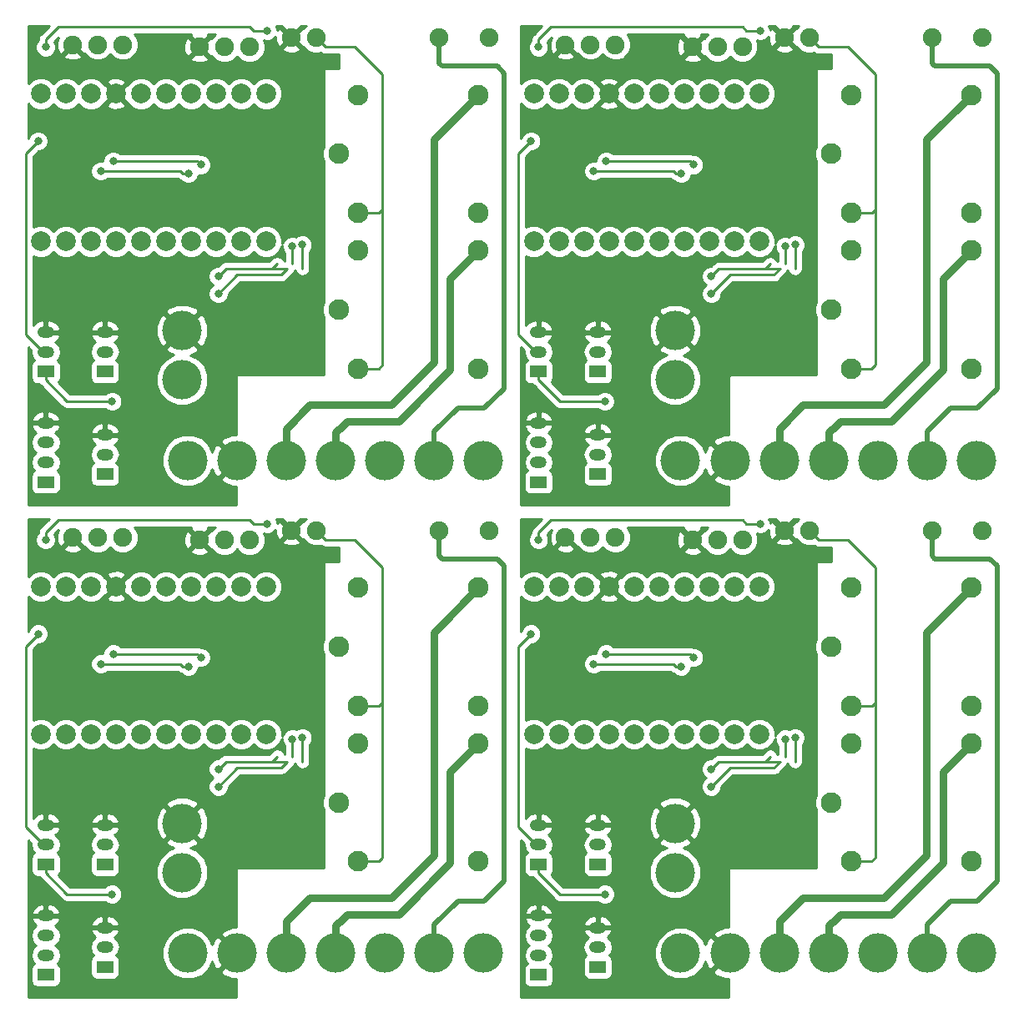
<source format=gbl>
G04 #@! TF.GenerationSoftware,KiCad,Pcbnew,5.0.2-bee76a0~70~ubuntu16.04.1*
G04 #@! TF.CreationDate,2019-11-28T15:24:24+01:00*
G04 #@! TF.ProjectId,Shutter_RF_2x2,53687574-7465-4725-9f52-465f3278322e,rev?*
G04 #@! TF.SameCoordinates,Original*
G04 #@! TF.FileFunction,Copper,L2,Bot*
G04 #@! TF.FilePolarity,Positive*
%FSLAX46Y46*%
G04 Gerber Fmt 4.6, Leading zero omitted, Abs format (unit mm)*
G04 Created by KiCad (PCBNEW 5.0.2-bee76a0~70~ubuntu16.04.1) date Thu 28 Nov 2019 03:24:24 PM CET*
%MOMM*%
%LPD*%
G01*
G04 APERTURE LIST*
G04 #@! TA.AperFunction,ComponentPad*
%ADD10C,4.000000*%
G04 #@! TD*
G04 #@! TA.AperFunction,ComponentPad*
%ADD11C,1.900000*%
G04 #@! TD*
G04 #@! TA.AperFunction,ComponentPad*
%ADD12C,2.098040*%
G04 #@! TD*
G04 #@! TA.AperFunction,ComponentPad*
%ADD13O,1.700000X1.200000*%
G04 #@! TD*
G04 #@! TA.AperFunction,ComponentPad*
%ADD14R,1.700000X1.200000*%
G04 #@! TD*
G04 #@! TA.AperFunction,ComponentPad*
%ADD15C,2.000000*%
G04 #@! TD*
G04 #@! TA.AperFunction,ViaPad*
%ADD16C,0.800000*%
G04 #@! TD*
G04 #@! TA.AperFunction,Conductor*
%ADD17C,0.250000*%
G04 #@! TD*
G04 #@! TA.AperFunction,Conductor*
%ADD18C,0.500000*%
G04 #@! TD*
G04 #@! TA.AperFunction,Conductor*
%ADD19C,0.750000*%
G04 #@! TD*
G04 #@! TA.AperFunction,Conductor*
%ADD20C,0.254000*%
G04 #@! TD*
G04 APERTURE END LIST*
D10*
G04 #@! TO.P,J1,1*
G04 #@! TO.N,/L*
X196900000Y-94800000D03*
G04 #@! TO.P,J1,2*
G04 #@! TO.N,/N*
X191900000Y-94800000D03*
G04 #@! TD*
D11*
G04 #@! TO.P,J4,1*
G04 #@! TO.N,+3V3*
X110300000Y-52627000D03*
G04 #@! TO.P,J4,2*
G04 #@! TO.N,/RF_TX*
X107760000Y-52627000D03*
G04 #@! TO.P,J4,3*
G04 #@! TO.N,GND*
X105220000Y-52627000D03*
G04 #@! TD*
G04 #@! TO.P,J4,3*
G04 #@! TO.N,GND*
X155220000Y-52627000D03*
G04 #@! TO.P,J4,2*
G04 #@! TO.N,/RF_TX*
X157760000Y-52627000D03*
G04 #@! TO.P,J4,1*
G04 #@! TO.N,+3V3*
X160300000Y-52627000D03*
G04 #@! TD*
D12*
G04 #@! TO.P,K1,3*
G04 #@! TO.N,/L*
X132202480Y-79500000D03*
G04 #@! TO.P,K1,2*
G04 #@! TO.N,+5V*
X134201460Y-85499480D03*
G04 #@! TO.P,K1,1*
G04 #@! TO.N,Net-(D1-Pad1)*
X134201460Y-73500520D03*
G04 #@! TO.P,K1,4*
G04 #@! TO.N,Net-(K1-Pad4)*
X146398540Y-85499480D03*
G04 #@! TO.P,K1,5*
G04 #@! TO.N,/L_CH1*
X146398540Y-73500520D03*
G04 #@! TD*
G04 #@! TO.P,K1,5*
G04 #@! TO.N,/L_CH1*
X196398540Y-73500520D03*
G04 #@! TO.P,K1,4*
G04 #@! TO.N,Net-(K1-Pad4)*
X196398540Y-85499480D03*
G04 #@! TO.P,K1,1*
G04 #@! TO.N,Net-(D1-Pad1)*
X184201460Y-73500520D03*
G04 #@! TO.P,K1,2*
G04 #@! TO.N,+5V*
X184201460Y-85499480D03*
G04 #@! TO.P,K1,3*
G04 #@! TO.N,/L*
X182202480Y-79500000D03*
G04 #@! TD*
D11*
G04 #@! TO.P,J3,1*
G04 #@! TO.N,+3V3*
X123176000Y-52868000D03*
G04 #@! TO.P,J3,2*
G04 #@! TO.N,/RF_RX*
X120636000Y-52868000D03*
G04 #@! TO.P,J3,3*
G04 #@! TO.N,GND*
X118096000Y-52868000D03*
G04 #@! TD*
D13*
G04 #@! TO.P,J8,3*
G04 #@! TO.N,GND*
X158500000Y-92200000D03*
G04 #@! TO.P,J8,2*
G04 #@! TO.N,/Pos*
X158500000Y-94200000D03*
D14*
G04 #@! TO.P,J8,1*
G04 #@! TO.N,+3V3*
X158500000Y-96200000D03*
G04 #@! TD*
D11*
G04 #@! TO.P,PS1,7*
G04 #@! TO.N,+5V*
X129950000Y-51900000D03*
G04 #@! TO.P,PS1,5*
G04 #@! TO.N,/L*
X147500000Y-51900000D03*
G04 #@! TO.P,PS1,9*
G04 #@! TO.N,GND*
X127410000Y-51900000D03*
G04 #@! TO.P,PS1,1*
G04 #@! TO.N,/N*
X142400000Y-51900000D03*
G04 #@! TD*
D10*
G04 #@! TO.P,J5,1*
G04 #@! TO.N,/Ext_SW*
X116900000Y-94800000D03*
G04 #@! TO.P,J5,2*
G04 #@! TO.N,GND*
X121900000Y-94800000D03*
G04 #@! TD*
D13*
G04 #@! TO.P,J9,3*
G04 #@! TO.N,GND*
X102500000Y-81800000D03*
G04 #@! TO.P,J9,2*
G04 #@! TO.N,/Temp*
X102500000Y-83800000D03*
D14*
G04 #@! TO.P,J9,1*
G04 #@! TO.N,+5V*
X102500000Y-85800000D03*
G04 #@! TD*
D11*
G04 #@! TO.P,J3,3*
G04 #@! TO.N,GND*
X168096000Y-52868000D03*
G04 #@! TO.P,J3,2*
G04 #@! TO.N,/RF_RX*
X170636000Y-52868000D03*
G04 #@! TO.P,J3,1*
G04 #@! TO.N,+3V3*
X173176000Y-52868000D03*
G04 #@! TD*
D12*
G04 #@! TO.P,K2,5*
G04 #@! TO.N,/L_CH2*
X196398540Y-57700520D03*
G04 #@! TO.P,K2,4*
G04 #@! TO.N,Net-(K2-Pad4)*
X196398540Y-69699480D03*
G04 #@! TO.P,K2,1*
G04 #@! TO.N,Net-(D2-Pad1)*
X184201460Y-57700520D03*
G04 #@! TO.P,K2,2*
G04 #@! TO.N,+5V*
X184201460Y-69699480D03*
G04 #@! TO.P,K2,3*
G04 #@! TO.N,/L*
X182202480Y-63700000D03*
G04 #@! TD*
D11*
G04 #@! TO.P,PS1,1*
G04 #@! TO.N,/N*
X192400000Y-51900000D03*
G04 #@! TO.P,PS1,9*
G04 #@! TO.N,GND*
X177410000Y-51900000D03*
G04 #@! TO.P,PS1,5*
G04 #@! TO.N,/L*
X197500000Y-51900000D03*
G04 #@! TO.P,PS1,7*
G04 #@! TO.N,+5V*
X179950000Y-51900000D03*
G04 #@! TD*
D14*
G04 #@! TO.P,J9,1*
G04 #@! TO.N,+5V*
X152500000Y-85800000D03*
D13*
G04 #@! TO.P,J9,2*
G04 #@! TO.N,/Temp*
X152500000Y-83800000D03*
G04 #@! TO.P,J9,3*
G04 #@! TO.N,GND*
X152500000Y-81800000D03*
G04 #@! TD*
D10*
G04 #@! TO.P,J5,2*
G04 #@! TO.N,GND*
X171900000Y-94800000D03*
G04 #@! TO.P,J5,1*
G04 #@! TO.N,/Ext_SW*
X166900000Y-94800000D03*
G04 #@! TD*
G04 #@! TO.P,J2,1*
G04 #@! TO.N,/N*
X186900000Y-94800000D03*
G04 #@! TO.P,J2,2*
G04 #@! TO.N,/L_CH1*
X181900000Y-94800000D03*
G04 #@! TO.P,J2,3*
G04 #@! TO.N,/L_CH2*
X176900000Y-94800000D03*
G04 #@! TD*
D15*
G04 #@! TO.P,M1,20*
G04 #@! TO.N,/SDA*
X152009750Y-72598118D03*
G04 #@! TO.P,M1,1*
G04 #@! TO.N,/Temp*
X152009750Y-57598118D03*
G04 #@! TO.P,M1,19*
G04 #@! TO.N,/SCL*
X154549750Y-72598118D03*
G04 #@! TO.P,M1,2*
G04 #@! TO.N,+3V3*
X154549750Y-57598118D03*
G04 #@! TO.P,M1,18*
X157089750Y-72598118D03*
G04 #@! TO.P,M1,3*
G04 #@! TO.N,+5V*
X157089750Y-57598118D03*
G04 #@! TO.P,M1,17*
G04 #@! TO.N,Net-(M1-Pad17)*
X159629750Y-72598118D03*
G04 #@! TO.P,M1,4*
G04 #@! TO.N,GND*
X159629750Y-57598118D03*
G04 #@! TO.P,M1,16*
G04 #@! TO.N,/DE*
X162169750Y-72598118D03*
G04 #@! TO.P,M1,5*
G04 #@! TO.N,/RF_TX*
X162169750Y-57598118D03*
G04 #@! TO.P,M1,15*
G04 #@! TO.N,Net-(M1-Pad15)*
X164709750Y-72598118D03*
G04 #@! TO.P,M1,6*
G04 #@! TO.N,/RF_RX*
X164709750Y-57598118D03*
G04 #@! TO.P,M1,14*
G04 #@! TO.N,/Pos*
X167249750Y-72598118D03*
G04 #@! TO.P,M1,7*
G04 #@! TO.N,Net-(M1-Pad7)*
X167249750Y-57598118D03*
G04 #@! TO.P,M1,13*
G04 #@! TO.N,/Ext_SW*
X169789750Y-72598118D03*
G04 #@! TO.P,M1,8*
G04 #@! TO.N,/RX*
X169789750Y-57598118D03*
G04 #@! TO.P,M1,12*
G04 #@! TO.N,/CH1*
X172329750Y-72598118D03*
G04 #@! TO.P,M1,9*
G04 #@! TO.N,/TX*
X172329750Y-57598118D03*
G04 #@! TO.P,M1,11*
G04 #@! TO.N,/CH2*
X174869750Y-72598118D03*
G04 #@! TO.P,M1,10*
G04 #@! TO.N,Net-(M1-Pad10)*
X174869750Y-57598118D03*
G04 #@! TD*
D12*
G04 #@! TO.P,K2,3*
G04 #@! TO.N,/L*
X132202480Y-63700000D03*
G04 #@! TO.P,K2,2*
G04 #@! TO.N,+5V*
X134201460Y-69699480D03*
G04 #@! TO.P,K2,1*
G04 #@! TO.N,Net-(D2-Pad1)*
X134201460Y-57700520D03*
G04 #@! TO.P,K2,4*
G04 #@! TO.N,Net-(K2-Pad4)*
X146398540Y-69699480D03*
G04 #@! TO.P,K2,5*
G04 #@! TO.N,/L_CH2*
X146398540Y-57700520D03*
G04 #@! TD*
D14*
G04 #@! TO.P,J7,1*
G04 #@! TO.N,/A*
X158500000Y-85800000D03*
D13*
G04 #@! TO.P,J7,2*
G04 #@! TO.N,/B*
X158500000Y-83800000D03*
G04 #@! TO.P,J7,3*
G04 #@! TO.N,GND*
X158500000Y-81800000D03*
G04 #@! TD*
G04 #@! TO.P,J6,4*
G04 #@! TO.N,GND*
X102500000Y-91000000D03*
G04 #@! TO.P,J6,3*
G04 #@! TO.N,/SCL*
X102500000Y-93000000D03*
G04 #@! TO.P,J6,2*
G04 #@! TO.N,/SDA*
X102500000Y-95000000D03*
D14*
G04 #@! TO.P,J6,1*
G04 #@! TO.N,+3V3*
X102500000Y-97000000D03*
G04 #@! TD*
G04 #@! TO.P,J6,1*
G04 #@! TO.N,+3V3*
X152500000Y-97000000D03*
D13*
G04 #@! TO.P,J6,2*
G04 #@! TO.N,/SDA*
X152500000Y-95000000D03*
G04 #@! TO.P,J6,3*
G04 #@! TO.N,/SCL*
X152500000Y-93000000D03*
G04 #@! TO.P,J6,4*
G04 #@! TO.N,GND*
X152500000Y-91000000D03*
G04 #@! TD*
D10*
G04 #@! TO.P,J2,3*
G04 #@! TO.N,/L_CH2*
X126900000Y-94800000D03*
G04 #@! TO.P,J2,2*
G04 #@! TO.N,/L_CH1*
X131900000Y-94800000D03*
G04 #@! TO.P,J2,1*
G04 #@! TO.N,/N*
X136900000Y-94800000D03*
G04 #@! TD*
G04 #@! TO.P,J10,2*
G04 #@! TO.N,GND*
X116332000Y-81612000D03*
G04 #@! TO.P,J10,1*
G04 #@! TO.N,+5V*
X116332000Y-86612000D03*
G04 #@! TD*
G04 #@! TO.P,J10,1*
G04 #@! TO.N,+5V*
X166332000Y-86612000D03*
G04 #@! TO.P,J10,2*
G04 #@! TO.N,GND*
X166332000Y-81612000D03*
G04 #@! TD*
G04 #@! TO.P,J1,2*
G04 #@! TO.N,/N*
X141900000Y-94800000D03*
G04 #@! TO.P,J1,1*
G04 #@! TO.N,/L*
X146900000Y-94800000D03*
G04 #@! TD*
D14*
G04 #@! TO.P,J8,1*
G04 #@! TO.N,+3V3*
X108500000Y-96200000D03*
D13*
G04 #@! TO.P,J8,2*
G04 #@! TO.N,/Pos*
X108500000Y-94200000D03*
G04 #@! TO.P,J8,3*
G04 #@! TO.N,GND*
X108500000Y-92200000D03*
G04 #@! TD*
D15*
G04 #@! TO.P,M1,10*
G04 #@! TO.N,Net-(M1-Pad10)*
X124869750Y-57598118D03*
G04 #@! TO.P,M1,11*
G04 #@! TO.N,/CH2*
X124869750Y-72598118D03*
G04 #@! TO.P,M1,9*
G04 #@! TO.N,/TX*
X122329750Y-57598118D03*
G04 #@! TO.P,M1,12*
G04 #@! TO.N,/CH1*
X122329750Y-72598118D03*
G04 #@! TO.P,M1,8*
G04 #@! TO.N,/RX*
X119789750Y-57598118D03*
G04 #@! TO.P,M1,13*
G04 #@! TO.N,/Ext_SW*
X119789750Y-72598118D03*
G04 #@! TO.P,M1,7*
G04 #@! TO.N,Net-(M1-Pad7)*
X117249750Y-57598118D03*
G04 #@! TO.P,M1,14*
G04 #@! TO.N,/Pos*
X117249750Y-72598118D03*
G04 #@! TO.P,M1,6*
G04 #@! TO.N,/RF_RX*
X114709750Y-57598118D03*
G04 #@! TO.P,M1,15*
G04 #@! TO.N,Net-(M1-Pad15)*
X114709750Y-72598118D03*
G04 #@! TO.P,M1,5*
G04 #@! TO.N,/RF_TX*
X112169750Y-57598118D03*
G04 #@! TO.P,M1,16*
G04 #@! TO.N,/DE*
X112169750Y-72598118D03*
G04 #@! TO.P,M1,4*
G04 #@! TO.N,GND*
X109629750Y-57598118D03*
G04 #@! TO.P,M1,17*
G04 #@! TO.N,Net-(M1-Pad17)*
X109629750Y-72598118D03*
G04 #@! TO.P,M1,3*
G04 #@! TO.N,+5V*
X107089750Y-57598118D03*
G04 #@! TO.P,M1,18*
G04 #@! TO.N,+3V3*
X107089750Y-72598118D03*
G04 #@! TO.P,M1,2*
X104549750Y-57598118D03*
G04 #@! TO.P,M1,19*
G04 #@! TO.N,/SCL*
X104549750Y-72598118D03*
G04 #@! TO.P,M1,1*
G04 #@! TO.N,/Temp*
X102009750Y-57598118D03*
G04 #@! TO.P,M1,20*
G04 #@! TO.N,/SDA*
X102009750Y-72598118D03*
G04 #@! TD*
D13*
G04 #@! TO.P,J7,3*
G04 #@! TO.N,GND*
X108500000Y-81800000D03*
G04 #@! TO.P,J7,2*
G04 #@! TO.N,/B*
X108500000Y-83800000D03*
D14*
G04 #@! TO.P,J7,1*
G04 #@! TO.N,/A*
X108500000Y-85800000D03*
G04 #@! TD*
D11*
G04 #@! TO.P,J4,1*
G04 #@! TO.N,+3V3*
X160300000Y-102627000D03*
G04 #@! TO.P,J4,2*
G04 #@! TO.N,/RF_TX*
X157760000Y-102627000D03*
G04 #@! TO.P,J4,3*
G04 #@! TO.N,GND*
X155220000Y-102627000D03*
G04 #@! TD*
D12*
G04 #@! TO.P,K1,3*
G04 #@! TO.N,/L*
X182202480Y-129500000D03*
G04 #@! TO.P,K1,2*
G04 #@! TO.N,+5V*
X184201460Y-135499480D03*
G04 #@! TO.P,K1,1*
G04 #@! TO.N,Net-(D1-Pad1)*
X184201460Y-123500520D03*
G04 #@! TO.P,K1,4*
G04 #@! TO.N,Net-(K1-Pad4)*
X196398540Y-135499480D03*
G04 #@! TO.P,K1,5*
G04 #@! TO.N,/L_CH1*
X196398540Y-123500520D03*
G04 #@! TD*
D11*
G04 #@! TO.P,J3,1*
G04 #@! TO.N,+3V3*
X173176000Y-102868000D03*
G04 #@! TO.P,J3,2*
G04 #@! TO.N,/RF_RX*
X170636000Y-102868000D03*
G04 #@! TO.P,J3,3*
G04 #@! TO.N,GND*
X168096000Y-102868000D03*
G04 #@! TD*
G04 #@! TO.P,PS1,7*
G04 #@! TO.N,+5V*
X179950000Y-101900000D03*
G04 #@! TO.P,PS1,5*
G04 #@! TO.N,/L*
X197500000Y-101900000D03*
G04 #@! TO.P,PS1,9*
G04 #@! TO.N,GND*
X177410000Y-101900000D03*
G04 #@! TO.P,PS1,1*
G04 #@! TO.N,/N*
X192400000Y-101900000D03*
G04 #@! TD*
D10*
G04 #@! TO.P,J5,1*
G04 #@! TO.N,/Ext_SW*
X166900000Y-144800000D03*
G04 #@! TO.P,J5,2*
G04 #@! TO.N,GND*
X171900000Y-144800000D03*
G04 #@! TD*
D13*
G04 #@! TO.P,J9,3*
G04 #@! TO.N,GND*
X152500000Y-131800000D03*
G04 #@! TO.P,J9,2*
G04 #@! TO.N,/Temp*
X152500000Y-133800000D03*
D14*
G04 #@! TO.P,J9,1*
G04 #@! TO.N,+5V*
X152500000Y-135800000D03*
G04 #@! TD*
D12*
G04 #@! TO.P,K2,3*
G04 #@! TO.N,/L*
X182202480Y-113700000D03*
G04 #@! TO.P,K2,2*
G04 #@! TO.N,+5V*
X184201460Y-119699480D03*
G04 #@! TO.P,K2,1*
G04 #@! TO.N,Net-(D2-Pad1)*
X184201460Y-107700520D03*
G04 #@! TO.P,K2,4*
G04 #@! TO.N,Net-(K2-Pad4)*
X196398540Y-119699480D03*
G04 #@! TO.P,K2,5*
G04 #@! TO.N,/L_CH2*
X196398540Y-107700520D03*
G04 #@! TD*
D13*
G04 #@! TO.P,J6,4*
G04 #@! TO.N,GND*
X152500000Y-141000000D03*
G04 #@! TO.P,J6,3*
G04 #@! TO.N,/SCL*
X152500000Y-143000000D03*
G04 #@! TO.P,J6,2*
G04 #@! TO.N,/SDA*
X152500000Y-145000000D03*
D14*
G04 #@! TO.P,J6,1*
G04 #@! TO.N,+3V3*
X152500000Y-147000000D03*
G04 #@! TD*
D10*
G04 #@! TO.P,J2,3*
G04 #@! TO.N,/L_CH2*
X176900000Y-144800000D03*
G04 #@! TO.P,J2,2*
G04 #@! TO.N,/L_CH1*
X181900000Y-144800000D03*
G04 #@! TO.P,J2,1*
G04 #@! TO.N,/N*
X186900000Y-144800000D03*
G04 #@! TD*
G04 #@! TO.P,J10,2*
G04 #@! TO.N,GND*
X166332000Y-131612000D03*
G04 #@! TO.P,J10,1*
G04 #@! TO.N,+5V*
X166332000Y-136612000D03*
G04 #@! TD*
G04 #@! TO.P,J1,2*
G04 #@! TO.N,/N*
X191900000Y-144800000D03*
G04 #@! TO.P,J1,1*
G04 #@! TO.N,/L*
X196900000Y-144800000D03*
G04 #@! TD*
D14*
G04 #@! TO.P,J8,1*
G04 #@! TO.N,+3V3*
X158500000Y-146200000D03*
D13*
G04 #@! TO.P,J8,2*
G04 #@! TO.N,/Pos*
X158500000Y-144200000D03*
G04 #@! TO.P,J8,3*
G04 #@! TO.N,GND*
X158500000Y-142200000D03*
G04 #@! TD*
D15*
G04 #@! TO.P,M1,10*
G04 #@! TO.N,Net-(M1-Pad10)*
X174869750Y-107598118D03*
G04 #@! TO.P,M1,11*
G04 #@! TO.N,/CH2*
X174869750Y-122598118D03*
G04 #@! TO.P,M1,9*
G04 #@! TO.N,/TX*
X172329750Y-107598118D03*
G04 #@! TO.P,M1,12*
G04 #@! TO.N,/CH1*
X172329750Y-122598118D03*
G04 #@! TO.P,M1,8*
G04 #@! TO.N,/RX*
X169789750Y-107598118D03*
G04 #@! TO.P,M1,13*
G04 #@! TO.N,/Ext_SW*
X169789750Y-122598118D03*
G04 #@! TO.P,M1,7*
G04 #@! TO.N,Net-(M1-Pad7)*
X167249750Y-107598118D03*
G04 #@! TO.P,M1,14*
G04 #@! TO.N,/Pos*
X167249750Y-122598118D03*
G04 #@! TO.P,M1,6*
G04 #@! TO.N,/RF_RX*
X164709750Y-107598118D03*
G04 #@! TO.P,M1,15*
G04 #@! TO.N,Net-(M1-Pad15)*
X164709750Y-122598118D03*
G04 #@! TO.P,M1,5*
G04 #@! TO.N,/RF_TX*
X162169750Y-107598118D03*
G04 #@! TO.P,M1,16*
G04 #@! TO.N,/DE*
X162169750Y-122598118D03*
G04 #@! TO.P,M1,4*
G04 #@! TO.N,GND*
X159629750Y-107598118D03*
G04 #@! TO.P,M1,17*
G04 #@! TO.N,Net-(M1-Pad17)*
X159629750Y-122598118D03*
G04 #@! TO.P,M1,3*
G04 #@! TO.N,+5V*
X157089750Y-107598118D03*
G04 #@! TO.P,M1,18*
G04 #@! TO.N,+3V3*
X157089750Y-122598118D03*
G04 #@! TO.P,M1,2*
X154549750Y-107598118D03*
G04 #@! TO.P,M1,19*
G04 #@! TO.N,/SCL*
X154549750Y-122598118D03*
G04 #@! TO.P,M1,1*
G04 #@! TO.N,/Temp*
X152009750Y-107598118D03*
G04 #@! TO.P,M1,20*
G04 #@! TO.N,/SDA*
X152009750Y-122598118D03*
G04 #@! TD*
D13*
G04 #@! TO.P,J7,3*
G04 #@! TO.N,GND*
X158500000Y-131800000D03*
G04 #@! TO.P,J7,2*
G04 #@! TO.N,/B*
X158500000Y-133800000D03*
D14*
G04 #@! TO.P,J7,1*
G04 #@! TO.N,/A*
X158500000Y-135800000D03*
G04 #@! TD*
D12*
G04 #@! TO.P,K1,5*
G04 #@! TO.N,/L_CH1*
X146398540Y-123500520D03*
G04 #@! TO.P,K1,4*
G04 #@! TO.N,Net-(K1-Pad4)*
X146398540Y-135499480D03*
G04 #@! TO.P,K1,1*
G04 #@! TO.N,Net-(D1-Pad1)*
X134201460Y-123500520D03*
G04 #@! TO.P,K1,2*
G04 #@! TO.N,+5V*
X134201460Y-135499480D03*
G04 #@! TO.P,K1,3*
G04 #@! TO.N,/L*
X132202480Y-129500000D03*
G04 #@! TD*
G04 #@! TO.P,K2,5*
G04 #@! TO.N,/L_CH2*
X146398540Y-107700520D03*
G04 #@! TO.P,K2,4*
G04 #@! TO.N,Net-(K2-Pad4)*
X146398540Y-119699480D03*
G04 #@! TO.P,K2,1*
G04 #@! TO.N,Net-(D2-Pad1)*
X134201460Y-107700520D03*
G04 #@! TO.P,K2,2*
G04 #@! TO.N,+5V*
X134201460Y-119699480D03*
G04 #@! TO.P,K2,3*
G04 #@! TO.N,/L*
X132202480Y-113700000D03*
G04 #@! TD*
D11*
G04 #@! TO.P,PS1,1*
G04 #@! TO.N,/N*
X142400000Y-101900000D03*
G04 #@! TO.P,PS1,9*
G04 #@! TO.N,GND*
X127410000Y-101900000D03*
G04 #@! TO.P,PS1,5*
G04 #@! TO.N,/L*
X147500000Y-101900000D03*
G04 #@! TO.P,PS1,7*
G04 #@! TO.N,+5V*
X129950000Y-101900000D03*
G04 #@! TD*
G04 #@! TO.P,J3,3*
G04 #@! TO.N,GND*
X118096000Y-102868000D03*
G04 #@! TO.P,J3,2*
G04 #@! TO.N,/RF_RX*
X120636000Y-102868000D03*
G04 #@! TO.P,J3,1*
G04 #@! TO.N,+3V3*
X123176000Y-102868000D03*
G04 #@! TD*
D15*
G04 #@! TO.P,M1,20*
G04 #@! TO.N,/SDA*
X102009750Y-122598118D03*
G04 #@! TO.P,M1,1*
G04 #@! TO.N,/Temp*
X102009750Y-107598118D03*
G04 #@! TO.P,M1,19*
G04 #@! TO.N,/SCL*
X104549750Y-122598118D03*
G04 #@! TO.P,M1,2*
G04 #@! TO.N,+3V3*
X104549750Y-107598118D03*
G04 #@! TO.P,M1,18*
X107089750Y-122598118D03*
G04 #@! TO.P,M1,3*
G04 #@! TO.N,+5V*
X107089750Y-107598118D03*
G04 #@! TO.P,M1,17*
G04 #@! TO.N,Net-(M1-Pad17)*
X109629750Y-122598118D03*
G04 #@! TO.P,M1,4*
G04 #@! TO.N,GND*
X109629750Y-107598118D03*
G04 #@! TO.P,M1,16*
G04 #@! TO.N,/DE*
X112169750Y-122598118D03*
G04 #@! TO.P,M1,5*
G04 #@! TO.N,/RF_TX*
X112169750Y-107598118D03*
G04 #@! TO.P,M1,15*
G04 #@! TO.N,Net-(M1-Pad15)*
X114709750Y-122598118D03*
G04 #@! TO.P,M1,6*
G04 #@! TO.N,/RF_RX*
X114709750Y-107598118D03*
G04 #@! TO.P,M1,14*
G04 #@! TO.N,/Pos*
X117249750Y-122598118D03*
G04 #@! TO.P,M1,7*
G04 #@! TO.N,Net-(M1-Pad7)*
X117249750Y-107598118D03*
G04 #@! TO.P,M1,13*
G04 #@! TO.N,/Ext_SW*
X119789750Y-122598118D03*
G04 #@! TO.P,M1,8*
G04 #@! TO.N,/RX*
X119789750Y-107598118D03*
G04 #@! TO.P,M1,12*
G04 #@! TO.N,/CH1*
X122329750Y-122598118D03*
G04 #@! TO.P,M1,9*
G04 #@! TO.N,/TX*
X122329750Y-107598118D03*
G04 #@! TO.P,M1,11*
G04 #@! TO.N,/CH2*
X124869750Y-122598118D03*
G04 #@! TO.P,M1,10*
G04 #@! TO.N,Net-(M1-Pad10)*
X124869750Y-107598118D03*
G04 #@! TD*
D11*
G04 #@! TO.P,J4,3*
G04 #@! TO.N,GND*
X105220000Y-102627000D03*
G04 #@! TO.P,J4,2*
G04 #@! TO.N,/RF_TX*
X107760000Y-102627000D03*
G04 #@! TO.P,J4,1*
G04 #@! TO.N,+3V3*
X110300000Y-102627000D03*
G04 #@! TD*
D14*
G04 #@! TO.P,J6,1*
G04 #@! TO.N,+3V3*
X102500000Y-147000000D03*
D13*
G04 #@! TO.P,J6,2*
G04 #@! TO.N,/SDA*
X102500000Y-145000000D03*
G04 #@! TO.P,J6,3*
G04 #@! TO.N,/SCL*
X102500000Y-143000000D03*
G04 #@! TO.P,J6,4*
G04 #@! TO.N,GND*
X102500000Y-141000000D03*
G04 #@! TD*
D14*
G04 #@! TO.P,J7,1*
G04 #@! TO.N,/A*
X108500000Y-135800000D03*
D13*
G04 #@! TO.P,J7,2*
G04 #@! TO.N,/B*
X108500000Y-133800000D03*
G04 #@! TO.P,J7,3*
G04 #@! TO.N,GND*
X108500000Y-131800000D03*
G04 #@! TD*
G04 #@! TO.P,J8,3*
G04 #@! TO.N,GND*
X108500000Y-142200000D03*
G04 #@! TO.P,J8,2*
G04 #@! TO.N,/Pos*
X108500000Y-144200000D03*
D14*
G04 #@! TO.P,J8,1*
G04 #@! TO.N,+3V3*
X108500000Y-146200000D03*
G04 #@! TD*
G04 #@! TO.P,J9,1*
G04 #@! TO.N,+5V*
X102500000Y-135800000D03*
D13*
G04 #@! TO.P,J9,2*
G04 #@! TO.N,/Temp*
X102500000Y-133800000D03*
G04 #@! TO.P,J9,3*
G04 #@! TO.N,GND*
X102500000Y-131800000D03*
G04 #@! TD*
D10*
G04 #@! TO.P,J1,1*
G04 #@! TO.N,/L*
X146900000Y-144800000D03*
G04 #@! TO.P,J1,2*
G04 #@! TO.N,/N*
X141900000Y-144800000D03*
G04 #@! TD*
G04 #@! TO.P,J2,1*
G04 #@! TO.N,/N*
X136900000Y-144800000D03*
G04 #@! TO.P,J2,2*
G04 #@! TO.N,/L_CH1*
X131900000Y-144800000D03*
G04 #@! TO.P,J2,3*
G04 #@! TO.N,/L_CH2*
X126900000Y-144800000D03*
G04 #@! TD*
G04 #@! TO.P,J5,2*
G04 #@! TO.N,GND*
X121900000Y-144800000D03*
G04 #@! TO.P,J5,1*
G04 #@! TO.N,/Ext_SW*
X116900000Y-144800000D03*
G04 #@! TD*
G04 #@! TO.P,J10,1*
G04 #@! TO.N,+5V*
X116332000Y-136612000D03*
G04 #@! TO.P,J10,2*
G04 #@! TO.N,GND*
X116332000Y-131612000D03*
G04 #@! TD*
D16*
G04 #@! TO.N,+5V*
X124968000Y-101219000D03*
X102489000Y-102870000D03*
X109220000Y-138811000D03*
X159220000Y-138811000D03*
X174968000Y-101219000D03*
X152489000Y-102870000D03*
X109220000Y-88811000D03*
X124968000Y-51219000D03*
X152489000Y-52870000D03*
X102489000Y-52870000D03*
X159220000Y-88811000D03*
X174968000Y-51219000D03*
G04 #@! TO.N,GND*
X105283000Y-117729000D03*
X155283000Y-117729000D03*
X105283000Y-67729000D03*
X155283000Y-67729000D03*
G04 #@! TO.N,/A*
X120015000Y-127889000D03*
X109347000Y-114427000D03*
X118237000Y-114808000D03*
X128524000Y-122936000D03*
X178524000Y-122936000D03*
X159347000Y-114427000D03*
X168237000Y-114808000D03*
X170015000Y-127889000D03*
X128524000Y-72936000D03*
X159347000Y-64427000D03*
X178524000Y-72936000D03*
X109347000Y-64427000D03*
X168237000Y-64808000D03*
X118237000Y-64808000D03*
X170015000Y-77889000D03*
X120015000Y-77889000D03*
G04 #@! TO.N,/B*
X120015000Y-126111000D03*
X127508000Y-123063000D03*
X116967000Y-115697000D03*
X108077000Y-115443000D03*
X177508000Y-123063000D03*
X170015000Y-126111000D03*
X166967000Y-115697000D03*
X158077000Y-115443000D03*
X127508000Y-73063000D03*
X120015000Y-76111000D03*
X116967000Y-65697000D03*
X158077000Y-65443000D03*
X177508000Y-73063000D03*
X170015000Y-76111000D03*
X108077000Y-65443000D03*
X166967000Y-65697000D03*
G04 #@! TO.N,/Temp*
X101727000Y-112395000D03*
X151727000Y-112395000D03*
X101727000Y-62395000D03*
X151727000Y-62395000D03*
G04 #@! TD*
D17*
G04 #@! TO.N,+5V*
X124968000Y-101219000D02*
X123571000Y-101219000D01*
X123571000Y-101219000D02*
X123190000Y-100838000D01*
X123190000Y-100838000D02*
X103759000Y-100838000D01*
X103759000Y-100838000D02*
X102489000Y-102108000D01*
X102489000Y-102108000D02*
X102489000Y-102870000D01*
X102500000Y-136650000D02*
X104661000Y-138811000D01*
X104661000Y-138811000D02*
X109220000Y-138811000D01*
X102500000Y-135800000D02*
X102500000Y-136650000D01*
X136280520Y-135499480D02*
X134201460Y-135499480D01*
X136652000Y-135128000D02*
X136280520Y-135499480D01*
X129950000Y-101900000D02*
X130899999Y-102849999D01*
X130899999Y-102849999D02*
X133837999Y-102849999D01*
X133837999Y-102849999D02*
X136652000Y-105664000D01*
X136332520Y-119699480D02*
X136652000Y-119380000D01*
X134201460Y-119699480D02*
X136332520Y-119699480D01*
X136652000Y-119380000D02*
X136652000Y-135128000D01*
X136652000Y-105664000D02*
X136652000Y-119380000D01*
X186332520Y-119699480D02*
X186652000Y-119380000D01*
X184201460Y-119699480D02*
X186332520Y-119699480D01*
X152500000Y-135800000D02*
X152500000Y-136650000D01*
X174968000Y-101219000D02*
X173571000Y-101219000D01*
X154661000Y-138811000D02*
X159220000Y-138811000D01*
X186652000Y-105664000D02*
X186652000Y-119380000D01*
X179950000Y-101900000D02*
X180899999Y-102849999D01*
X180899999Y-102849999D02*
X183837999Y-102849999D01*
X153759000Y-100838000D02*
X152489000Y-102108000D01*
X152489000Y-102108000D02*
X152489000Y-102870000D01*
X186652000Y-119380000D02*
X186652000Y-135128000D01*
X152500000Y-136650000D02*
X154661000Y-138811000D01*
X183837999Y-102849999D02*
X186652000Y-105664000D01*
X186280520Y-135499480D02*
X184201460Y-135499480D01*
X186652000Y-135128000D02*
X186280520Y-135499480D01*
X173190000Y-100838000D02*
X153759000Y-100838000D01*
X173571000Y-101219000D02*
X173190000Y-100838000D01*
X136332520Y-69699480D02*
X136652000Y-69380000D01*
X134201460Y-69699480D02*
X136332520Y-69699480D01*
X102500000Y-85800000D02*
X102500000Y-86650000D01*
X124968000Y-51219000D02*
X123571000Y-51219000D01*
X152500000Y-85800000D02*
X152500000Y-86650000D01*
X179950000Y-51900000D02*
X180899999Y-52849999D01*
X184201460Y-69699480D02*
X186332520Y-69699480D01*
X186652000Y-85128000D02*
X186280520Y-85499480D01*
X104661000Y-88811000D02*
X109220000Y-88811000D01*
X136652000Y-55664000D02*
X136652000Y-69380000D01*
X183837999Y-52849999D02*
X186652000Y-55664000D01*
X129950000Y-51900000D02*
X130899999Y-52849999D01*
X153759000Y-50838000D02*
X152489000Y-52108000D01*
X130899999Y-52849999D02*
X133837999Y-52849999D01*
X186652000Y-69380000D02*
X186652000Y-85128000D01*
X154661000Y-88811000D02*
X159220000Y-88811000D01*
X173571000Y-51219000D02*
X173190000Y-50838000D01*
X173190000Y-50838000D02*
X153759000Y-50838000D01*
X152489000Y-52108000D02*
X152489000Y-52870000D01*
X186332520Y-69699480D02*
X186652000Y-69380000D01*
X186280520Y-85499480D02*
X184201460Y-85499480D01*
X103759000Y-50838000D02*
X102489000Y-52108000D01*
X102489000Y-52108000D02*
X102489000Y-52870000D01*
X152500000Y-86650000D02*
X154661000Y-88811000D01*
X136652000Y-69380000D02*
X136652000Y-85128000D01*
X102500000Y-86650000D02*
X104661000Y-88811000D01*
X133837999Y-52849999D02*
X136652000Y-55664000D01*
X136280520Y-85499480D02*
X134201460Y-85499480D01*
X136652000Y-85128000D02*
X136280520Y-85499480D01*
X123190000Y-50838000D02*
X103759000Y-50838000D01*
X186652000Y-55664000D02*
X186652000Y-69380000D01*
X180899999Y-52849999D02*
X183837999Y-52849999D01*
X123571000Y-51219000D02*
X123190000Y-50838000D01*
X174968000Y-51219000D02*
X173571000Y-51219000D01*
D18*
G04 #@! TO.N,/N*
X141900000Y-144800000D02*
X141900000Y-141900000D01*
X141900000Y-141900000D02*
X144300000Y-139500000D01*
X144300000Y-139500000D02*
X147000000Y-139500000D01*
X147000000Y-139500000D02*
X149000000Y-137500000D01*
X149000000Y-137500000D02*
X149000000Y-105500000D01*
X149000000Y-105500000D02*
X148300000Y-104800000D01*
X148300000Y-104800000D02*
X142700000Y-104800000D01*
X142400000Y-104500000D02*
X142400000Y-101900000D01*
X142700000Y-104800000D02*
X142400000Y-104500000D01*
X191900000Y-144800000D02*
X191900000Y-141900000D01*
X192700000Y-104800000D02*
X192400000Y-104500000D01*
X198300000Y-104800000D02*
X192700000Y-104800000D01*
X194300000Y-139500000D02*
X197000000Y-139500000D01*
X199000000Y-137500000D02*
X199000000Y-105500000D01*
X199000000Y-105500000D02*
X198300000Y-104800000D01*
X197000000Y-139500000D02*
X199000000Y-137500000D01*
X191900000Y-141900000D02*
X194300000Y-139500000D01*
X192400000Y-104500000D02*
X192400000Y-101900000D01*
X199000000Y-87500000D02*
X199000000Y-55500000D01*
X199000000Y-55500000D02*
X198300000Y-54800000D01*
X141900000Y-94800000D02*
X141900000Y-91900000D01*
X198300000Y-54800000D02*
X192700000Y-54800000D01*
X197000000Y-89500000D02*
X199000000Y-87500000D01*
X142700000Y-54800000D02*
X142400000Y-54500000D01*
X148300000Y-54800000D02*
X142700000Y-54800000D01*
X191900000Y-91900000D02*
X194300000Y-89500000D01*
X191900000Y-94800000D02*
X191900000Y-91900000D01*
X192400000Y-54500000D02*
X192400000Y-51900000D01*
X144300000Y-89500000D02*
X147000000Y-89500000D01*
X149000000Y-87500000D02*
X149000000Y-55500000D01*
X149000000Y-55500000D02*
X148300000Y-54800000D01*
X147000000Y-89500000D02*
X149000000Y-87500000D01*
X194300000Y-89500000D02*
X197000000Y-89500000D01*
X141900000Y-91900000D02*
X144300000Y-89500000D01*
X142400000Y-54500000D02*
X142400000Y-51900000D01*
X192700000Y-54800000D02*
X192400000Y-54500000D01*
D19*
G04 #@! TO.N,/L_CH2*
X126900000Y-144800000D02*
X126900000Y-141578000D01*
X126900000Y-141578000D02*
X129286000Y-139192000D01*
X129286000Y-139192000D02*
X137541000Y-139192000D01*
X137541000Y-139192000D02*
X141859000Y-134874000D01*
X141859000Y-112240060D02*
X146398540Y-107700520D01*
X141859000Y-134874000D02*
X141859000Y-112240060D01*
X191859000Y-134874000D02*
X191859000Y-112240060D01*
X179286000Y-139192000D02*
X187541000Y-139192000D01*
X176900000Y-144800000D02*
X176900000Y-141578000D01*
X187541000Y-139192000D02*
X191859000Y-134874000D01*
X191859000Y-112240060D02*
X196398540Y-107700520D01*
X176900000Y-141578000D02*
X179286000Y-139192000D01*
X191859000Y-84874000D02*
X191859000Y-62240060D01*
X141859000Y-84874000D02*
X141859000Y-62240060D01*
X176900000Y-94800000D02*
X176900000Y-91578000D01*
X129286000Y-89192000D02*
X137541000Y-89192000D01*
X126900000Y-94800000D02*
X126900000Y-91578000D01*
X137541000Y-89192000D02*
X141859000Y-84874000D01*
X141859000Y-62240060D02*
X146398540Y-57700520D01*
X191859000Y-62240060D02*
X196398540Y-57700520D01*
X176900000Y-91578000D02*
X179286000Y-89192000D01*
X179286000Y-89192000D02*
X187541000Y-89192000D01*
X187541000Y-89192000D02*
X191859000Y-84874000D01*
X126900000Y-91578000D02*
X129286000Y-89192000D01*
G04 #@! TO.N,/L_CH1*
X131900000Y-141971573D02*
X132266573Y-141605000D01*
X131900000Y-144800000D02*
X131900000Y-141971573D01*
X132266573Y-141605000D02*
X132334000Y-141605000D01*
X132334000Y-141605000D02*
X133096000Y-140843000D01*
X133096000Y-140843000D02*
X138303000Y-140843000D01*
X138303000Y-140843000D02*
X143510000Y-135636000D01*
X143510000Y-126389060D02*
X146398540Y-123500520D01*
X143510000Y-135636000D02*
X143510000Y-126389060D01*
X181900000Y-141971573D02*
X182266573Y-141605000D01*
X183096000Y-140843000D02*
X188303000Y-140843000D01*
X188303000Y-140843000D02*
X193510000Y-135636000D01*
X181900000Y-144800000D02*
X181900000Y-141971573D01*
X182266573Y-141605000D02*
X182334000Y-141605000D01*
X182334000Y-141605000D02*
X183096000Y-140843000D01*
X193510000Y-126389060D02*
X196398540Y-123500520D01*
X193510000Y-135636000D02*
X193510000Y-126389060D01*
X193510000Y-85636000D02*
X193510000Y-76389060D01*
X183096000Y-90843000D02*
X188303000Y-90843000D01*
X131900000Y-91971573D02*
X132266573Y-91605000D01*
X181900000Y-91971573D02*
X182266573Y-91605000D01*
X181900000Y-94800000D02*
X181900000Y-91971573D01*
X182266573Y-91605000D02*
X182334000Y-91605000D01*
X193510000Y-76389060D02*
X196398540Y-73500520D01*
X188303000Y-90843000D02*
X193510000Y-85636000D01*
X133096000Y-90843000D02*
X138303000Y-90843000D01*
X138303000Y-90843000D02*
X143510000Y-85636000D01*
X131900000Y-94800000D02*
X131900000Y-91971573D01*
X132266573Y-91605000D02*
X132334000Y-91605000D01*
X132334000Y-91605000D02*
X133096000Y-90843000D01*
X143510000Y-76389060D02*
X146398540Y-73500520D01*
X143510000Y-85636000D02*
X143510000Y-76389060D01*
X182334000Y-91605000D02*
X183096000Y-90843000D01*
D17*
G04 #@! TO.N,/A*
X120015000Y-127889000D02*
X121920000Y-125984000D01*
X121920000Y-125984000D02*
X125222000Y-125984000D01*
X123698000Y-125984000D02*
X126111000Y-125984000D01*
X126111000Y-125984000D02*
X126365000Y-125984000D01*
X126365000Y-125984000D02*
X127000000Y-125349000D01*
X128524000Y-125349000D02*
X128524000Y-122936000D01*
X109347000Y-114427000D02*
X109912685Y-114427000D01*
X109912685Y-114427000D02*
X117856000Y-114427000D01*
X117856000Y-114427000D02*
X118237000Y-114808000D01*
X171920000Y-125984000D02*
X175222000Y-125984000D01*
X176365000Y-125984000D02*
X177000000Y-125349000D01*
X176111000Y-125984000D02*
X176365000Y-125984000D01*
X178524000Y-125349000D02*
X178524000Y-122936000D01*
X159347000Y-114427000D02*
X159912685Y-114427000D01*
X170015000Y-127889000D02*
X171920000Y-125984000D01*
X167856000Y-114427000D02*
X168237000Y-114808000D01*
X159912685Y-114427000D02*
X167856000Y-114427000D01*
X173698000Y-125984000D02*
X176111000Y-125984000D01*
X173698000Y-75984000D02*
X176111000Y-75984000D01*
X167856000Y-64427000D02*
X168237000Y-64808000D01*
X159347000Y-64427000D02*
X159912685Y-64427000D01*
X121920000Y-75984000D02*
X125222000Y-75984000D01*
X126365000Y-75984000D02*
X127000000Y-75349000D01*
X126111000Y-75984000D02*
X126365000Y-75984000D01*
X176365000Y-75984000D02*
X177000000Y-75349000D01*
X128524000Y-75349000D02*
X128524000Y-72936000D01*
X109347000Y-64427000D02*
X109912685Y-64427000D01*
X159912685Y-64427000D02*
X167856000Y-64427000D01*
X120015000Y-77889000D02*
X121920000Y-75984000D01*
X117856000Y-64427000D02*
X118237000Y-64808000D01*
X109912685Y-64427000D02*
X117856000Y-64427000D01*
X123698000Y-75984000D02*
X126111000Y-75984000D01*
X176111000Y-75984000D02*
X176365000Y-75984000D01*
X171920000Y-75984000D02*
X175222000Y-75984000D01*
X178524000Y-75349000D02*
X178524000Y-72936000D01*
X170015000Y-77889000D02*
X171920000Y-75984000D01*
G04 #@! TO.N,/B*
X120015000Y-126111000D02*
X120777000Y-125349000D01*
X120777000Y-125349000D02*
X127000000Y-125349000D01*
X125476000Y-125349000D02*
X125984000Y-124841000D01*
X127508000Y-124841000D02*
X127508000Y-123063000D01*
X116401315Y-115697000D02*
X116147315Y-115443000D01*
X116967000Y-115697000D02*
X116401315Y-115697000D01*
X116147315Y-115443000D02*
X108077000Y-115443000D01*
X166967000Y-115697000D02*
X166401315Y-115697000D01*
X166401315Y-115697000D02*
X166147315Y-115443000D01*
X166147315Y-115443000D02*
X158077000Y-115443000D01*
X170015000Y-126111000D02*
X170777000Y-125349000D01*
X170777000Y-125349000D02*
X177000000Y-125349000D01*
X175476000Y-125349000D02*
X175984000Y-124841000D01*
X177508000Y-124841000D02*
X177508000Y-123063000D01*
X166147315Y-65443000D02*
X158077000Y-65443000D01*
X116967000Y-65697000D02*
X116401315Y-65697000D01*
X116401315Y-65697000D02*
X116147315Y-65443000D01*
X175476000Y-75349000D02*
X175984000Y-74841000D01*
X177508000Y-74841000D02*
X177508000Y-73063000D01*
X166401315Y-65697000D02*
X166147315Y-65443000D01*
X170015000Y-76111000D02*
X170777000Y-75349000D01*
X116147315Y-65443000D02*
X108077000Y-65443000D01*
X120015000Y-76111000D02*
X120777000Y-75349000D01*
X120777000Y-75349000D02*
X127000000Y-75349000D01*
X170777000Y-75349000D02*
X177000000Y-75349000D01*
X166967000Y-65697000D02*
X166401315Y-65697000D01*
X125476000Y-75349000D02*
X125984000Y-74841000D01*
X127508000Y-74841000D02*
X127508000Y-73063000D01*
G04 #@! TO.N,/Temp*
X102250000Y-133800000D02*
X102500000Y-133800000D01*
X100457000Y-132007000D02*
X102250000Y-133800000D01*
X100457000Y-113665000D02*
X100457000Y-132007000D01*
X101727000Y-112395000D02*
X100457000Y-113665000D01*
X150457000Y-113665000D02*
X150457000Y-132007000D01*
X151727000Y-112395000D02*
X150457000Y-113665000D01*
X152250000Y-133800000D02*
X152500000Y-133800000D01*
X150457000Y-132007000D02*
X152250000Y-133800000D01*
X100457000Y-63665000D02*
X100457000Y-82007000D01*
X101727000Y-62395000D02*
X100457000Y-63665000D01*
X102250000Y-83800000D02*
X102500000Y-83800000D01*
X150457000Y-63665000D02*
X150457000Y-82007000D01*
X100457000Y-82007000D02*
X102250000Y-83800000D01*
X152250000Y-83800000D02*
X152500000Y-83800000D01*
X150457000Y-82007000D02*
X152250000Y-83800000D01*
X151727000Y-62395000D02*
X150457000Y-63665000D01*
G04 #@! TD*
D20*
G04 #@! TO.N,GND*
G36*
X102004530Y-101517669D02*
X101941071Y-101560071D01*
X101773096Y-101811464D01*
X101729000Y-102033149D01*
X101729000Y-102033153D01*
X101714112Y-102108000D01*
X101726253Y-102169036D01*
X101611569Y-102283720D01*
X101454000Y-102664126D01*
X101454000Y-103075874D01*
X101611569Y-103456280D01*
X101902720Y-103747431D01*
X102283126Y-103905000D01*
X102694874Y-103905000D01*
X103075280Y-103747431D01*
X103079361Y-103743350D01*
X104283255Y-103743350D01*
X104375792Y-104005019D01*
X104967398Y-104223188D01*
X105597461Y-104198352D01*
X106064208Y-104005019D01*
X106156745Y-103743350D01*
X105220000Y-102806605D01*
X104283255Y-103743350D01*
X103079361Y-103743350D01*
X103366431Y-103456280D01*
X103524000Y-103075874D01*
X103524000Y-102664126D01*
X103372772Y-102299029D01*
X103814506Y-101857296D01*
X103623812Y-102374398D01*
X103648648Y-103004461D01*
X103841981Y-103471208D01*
X104103650Y-103563745D01*
X105040395Y-102627000D01*
X105026253Y-102612858D01*
X105205858Y-102433253D01*
X105220000Y-102447395D01*
X105234143Y-102433253D01*
X105413748Y-102612858D01*
X105399605Y-102627000D01*
X106336350Y-103563745D01*
X106424163Y-103532691D01*
X106862170Y-103970698D01*
X107444724Y-104212000D01*
X108075276Y-104212000D01*
X108657830Y-103970698D01*
X109030000Y-103598528D01*
X109402170Y-103970698D01*
X109984724Y-104212000D01*
X110615276Y-104212000D01*
X111164871Y-103984350D01*
X117159255Y-103984350D01*
X117251792Y-104246019D01*
X117843398Y-104464188D01*
X118473461Y-104439352D01*
X118940208Y-104246019D01*
X119032745Y-103984350D01*
X118096000Y-103047605D01*
X117159255Y-103984350D01*
X111164871Y-103984350D01*
X111197830Y-103970698D01*
X111643698Y-103524830D01*
X111885000Y-102942276D01*
X111885000Y-102615398D01*
X116499812Y-102615398D01*
X116524648Y-103245461D01*
X116717981Y-103712208D01*
X116979650Y-103804745D01*
X117916395Y-102868000D01*
X116979650Y-101931255D01*
X116717981Y-102023792D01*
X116499812Y-102615398D01*
X111885000Y-102615398D01*
X111885000Y-102311724D01*
X111643698Y-101729170D01*
X111512528Y-101598000D01*
X117213592Y-101598000D01*
X117159255Y-101751650D01*
X118096000Y-102688395D01*
X119032745Y-101751650D01*
X118978408Y-101598000D01*
X119664472Y-101598000D01*
X119300163Y-101962309D01*
X119212350Y-101931255D01*
X118275605Y-102868000D01*
X119212350Y-103804745D01*
X119300163Y-103773691D01*
X119738170Y-104211698D01*
X120320724Y-104453000D01*
X120951276Y-104453000D01*
X121533830Y-104211698D01*
X121906000Y-103839528D01*
X122278170Y-104211698D01*
X122860724Y-104453000D01*
X123491276Y-104453000D01*
X124073830Y-104211698D01*
X124519698Y-103765830D01*
X124761000Y-103183276D01*
X124761000Y-103016350D01*
X126473255Y-103016350D01*
X126565792Y-103278019D01*
X127157398Y-103496188D01*
X127787461Y-103471352D01*
X128254208Y-103278019D01*
X128346745Y-103016350D01*
X127410000Y-102079605D01*
X126473255Y-103016350D01*
X124761000Y-103016350D01*
X124761000Y-102552724D01*
X124611405Y-102191569D01*
X124762126Y-102254000D01*
X125173874Y-102254000D01*
X125554280Y-102096431D01*
X125820999Y-101829712D01*
X125838648Y-102277461D01*
X126031981Y-102744208D01*
X126293650Y-102836745D01*
X127230395Y-101900000D01*
X126293650Y-100963255D01*
X126031981Y-101055792D01*
X126003000Y-101134379D01*
X126003000Y-101013126D01*
X125877441Y-100710000D01*
X126499301Y-100710000D01*
X126473255Y-100783650D01*
X127410000Y-101720395D01*
X128346745Y-100783650D01*
X128320699Y-100710000D01*
X128898472Y-100710000D01*
X128614163Y-100994309D01*
X128526350Y-100963255D01*
X127589605Y-101900000D01*
X128526350Y-102836745D01*
X128614163Y-102805691D01*
X129052170Y-103243698D01*
X129634724Y-103485000D01*
X130265276Y-103485000D01*
X130399299Y-103429486D01*
X130415523Y-103440326D01*
X130415525Y-103440328D01*
X130482382Y-103485000D01*
X130603462Y-103565903D01*
X130825147Y-103609999D01*
X130825151Y-103609999D01*
X130899998Y-103624887D01*
X130974845Y-103609999D01*
X132207000Y-103609999D01*
X132207000Y-105029000D01*
X130810000Y-105029000D01*
X130761399Y-105038667D01*
X130720197Y-105066197D01*
X130692667Y-105107399D01*
X130683000Y-105156000D01*
X130683000Y-112967793D01*
X130518460Y-113365028D01*
X130518460Y-114034972D01*
X130683000Y-114432207D01*
X130683000Y-128767793D01*
X130518460Y-129165028D01*
X130518460Y-129834972D01*
X130683000Y-130232207D01*
X130683000Y-136144000D01*
X121920000Y-136144000D01*
X121871399Y-136153667D01*
X121830197Y-136181197D01*
X121802667Y-136222399D01*
X121793000Y-136271000D01*
X121793000Y-142165773D01*
X121354753Y-142169287D01*
X120425353Y-142554257D01*
X120204584Y-142924978D01*
X121793000Y-144513395D01*
X121793000Y-145086605D01*
X120204584Y-146675022D01*
X120425353Y-147045743D01*
X121397012Y-147439119D01*
X121793000Y-147435943D01*
X121793000Y-149290000D01*
X100710000Y-149290000D01*
X100710000Y-143000000D01*
X100990805Y-143000000D01*
X101086656Y-143481873D01*
X101359615Y-143890385D01*
X101523665Y-144000000D01*
X101359615Y-144109615D01*
X101086656Y-144518127D01*
X100990805Y-145000000D01*
X101086656Y-145481873D01*
X101331869Y-145848860D01*
X101192191Y-145942191D01*
X101051843Y-146152235D01*
X101002560Y-146400000D01*
X101002560Y-147600000D01*
X101051843Y-147847765D01*
X101192191Y-148057809D01*
X101402235Y-148198157D01*
X101650000Y-148247440D01*
X103350000Y-148247440D01*
X103597765Y-148198157D01*
X103807809Y-148057809D01*
X103948157Y-147847765D01*
X103997440Y-147600000D01*
X103997440Y-146400000D01*
X103948157Y-146152235D01*
X103807809Y-145942191D01*
X103668131Y-145848860D01*
X103913344Y-145481873D01*
X104009195Y-145000000D01*
X103913344Y-144518127D01*
X103700779Y-144200000D01*
X106990805Y-144200000D01*
X107086656Y-144681873D01*
X107331869Y-145048860D01*
X107192191Y-145142191D01*
X107051843Y-145352235D01*
X107002560Y-145600000D01*
X107002560Y-146800000D01*
X107051843Y-147047765D01*
X107192191Y-147257809D01*
X107402235Y-147398157D01*
X107650000Y-147447440D01*
X109350000Y-147447440D01*
X109597765Y-147398157D01*
X109807809Y-147257809D01*
X109948157Y-147047765D01*
X109997440Y-146800000D01*
X109997440Y-145600000D01*
X109948157Y-145352235D01*
X109807809Y-145142191D01*
X109668131Y-145048860D01*
X109913344Y-144681873D01*
X109994104Y-144275866D01*
X114265000Y-144275866D01*
X114265000Y-145324134D01*
X114666155Y-146292608D01*
X115407392Y-147033845D01*
X116375866Y-147435000D01*
X117424134Y-147435000D01*
X118392608Y-147033845D01*
X119133845Y-146292608D01*
X119397771Y-145655435D01*
X119654257Y-146274647D01*
X120024978Y-146495416D01*
X121720395Y-144800000D01*
X120024978Y-143104584D01*
X119654257Y-143325353D01*
X119400703Y-143951644D01*
X119133845Y-143307392D01*
X118392608Y-142566155D01*
X117424134Y-142165000D01*
X116375866Y-142165000D01*
X115407392Y-142566155D01*
X114666155Y-143307392D01*
X114265000Y-144275866D01*
X109994104Y-144275866D01*
X110009195Y-144200000D01*
X109913344Y-143718127D01*
X109640385Y-143309615D01*
X109465499Y-143192760D01*
X109681933Y-143029125D01*
X109928286Y-142609376D01*
X109943462Y-142517609D01*
X109818731Y-142327000D01*
X108627000Y-142327000D01*
X108627000Y-142347000D01*
X108373000Y-142347000D01*
X108373000Y-142327000D01*
X107181269Y-142327000D01*
X107056538Y-142517609D01*
X107071714Y-142609376D01*
X107318067Y-143029125D01*
X107534501Y-143192760D01*
X107359615Y-143309615D01*
X107086656Y-143718127D01*
X106990805Y-144200000D01*
X103700779Y-144200000D01*
X103640385Y-144109615D01*
X103476335Y-144000000D01*
X103640385Y-143890385D01*
X103913344Y-143481873D01*
X104009195Y-143000000D01*
X103913344Y-142518127D01*
X103640385Y-142109615D01*
X103465499Y-141992760D01*
X103611480Y-141882391D01*
X107056538Y-141882391D01*
X107181269Y-142073000D01*
X108373000Y-142073000D01*
X108373000Y-141117453D01*
X108627000Y-141117453D01*
X108627000Y-142073000D01*
X109818731Y-142073000D01*
X109943462Y-141882391D01*
X109928286Y-141790624D01*
X109681933Y-141370875D01*
X109293701Y-141077353D01*
X108822696Y-140954744D01*
X108627000Y-141117453D01*
X108373000Y-141117453D01*
X108177304Y-140954744D01*
X107706299Y-141077353D01*
X107318067Y-141370875D01*
X107071714Y-141790624D01*
X107056538Y-141882391D01*
X103611480Y-141882391D01*
X103681933Y-141829125D01*
X103928286Y-141409376D01*
X103943462Y-141317609D01*
X103818731Y-141127000D01*
X102627000Y-141127000D01*
X102627000Y-141147000D01*
X102373000Y-141147000D01*
X102373000Y-141127000D01*
X101181269Y-141127000D01*
X101056538Y-141317609D01*
X101071714Y-141409376D01*
X101318067Y-141829125D01*
X101534501Y-141992760D01*
X101359615Y-142109615D01*
X101086656Y-142518127D01*
X100990805Y-143000000D01*
X100710000Y-143000000D01*
X100710000Y-140682391D01*
X101056538Y-140682391D01*
X101181269Y-140873000D01*
X102373000Y-140873000D01*
X102373000Y-139917453D01*
X102627000Y-139917453D01*
X102627000Y-140873000D01*
X103818731Y-140873000D01*
X103943462Y-140682391D01*
X103928286Y-140590624D01*
X103681933Y-140170875D01*
X103293701Y-139877353D01*
X102822696Y-139754744D01*
X102627000Y-139917453D01*
X102373000Y-139917453D01*
X102177304Y-139754744D01*
X101706299Y-139877353D01*
X101318067Y-140170875D01*
X101071714Y-140590624D01*
X101056538Y-140682391D01*
X100710000Y-140682391D01*
X100710000Y-133334801D01*
X101021398Y-133646200D01*
X100990805Y-133800000D01*
X101086656Y-134281873D01*
X101331869Y-134648860D01*
X101192191Y-134742191D01*
X101051843Y-134952235D01*
X101002560Y-135200000D01*
X101002560Y-136400000D01*
X101051843Y-136647765D01*
X101192191Y-136857809D01*
X101402235Y-136998157D01*
X101650000Y-137047440D01*
X101851518Y-137047440D01*
X101952072Y-137197929D01*
X102015528Y-137240329D01*
X104070671Y-139295473D01*
X104113071Y-139358929D01*
X104364463Y-139526904D01*
X104586148Y-139571000D01*
X104586152Y-139571000D01*
X104661000Y-139585888D01*
X104735848Y-139571000D01*
X108516289Y-139571000D01*
X108633720Y-139688431D01*
X109014126Y-139846000D01*
X109425874Y-139846000D01*
X109806280Y-139688431D01*
X110097431Y-139397280D01*
X110255000Y-139016874D01*
X110255000Y-138605126D01*
X110097431Y-138224720D01*
X109806280Y-137933569D01*
X109425874Y-137776000D01*
X109014126Y-137776000D01*
X108633720Y-137933569D01*
X108516289Y-138051000D01*
X104975802Y-138051000D01*
X103792704Y-136867902D01*
X103807809Y-136857809D01*
X103948157Y-136647765D01*
X103997440Y-136400000D01*
X103997440Y-135200000D01*
X103948157Y-134952235D01*
X103807809Y-134742191D01*
X103668131Y-134648860D01*
X103913344Y-134281873D01*
X104009195Y-133800000D01*
X106990805Y-133800000D01*
X107086656Y-134281873D01*
X107331869Y-134648860D01*
X107192191Y-134742191D01*
X107051843Y-134952235D01*
X107002560Y-135200000D01*
X107002560Y-136400000D01*
X107051843Y-136647765D01*
X107192191Y-136857809D01*
X107402235Y-136998157D01*
X107650000Y-137047440D01*
X109350000Y-137047440D01*
X109597765Y-136998157D01*
X109807809Y-136857809D01*
X109948157Y-136647765D01*
X109997440Y-136400000D01*
X109997440Y-136087866D01*
X113697000Y-136087866D01*
X113697000Y-137136134D01*
X114098155Y-138104608D01*
X114839392Y-138845845D01*
X115807866Y-139247000D01*
X116856134Y-139247000D01*
X117824608Y-138845845D01*
X118565845Y-138104608D01*
X118967000Y-137136134D01*
X118967000Y-136087866D01*
X118565845Y-135119392D01*
X117824608Y-134378155D01*
X117187435Y-134114229D01*
X117806647Y-133857743D01*
X118027416Y-133487022D01*
X116332000Y-131791605D01*
X114636584Y-133487022D01*
X114857353Y-133857743D01*
X115483644Y-134111297D01*
X114839392Y-134378155D01*
X114098155Y-135119392D01*
X113697000Y-136087866D01*
X109997440Y-136087866D01*
X109997440Y-135200000D01*
X109948157Y-134952235D01*
X109807809Y-134742191D01*
X109668131Y-134648860D01*
X109913344Y-134281873D01*
X110009195Y-133800000D01*
X109913344Y-133318127D01*
X109640385Y-132909615D01*
X109465499Y-132792760D01*
X109681933Y-132629125D01*
X109928286Y-132209376D01*
X109943462Y-132117609D01*
X109818731Y-131927000D01*
X108627000Y-131927000D01*
X108627000Y-131947000D01*
X108373000Y-131947000D01*
X108373000Y-131927000D01*
X107181269Y-131927000D01*
X107056538Y-132117609D01*
X107071714Y-132209376D01*
X107318067Y-132629125D01*
X107534501Y-132792760D01*
X107359615Y-132909615D01*
X107086656Y-133318127D01*
X106990805Y-133800000D01*
X104009195Y-133800000D01*
X103913344Y-133318127D01*
X103640385Y-132909615D01*
X103465499Y-132792760D01*
X103681933Y-132629125D01*
X103928286Y-132209376D01*
X103943462Y-132117609D01*
X103818731Y-131927000D01*
X102627000Y-131927000D01*
X102627000Y-131947000D01*
X102373000Y-131947000D01*
X102373000Y-131927000D01*
X102353000Y-131927000D01*
X102353000Y-131673000D01*
X102373000Y-131673000D01*
X102373000Y-130717453D01*
X102627000Y-130717453D01*
X102627000Y-131673000D01*
X103818731Y-131673000D01*
X103943462Y-131482391D01*
X107056538Y-131482391D01*
X107181269Y-131673000D01*
X108373000Y-131673000D01*
X108373000Y-130717453D01*
X108627000Y-130717453D01*
X108627000Y-131673000D01*
X109818731Y-131673000D01*
X109943462Y-131482391D01*
X109928286Y-131390624D01*
X109763007Y-131109012D01*
X113692881Y-131109012D01*
X113701287Y-132157247D01*
X114086257Y-133086647D01*
X114456978Y-133307416D01*
X116152395Y-131612000D01*
X116511605Y-131612000D01*
X118207022Y-133307416D01*
X118577743Y-133086647D01*
X118971119Y-132114988D01*
X118962713Y-131066753D01*
X118577743Y-130137353D01*
X118207022Y-129916584D01*
X116511605Y-131612000D01*
X116152395Y-131612000D01*
X114456978Y-129916584D01*
X114086257Y-130137353D01*
X113692881Y-131109012D01*
X109763007Y-131109012D01*
X109681933Y-130970875D01*
X109293701Y-130677353D01*
X108822696Y-130554744D01*
X108627000Y-130717453D01*
X108373000Y-130717453D01*
X108177304Y-130554744D01*
X107706299Y-130677353D01*
X107318067Y-130970875D01*
X107071714Y-131390624D01*
X107056538Y-131482391D01*
X103943462Y-131482391D01*
X103928286Y-131390624D01*
X103681933Y-130970875D01*
X103293701Y-130677353D01*
X102822696Y-130554744D01*
X102627000Y-130717453D01*
X102373000Y-130717453D01*
X102177304Y-130554744D01*
X101706299Y-130677353D01*
X101318067Y-130970875D01*
X101217000Y-131143078D01*
X101217000Y-129736978D01*
X114636584Y-129736978D01*
X116332000Y-131432395D01*
X118027416Y-129736978D01*
X117806647Y-129366257D01*
X116834988Y-128972881D01*
X115786753Y-128981287D01*
X114857353Y-129366257D01*
X114636584Y-129736978D01*
X101217000Y-129736978D01*
X101217000Y-124039461D01*
X101684528Y-124233118D01*
X102334972Y-124233118D01*
X102935903Y-123984204D01*
X103279750Y-123640357D01*
X103623597Y-123984204D01*
X104224528Y-124233118D01*
X104874972Y-124233118D01*
X105475903Y-123984204D01*
X105819750Y-123640357D01*
X106163597Y-123984204D01*
X106764528Y-124233118D01*
X107414972Y-124233118D01*
X108015903Y-123984204D01*
X108359750Y-123640357D01*
X108703597Y-123984204D01*
X109304528Y-124233118D01*
X109954972Y-124233118D01*
X110555903Y-123984204D01*
X110899750Y-123640357D01*
X111243597Y-123984204D01*
X111844528Y-124233118D01*
X112494972Y-124233118D01*
X113095903Y-123984204D01*
X113439750Y-123640357D01*
X113783597Y-123984204D01*
X114384528Y-124233118D01*
X115034972Y-124233118D01*
X115635903Y-123984204D01*
X115979750Y-123640357D01*
X116323597Y-123984204D01*
X116924528Y-124233118D01*
X117574972Y-124233118D01*
X118175903Y-123984204D01*
X118519750Y-123640357D01*
X118863597Y-123984204D01*
X119464528Y-124233118D01*
X120114972Y-124233118D01*
X120715903Y-123984204D01*
X121059750Y-123640357D01*
X121403597Y-123984204D01*
X122004528Y-124233118D01*
X122654972Y-124233118D01*
X123255903Y-123984204D01*
X123599750Y-123640357D01*
X123943597Y-123984204D01*
X124544528Y-124233118D01*
X125194972Y-124233118D01*
X125795903Y-123984204D01*
X126255836Y-123524271D01*
X126473000Y-122999991D01*
X126473000Y-123268874D01*
X126630569Y-123649280D01*
X126748001Y-123766712D01*
X126748000Y-124589000D01*
X126708762Y-124589000D01*
X126699903Y-124544464D01*
X126531928Y-124293072D01*
X126280536Y-124125097D01*
X125983999Y-124066112D01*
X125687462Y-124125097D01*
X125499526Y-124250671D01*
X125161198Y-124589000D01*
X120851848Y-124589000D01*
X120777000Y-124574112D01*
X120702152Y-124589000D01*
X120702148Y-124589000D01*
X120528605Y-124623520D01*
X120480462Y-124633096D01*
X120293418Y-124758076D01*
X120229071Y-124801071D01*
X120186671Y-124864527D01*
X119975198Y-125076000D01*
X119809126Y-125076000D01*
X119428720Y-125233569D01*
X119137569Y-125524720D01*
X118980000Y-125905126D01*
X118980000Y-126316874D01*
X119137569Y-126697280D01*
X119428720Y-126988431D01*
X119456650Y-127000000D01*
X119428720Y-127011569D01*
X119137569Y-127302720D01*
X118980000Y-127683126D01*
X118980000Y-128094874D01*
X119137569Y-128475280D01*
X119428720Y-128766431D01*
X119809126Y-128924000D01*
X120220874Y-128924000D01*
X120601280Y-128766431D01*
X120892431Y-128475280D01*
X121050000Y-128094874D01*
X121050000Y-127928801D01*
X122234802Y-126744000D01*
X126290153Y-126744000D01*
X126365000Y-126758888D01*
X126439847Y-126744000D01*
X126439852Y-126744000D01*
X126661537Y-126699904D01*
X126912929Y-126531929D01*
X126955331Y-126468470D01*
X127484473Y-125939329D01*
X127547929Y-125896929D01*
X127715904Y-125645537D01*
X127730609Y-125571609D01*
X127791001Y-125559596D01*
X127808096Y-125645536D01*
X127976071Y-125896929D01*
X128227463Y-126064904D01*
X128524000Y-126123889D01*
X128820536Y-126064904D01*
X129071929Y-125896929D01*
X129239904Y-125645537D01*
X129284000Y-125423852D01*
X129284000Y-123639711D01*
X129401431Y-123522280D01*
X129559000Y-123141874D01*
X129559000Y-122730126D01*
X129401431Y-122349720D01*
X129110280Y-122058569D01*
X128729874Y-121901000D01*
X128318126Y-121901000D01*
X127937720Y-122058569D01*
X127893773Y-122102516D01*
X127713874Y-122028000D01*
X127302126Y-122028000D01*
X126921720Y-122185569D01*
X126630569Y-122476720D01*
X126504750Y-122780475D01*
X126504750Y-122272896D01*
X126255836Y-121671965D01*
X125795903Y-121212032D01*
X125194972Y-120963118D01*
X124544528Y-120963118D01*
X123943597Y-121212032D01*
X123599750Y-121555879D01*
X123255903Y-121212032D01*
X122654972Y-120963118D01*
X122004528Y-120963118D01*
X121403597Y-121212032D01*
X121059750Y-121555879D01*
X120715903Y-121212032D01*
X120114972Y-120963118D01*
X119464528Y-120963118D01*
X118863597Y-121212032D01*
X118519750Y-121555879D01*
X118175903Y-121212032D01*
X117574972Y-120963118D01*
X116924528Y-120963118D01*
X116323597Y-121212032D01*
X115979750Y-121555879D01*
X115635903Y-121212032D01*
X115034972Y-120963118D01*
X114384528Y-120963118D01*
X113783597Y-121212032D01*
X113439750Y-121555879D01*
X113095903Y-121212032D01*
X112494972Y-120963118D01*
X111844528Y-120963118D01*
X111243597Y-121212032D01*
X110899750Y-121555879D01*
X110555903Y-121212032D01*
X109954972Y-120963118D01*
X109304528Y-120963118D01*
X108703597Y-121212032D01*
X108359750Y-121555879D01*
X108015903Y-121212032D01*
X107414972Y-120963118D01*
X106764528Y-120963118D01*
X106163597Y-121212032D01*
X105819750Y-121555879D01*
X105475903Y-121212032D01*
X104874972Y-120963118D01*
X104224528Y-120963118D01*
X103623597Y-121212032D01*
X103279750Y-121555879D01*
X102935903Y-121212032D01*
X102334972Y-120963118D01*
X101684528Y-120963118D01*
X101217000Y-121156775D01*
X101217000Y-115237126D01*
X107042000Y-115237126D01*
X107042000Y-115648874D01*
X107199569Y-116029280D01*
X107490720Y-116320431D01*
X107871126Y-116478000D01*
X108282874Y-116478000D01*
X108663280Y-116320431D01*
X108780711Y-116203000D01*
X115825370Y-116203000D01*
X115853386Y-116244929D01*
X116104778Y-116412904D01*
X116247603Y-116441314D01*
X116380720Y-116574431D01*
X116761126Y-116732000D01*
X117172874Y-116732000D01*
X117553280Y-116574431D01*
X117844431Y-116283280D01*
X118002000Y-115902874D01*
X118002000Y-115830936D01*
X118031126Y-115843000D01*
X118442874Y-115843000D01*
X118823280Y-115685431D01*
X119114431Y-115394280D01*
X119272000Y-115013874D01*
X119272000Y-114602126D01*
X119114431Y-114221720D01*
X118823280Y-113930569D01*
X118442874Y-113773000D01*
X118245183Y-113773000D01*
X118152537Y-113711096D01*
X117930852Y-113667000D01*
X117930847Y-113667000D01*
X117856000Y-113652112D01*
X117781153Y-113667000D01*
X110050711Y-113667000D01*
X109933280Y-113549569D01*
X109552874Y-113392000D01*
X109141126Y-113392000D01*
X108760720Y-113549569D01*
X108469569Y-113840720D01*
X108312000Y-114221126D01*
X108312000Y-114420064D01*
X108282874Y-114408000D01*
X107871126Y-114408000D01*
X107490720Y-114565569D01*
X107199569Y-114856720D01*
X107042000Y-115237126D01*
X101217000Y-115237126D01*
X101217000Y-113979801D01*
X101766802Y-113430000D01*
X101932874Y-113430000D01*
X102313280Y-113272431D01*
X102604431Y-112981280D01*
X102762000Y-112600874D01*
X102762000Y-112189126D01*
X102604431Y-111808720D01*
X102313280Y-111517569D01*
X101932874Y-111360000D01*
X101521126Y-111360000D01*
X101140720Y-111517569D01*
X100849569Y-111808720D01*
X100710000Y-112145670D01*
X100710000Y-108610607D01*
X101083597Y-108984204D01*
X101684528Y-109233118D01*
X102334972Y-109233118D01*
X102935903Y-108984204D01*
X103279750Y-108640357D01*
X103623597Y-108984204D01*
X104224528Y-109233118D01*
X104874972Y-109233118D01*
X105475903Y-108984204D01*
X105819750Y-108640357D01*
X106163597Y-108984204D01*
X106764528Y-109233118D01*
X107414972Y-109233118D01*
X108015903Y-108984204D01*
X108249457Y-108750650D01*
X108656823Y-108750650D01*
X108755486Y-109017505D01*
X109365211Y-109244026D01*
X110015210Y-109219974D01*
X110504014Y-109017505D01*
X110602677Y-108750650D01*
X109629750Y-107777723D01*
X108656823Y-108750650D01*
X108249457Y-108750650D01*
X108442061Y-108558046D01*
X108477218Y-108571045D01*
X109450145Y-107598118D01*
X109809355Y-107598118D01*
X110782282Y-108571045D01*
X110817439Y-108558046D01*
X111243597Y-108984204D01*
X111844528Y-109233118D01*
X112494972Y-109233118D01*
X113095903Y-108984204D01*
X113439750Y-108640357D01*
X113783597Y-108984204D01*
X114384528Y-109233118D01*
X115034972Y-109233118D01*
X115635903Y-108984204D01*
X115979750Y-108640357D01*
X116323597Y-108984204D01*
X116924528Y-109233118D01*
X117574972Y-109233118D01*
X118175903Y-108984204D01*
X118519750Y-108640357D01*
X118863597Y-108984204D01*
X119464528Y-109233118D01*
X120114972Y-109233118D01*
X120715903Y-108984204D01*
X121059750Y-108640357D01*
X121403597Y-108984204D01*
X122004528Y-109233118D01*
X122654972Y-109233118D01*
X123255903Y-108984204D01*
X123599750Y-108640357D01*
X123943597Y-108984204D01*
X124544528Y-109233118D01*
X125194972Y-109233118D01*
X125795903Y-108984204D01*
X126255836Y-108524271D01*
X126504750Y-107923340D01*
X126504750Y-107272896D01*
X126255836Y-106671965D01*
X125795903Y-106212032D01*
X125194972Y-105963118D01*
X124544528Y-105963118D01*
X123943597Y-106212032D01*
X123599750Y-106555879D01*
X123255903Y-106212032D01*
X122654972Y-105963118D01*
X122004528Y-105963118D01*
X121403597Y-106212032D01*
X121059750Y-106555879D01*
X120715903Y-106212032D01*
X120114972Y-105963118D01*
X119464528Y-105963118D01*
X118863597Y-106212032D01*
X118519750Y-106555879D01*
X118175903Y-106212032D01*
X117574972Y-105963118D01*
X116924528Y-105963118D01*
X116323597Y-106212032D01*
X115979750Y-106555879D01*
X115635903Y-106212032D01*
X115034972Y-105963118D01*
X114384528Y-105963118D01*
X113783597Y-106212032D01*
X113439750Y-106555879D01*
X113095903Y-106212032D01*
X112494972Y-105963118D01*
X111844528Y-105963118D01*
X111243597Y-106212032D01*
X110817439Y-106638190D01*
X110782282Y-106625191D01*
X109809355Y-107598118D01*
X109450145Y-107598118D01*
X108477218Y-106625191D01*
X108442061Y-106638190D01*
X108249457Y-106445586D01*
X108656823Y-106445586D01*
X109629750Y-107418513D01*
X110602677Y-106445586D01*
X110504014Y-106178731D01*
X109894289Y-105952210D01*
X109244290Y-105976262D01*
X108755486Y-106178731D01*
X108656823Y-106445586D01*
X108249457Y-106445586D01*
X108015903Y-106212032D01*
X107414972Y-105963118D01*
X106764528Y-105963118D01*
X106163597Y-106212032D01*
X105819750Y-106555879D01*
X105475903Y-106212032D01*
X104874972Y-105963118D01*
X104224528Y-105963118D01*
X103623597Y-106212032D01*
X103279750Y-106555879D01*
X102935903Y-106212032D01*
X102334972Y-105963118D01*
X101684528Y-105963118D01*
X101083597Y-106212032D01*
X100710000Y-106585629D01*
X100710000Y-100710000D01*
X102812198Y-100710000D01*
X102004530Y-101517669D01*
X102004530Y-101517669D01*
G37*
X102004530Y-101517669D02*
X101941071Y-101560071D01*
X101773096Y-101811464D01*
X101729000Y-102033149D01*
X101729000Y-102033153D01*
X101714112Y-102108000D01*
X101726253Y-102169036D01*
X101611569Y-102283720D01*
X101454000Y-102664126D01*
X101454000Y-103075874D01*
X101611569Y-103456280D01*
X101902720Y-103747431D01*
X102283126Y-103905000D01*
X102694874Y-103905000D01*
X103075280Y-103747431D01*
X103079361Y-103743350D01*
X104283255Y-103743350D01*
X104375792Y-104005019D01*
X104967398Y-104223188D01*
X105597461Y-104198352D01*
X106064208Y-104005019D01*
X106156745Y-103743350D01*
X105220000Y-102806605D01*
X104283255Y-103743350D01*
X103079361Y-103743350D01*
X103366431Y-103456280D01*
X103524000Y-103075874D01*
X103524000Y-102664126D01*
X103372772Y-102299029D01*
X103814506Y-101857296D01*
X103623812Y-102374398D01*
X103648648Y-103004461D01*
X103841981Y-103471208D01*
X104103650Y-103563745D01*
X105040395Y-102627000D01*
X105026253Y-102612858D01*
X105205858Y-102433253D01*
X105220000Y-102447395D01*
X105234143Y-102433253D01*
X105413748Y-102612858D01*
X105399605Y-102627000D01*
X106336350Y-103563745D01*
X106424163Y-103532691D01*
X106862170Y-103970698D01*
X107444724Y-104212000D01*
X108075276Y-104212000D01*
X108657830Y-103970698D01*
X109030000Y-103598528D01*
X109402170Y-103970698D01*
X109984724Y-104212000D01*
X110615276Y-104212000D01*
X111164871Y-103984350D01*
X117159255Y-103984350D01*
X117251792Y-104246019D01*
X117843398Y-104464188D01*
X118473461Y-104439352D01*
X118940208Y-104246019D01*
X119032745Y-103984350D01*
X118096000Y-103047605D01*
X117159255Y-103984350D01*
X111164871Y-103984350D01*
X111197830Y-103970698D01*
X111643698Y-103524830D01*
X111885000Y-102942276D01*
X111885000Y-102615398D01*
X116499812Y-102615398D01*
X116524648Y-103245461D01*
X116717981Y-103712208D01*
X116979650Y-103804745D01*
X117916395Y-102868000D01*
X116979650Y-101931255D01*
X116717981Y-102023792D01*
X116499812Y-102615398D01*
X111885000Y-102615398D01*
X111885000Y-102311724D01*
X111643698Y-101729170D01*
X111512528Y-101598000D01*
X117213592Y-101598000D01*
X117159255Y-101751650D01*
X118096000Y-102688395D01*
X119032745Y-101751650D01*
X118978408Y-101598000D01*
X119664472Y-101598000D01*
X119300163Y-101962309D01*
X119212350Y-101931255D01*
X118275605Y-102868000D01*
X119212350Y-103804745D01*
X119300163Y-103773691D01*
X119738170Y-104211698D01*
X120320724Y-104453000D01*
X120951276Y-104453000D01*
X121533830Y-104211698D01*
X121906000Y-103839528D01*
X122278170Y-104211698D01*
X122860724Y-104453000D01*
X123491276Y-104453000D01*
X124073830Y-104211698D01*
X124519698Y-103765830D01*
X124761000Y-103183276D01*
X124761000Y-103016350D01*
X126473255Y-103016350D01*
X126565792Y-103278019D01*
X127157398Y-103496188D01*
X127787461Y-103471352D01*
X128254208Y-103278019D01*
X128346745Y-103016350D01*
X127410000Y-102079605D01*
X126473255Y-103016350D01*
X124761000Y-103016350D01*
X124761000Y-102552724D01*
X124611405Y-102191569D01*
X124762126Y-102254000D01*
X125173874Y-102254000D01*
X125554280Y-102096431D01*
X125820999Y-101829712D01*
X125838648Y-102277461D01*
X126031981Y-102744208D01*
X126293650Y-102836745D01*
X127230395Y-101900000D01*
X126293650Y-100963255D01*
X126031981Y-101055792D01*
X126003000Y-101134379D01*
X126003000Y-101013126D01*
X125877441Y-100710000D01*
X126499301Y-100710000D01*
X126473255Y-100783650D01*
X127410000Y-101720395D01*
X128346745Y-100783650D01*
X128320699Y-100710000D01*
X128898472Y-100710000D01*
X128614163Y-100994309D01*
X128526350Y-100963255D01*
X127589605Y-101900000D01*
X128526350Y-102836745D01*
X128614163Y-102805691D01*
X129052170Y-103243698D01*
X129634724Y-103485000D01*
X130265276Y-103485000D01*
X130399299Y-103429486D01*
X130415523Y-103440326D01*
X130415525Y-103440328D01*
X130482382Y-103485000D01*
X130603462Y-103565903D01*
X130825147Y-103609999D01*
X130825151Y-103609999D01*
X130899998Y-103624887D01*
X130974845Y-103609999D01*
X132207000Y-103609999D01*
X132207000Y-105029000D01*
X130810000Y-105029000D01*
X130761399Y-105038667D01*
X130720197Y-105066197D01*
X130692667Y-105107399D01*
X130683000Y-105156000D01*
X130683000Y-112967793D01*
X130518460Y-113365028D01*
X130518460Y-114034972D01*
X130683000Y-114432207D01*
X130683000Y-128767793D01*
X130518460Y-129165028D01*
X130518460Y-129834972D01*
X130683000Y-130232207D01*
X130683000Y-136144000D01*
X121920000Y-136144000D01*
X121871399Y-136153667D01*
X121830197Y-136181197D01*
X121802667Y-136222399D01*
X121793000Y-136271000D01*
X121793000Y-142165773D01*
X121354753Y-142169287D01*
X120425353Y-142554257D01*
X120204584Y-142924978D01*
X121793000Y-144513395D01*
X121793000Y-145086605D01*
X120204584Y-146675022D01*
X120425353Y-147045743D01*
X121397012Y-147439119D01*
X121793000Y-147435943D01*
X121793000Y-149290000D01*
X100710000Y-149290000D01*
X100710000Y-143000000D01*
X100990805Y-143000000D01*
X101086656Y-143481873D01*
X101359615Y-143890385D01*
X101523665Y-144000000D01*
X101359615Y-144109615D01*
X101086656Y-144518127D01*
X100990805Y-145000000D01*
X101086656Y-145481873D01*
X101331869Y-145848860D01*
X101192191Y-145942191D01*
X101051843Y-146152235D01*
X101002560Y-146400000D01*
X101002560Y-147600000D01*
X101051843Y-147847765D01*
X101192191Y-148057809D01*
X101402235Y-148198157D01*
X101650000Y-148247440D01*
X103350000Y-148247440D01*
X103597765Y-148198157D01*
X103807809Y-148057809D01*
X103948157Y-147847765D01*
X103997440Y-147600000D01*
X103997440Y-146400000D01*
X103948157Y-146152235D01*
X103807809Y-145942191D01*
X103668131Y-145848860D01*
X103913344Y-145481873D01*
X104009195Y-145000000D01*
X103913344Y-144518127D01*
X103700779Y-144200000D01*
X106990805Y-144200000D01*
X107086656Y-144681873D01*
X107331869Y-145048860D01*
X107192191Y-145142191D01*
X107051843Y-145352235D01*
X107002560Y-145600000D01*
X107002560Y-146800000D01*
X107051843Y-147047765D01*
X107192191Y-147257809D01*
X107402235Y-147398157D01*
X107650000Y-147447440D01*
X109350000Y-147447440D01*
X109597765Y-147398157D01*
X109807809Y-147257809D01*
X109948157Y-147047765D01*
X109997440Y-146800000D01*
X109997440Y-145600000D01*
X109948157Y-145352235D01*
X109807809Y-145142191D01*
X109668131Y-145048860D01*
X109913344Y-144681873D01*
X109994104Y-144275866D01*
X114265000Y-144275866D01*
X114265000Y-145324134D01*
X114666155Y-146292608D01*
X115407392Y-147033845D01*
X116375866Y-147435000D01*
X117424134Y-147435000D01*
X118392608Y-147033845D01*
X119133845Y-146292608D01*
X119397771Y-145655435D01*
X119654257Y-146274647D01*
X120024978Y-146495416D01*
X121720395Y-144800000D01*
X120024978Y-143104584D01*
X119654257Y-143325353D01*
X119400703Y-143951644D01*
X119133845Y-143307392D01*
X118392608Y-142566155D01*
X117424134Y-142165000D01*
X116375866Y-142165000D01*
X115407392Y-142566155D01*
X114666155Y-143307392D01*
X114265000Y-144275866D01*
X109994104Y-144275866D01*
X110009195Y-144200000D01*
X109913344Y-143718127D01*
X109640385Y-143309615D01*
X109465499Y-143192760D01*
X109681933Y-143029125D01*
X109928286Y-142609376D01*
X109943462Y-142517609D01*
X109818731Y-142327000D01*
X108627000Y-142327000D01*
X108627000Y-142347000D01*
X108373000Y-142347000D01*
X108373000Y-142327000D01*
X107181269Y-142327000D01*
X107056538Y-142517609D01*
X107071714Y-142609376D01*
X107318067Y-143029125D01*
X107534501Y-143192760D01*
X107359615Y-143309615D01*
X107086656Y-143718127D01*
X106990805Y-144200000D01*
X103700779Y-144200000D01*
X103640385Y-144109615D01*
X103476335Y-144000000D01*
X103640385Y-143890385D01*
X103913344Y-143481873D01*
X104009195Y-143000000D01*
X103913344Y-142518127D01*
X103640385Y-142109615D01*
X103465499Y-141992760D01*
X103611480Y-141882391D01*
X107056538Y-141882391D01*
X107181269Y-142073000D01*
X108373000Y-142073000D01*
X108373000Y-141117453D01*
X108627000Y-141117453D01*
X108627000Y-142073000D01*
X109818731Y-142073000D01*
X109943462Y-141882391D01*
X109928286Y-141790624D01*
X109681933Y-141370875D01*
X109293701Y-141077353D01*
X108822696Y-140954744D01*
X108627000Y-141117453D01*
X108373000Y-141117453D01*
X108177304Y-140954744D01*
X107706299Y-141077353D01*
X107318067Y-141370875D01*
X107071714Y-141790624D01*
X107056538Y-141882391D01*
X103611480Y-141882391D01*
X103681933Y-141829125D01*
X103928286Y-141409376D01*
X103943462Y-141317609D01*
X103818731Y-141127000D01*
X102627000Y-141127000D01*
X102627000Y-141147000D01*
X102373000Y-141147000D01*
X102373000Y-141127000D01*
X101181269Y-141127000D01*
X101056538Y-141317609D01*
X101071714Y-141409376D01*
X101318067Y-141829125D01*
X101534501Y-141992760D01*
X101359615Y-142109615D01*
X101086656Y-142518127D01*
X100990805Y-143000000D01*
X100710000Y-143000000D01*
X100710000Y-140682391D01*
X101056538Y-140682391D01*
X101181269Y-140873000D01*
X102373000Y-140873000D01*
X102373000Y-139917453D01*
X102627000Y-139917453D01*
X102627000Y-140873000D01*
X103818731Y-140873000D01*
X103943462Y-140682391D01*
X103928286Y-140590624D01*
X103681933Y-140170875D01*
X103293701Y-139877353D01*
X102822696Y-139754744D01*
X102627000Y-139917453D01*
X102373000Y-139917453D01*
X102177304Y-139754744D01*
X101706299Y-139877353D01*
X101318067Y-140170875D01*
X101071714Y-140590624D01*
X101056538Y-140682391D01*
X100710000Y-140682391D01*
X100710000Y-133334801D01*
X101021398Y-133646200D01*
X100990805Y-133800000D01*
X101086656Y-134281873D01*
X101331869Y-134648860D01*
X101192191Y-134742191D01*
X101051843Y-134952235D01*
X101002560Y-135200000D01*
X101002560Y-136400000D01*
X101051843Y-136647765D01*
X101192191Y-136857809D01*
X101402235Y-136998157D01*
X101650000Y-137047440D01*
X101851518Y-137047440D01*
X101952072Y-137197929D01*
X102015528Y-137240329D01*
X104070671Y-139295473D01*
X104113071Y-139358929D01*
X104364463Y-139526904D01*
X104586148Y-139571000D01*
X104586152Y-139571000D01*
X104661000Y-139585888D01*
X104735848Y-139571000D01*
X108516289Y-139571000D01*
X108633720Y-139688431D01*
X109014126Y-139846000D01*
X109425874Y-139846000D01*
X109806280Y-139688431D01*
X110097431Y-139397280D01*
X110255000Y-139016874D01*
X110255000Y-138605126D01*
X110097431Y-138224720D01*
X109806280Y-137933569D01*
X109425874Y-137776000D01*
X109014126Y-137776000D01*
X108633720Y-137933569D01*
X108516289Y-138051000D01*
X104975802Y-138051000D01*
X103792704Y-136867902D01*
X103807809Y-136857809D01*
X103948157Y-136647765D01*
X103997440Y-136400000D01*
X103997440Y-135200000D01*
X103948157Y-134952235D01*
X103807809Y-134742191D01*
X103668131Y-134648860D01*
X103913344Y-134281873D01*
X104009195Y-133800000D01*
X106990805Y-133800000D01*
X107086656Y-134281873D01*
X107331869Y-134648860D01*
X107192191Y-134742191D01*
X107051843Y-134952235D01*
X107002560Y-135200000D01*
X107002560Y-136400000D01*
X107051843Y-136647765D01*
X107192191Y-136857809D01*
X107402235Y-136998157D01*
X107650000Y-137047440D01*
X109350000Y-137047440D01*
X109597765Y-136998157D01*
X109807809Y-136857809D01*
X109948157Y-136647765D01*
X109997440Y-136400000D01*
X109997440Y-136087866D01*
X113697000Y-136087866D01*
X113697000Y-137136134D01*
X114098155Y-138104608D01*
X114839392Y-138845845D01*
X115807866Y-139247000D01*
X116856134Y-139247000D01*
X117824608Y-138845845D01*
X118565845Y-138104608D01*
X118967000Y-137136134D01*
X118967000Y-136087866D01*
X118565845Y-135119392D01*
X117824608Y-134378155D01*
X117187435Y-134114229D01*
X117806647Y-133857743D01*
X118027416Y-133487022D01*
X116332000Y-131791605D01*
X114636584Y-133487022D01*
X114857353Y-133857743D01*
X115483644Y-134111297D01*
X114839392Y-134378155D01*
X114098155Y-135119392D01*
X113697000Y-136087866D01*
X109997440Y-136087866D01*
X109997440Y-135200000D01*
X109948157Y-134952235D01*
X109807809Y-134742191D01*
X109668131Y-134648860D01*
X109913344Y-134281873D01*
X110009195Y-133800000D01*
X109913344Y-133318127D01*
X109640385Y-132909615D01*
X109465499Y-132792760D01*
X109681933Y-132629125D01*
X109928286Y-132209376D01*
X109943462Y-132117609D01*
X109818731Y-131927000D01*
X108627000Y-131927000D01*
X108627000Y-131947000D01*
X108373000Y-131947000D01*
X108373000Y-131927000D01*
X107181269Y-131927000D01*
X107056538Y-132117609D01*
X107071714Y-132209376D01*
X107318067Y-132629125D01*
X107534501Y-132792760D01*
X107359615Y-132909615D01*
X107086656Y-133318127D01*
X106990805Y-133800000D01*
X104009195Y-133800000D01*
X103913344Y-133318127D01*
X103640385Y-132909615D01*
X103465499Y-132792760D01*
X103681933Y-132629125D01*
X103928286Y-132209376D01*
X103943462Y-132117609D01*
X103818731Y-131927000D01*
X102627000Y-131927000D01*
X102627000Y-131947000D01*
X102373000Y-131947000D01*
X102373000Y-131927000D01*
X102353000Y-131927000D01*
X102353000Y-131673000D01*
X102373000Y-131673000D01*
X102373000Y-130717453D01*
X102627000Y-130717453D01*
X102627000Y-131673000D01*
X103818731Y-131673000D01*
X103943462Y-131482391D01*
X107056538Y-131482391D01*
X107181269Y-131673000D01*
X108373000Y-131673000D01*
X108373000Y-130717453D01*
X108627000Y-130717453D01*
X108627000Y-131673000D01*
X109818731Y-131673000D01*
X109943462Y-131482391D01*
X109928286Y-131390624D01*
X109763007Y-131109012D01*
X113692881Y-131109012D01*
X113701287Y-132157247D01*
X114086257Y-133086647D01*
X114456978Y-133307416D01*
X116152395Y-131612000D01*
X116511605Y-131612000D01*
X118207022Y-133307416D01*
X118577743Y-133086647D01*
X118971119Y-132114988D01*
X118962713Y-131066753D01*
X118577743Y-130137353D01*
X118207022Y-129916584D01*
X116511605Y-131612000D01*
X116152395Y-131612000D01*
X114456978Y-129916584D01*
X114086257Y-130137353D01*
X113692881Y-131109012D01*
X109763007Y-131109012D01*
X109681933Y-130970875D01*
X109293701Y-130677353D01*
X108822696Y-130554744D01*
X108627000Y-130717453D01*
X108373000Y-130717453D01*
X108177304Y-130554744D01*
X107706299Y-130677353D01*
X107318067Y-130970875D01*
X107071714Y-131390624D01*
X107056538Y-131482391D01*
X103943462Y-131482391D01*
X103928286Y-131390624D01*
X103681933Y-130970875D01*
X103293701Y-130677353D01*
X102822696Y-130554744D01*
X102627000Y-130717453D01*
X102373000Y-130717453D01*
X102177304Y-130554744D01*
X101706299Y-130677353D01*
X101318067Y-130970875D01*
X101217000Y-131143078D01*
X101217000Y-129736978D01*
X114636584Y-129736978D01*
X116332000Y-131432395D01*
X118027416Y-129736978D01*
X117806647Y-129366257D01*
X116834988Y-128972881D01*
X115786753Y-128981287D01*
X114857353Y-129366257D01*
X114636584Y-129736978D01*
X101217000Y-129736978D01*
X101217000Y-124039461D01*
X101684528Y-124233118D01*
X102334972Y-124233118D01*
X102935903Y-123984204D01*
X103279750Y-123640357D01*
X103623597Y-123984204D01*
X104224528Y-124233118D01*
X104874972Y-124233118D01*
X105475903Y-123984204D01*
X105819750Y-123640357D01*
X106163597Y-123984204D01*
X106764528Y-124233118D01*
X107414972Y-124233118D01*
X108015903Y-123984204D01*
X108359750Y-123640357D01*
X108703597Y-123984204D01*
X109304528Y-124233118D01*
X109954972Y-124233118D01*
X110555903Y-123984204D01*
X110899750Y-123640357D01*
X111243597Y-123984204D01*
X111844528Y-124233118D01*
X112494972Y-124233118D01*
X113095903Y-123984204D01*
X113439750Y-123640357D01*
X113783597Y-123984204D01*
X114384528Y-124233118D01*
X115034972Y-124233118D01*
X115635903Y-123984204D01*
X115979750Y-123640357D01*
X116323597Y-123984204D01*
X116924528Y-124233118D01*
X117574972Y-124233118D01*
X118175903Y-123984204D01*
X118519750Y-123640357D01*
X118863597Y-123984204D01*
X119464528Y-124233118D01*
X120114972Y-124233118D01*
X120715903Y-123984204D01*
X121059750Y-123640357D01*
X121403597Y-123984204D01*
X122004528Y-124233118D01*
X122654972Y-124233118D01*
X123255903Y-123984204D01*
X123599750Y-123640357D01*
X123943597Y-123984204D01*
X124544528Y-124233118D01*
X125194972Y-124233118D01*
X125795903Y-123984204D01*
X126255836Y-123524271D01*
X126473000Y-122999991D01*
X126473000Y-123268874D01*
X126630569Y-123649280D01*
X126748001Y-123766712D01*
X126748000Y-124589000D01*
X126708762Y-124589000D01*
X126699903Y-124544464D01*
X126531928Y-124293072D01*
X126280536Y-124125097D01*
X125983999Y-124066112D01*
X125687462Y-124125097D01*
X125499526Y-124250671D01*
X125161198Y-124589000D01*
X120851848Y-124589000D01*
X120777000Y-124574112D01*
X120702152Y-124589000D01*
X120702148Y-124589000D01*
X120528605Y-124623520D01*
X120480462Y-124633096D01*
X120293418Y-124758076D01*
X120229071Y-124801071D01*
X120186671Y-124864527D01*
X119975198Y-125076000D01*
X119809126Y-125076000D01*
X119428720Y-125233569D01*
X119137569Y-125524720D01*
X118980000Y-125905126D01*
X118980000Y-126316874D01*
X119137569Y-126697280D01*
X119428720Y-126988431D01*
X119456650Y-127000000D01*
X119428720Y-127011569D01*
X119137569Y-127302720D01*
X118980000Y-127683126D01*
X118980000Y-128094874D01*
X119137569Y-128475280D01*
X119428720Y-128766431D01*
X119809126Y-128924000D01*
X120220874Y-128924000D01*
X120601280Y-128766431D01*
X120892431Y-128475280D01*
X121050000Y-128094874D01*
X121050000Y-127928801D01*
X122234802Y-126744000D01*
X126290153Y-126744000D01*
X126365000Y-126758888D01*
X126439847Y-126744000D01*
X126439852Y-126744000D01*
X126661537Y-126699904D01*
X126912929Y-126531929D01*
X126955331Y-126468470D01*
X127484473Y-125939329D01*
X127547929Y-125896929D01*
X127715904Y-125645537D01*
X127730609Y-125571609D01*
X127791001Y-125559596D01*
X127808096Y-125645536D01*
X127976071Y-125896929D01*
X128227463Y-126064904D01*
X128524000Y-126123889D01*
X128820536Y-126064904D01*
X129071929Y-125896929D01*
X129239904Y-125645537D01*
X129284000Y-125423852D01*
X129284000Y-123639711D01*
X129401431Y-123522280D01*
X129559000Y-123141874D01*
X129559000Y-122730126D01*
X129401431Y-122349720D01*
X129110280Y-122058569D01*
X128729874Y-121901000D01*
X128318126Y-121901000D01*
X127937720Y-122058569D01*
X127893773Y-122102516D01*
X127713874Y-122028000D01*
X127302126Y-122028000D01*
X126921720Y-122185569D01*
X126630569Y-122476720D01*
X126504750Y-122780475D01*
X126504750Y-122272896D01*
X126255836Y-121671965D01*
X125795903Y-121212032D01*
X125194972Y-120963118D01*
X124544528Y-120963118D01*
X123943597Y-121212032D01*
X123599750Y-121555879D01*
X123255903Y-121212032D01*
X122654972Y-120963118D01*
X122004528Y-120963118D01*
X121403597Y-121212032D01*
X121059750Y-121555879D01*
X120715903Y-121212032D01*
X120114972Y-120963118D01*
X119464528Y-120963118D01*
X118863597Y-121212032D01*
X118519750Y-121555879D01*
X118175903Y-121212032D01*
X117574972Y-120963118D01*
X116924528Y-120963118D01*
X116323597Y-121212032D01*
X115979750Y-121555879D01*
X115635903Y-121212032D01*
X115034972Y-120963118D01*
X114384528Y-120963118D01*
X113783597Y-121212032D01*
X113439750Y-121555879D01*
X113095903Y-121212032D01*
X112494972Y-120963118D01*
X111844528Y-120963118D01*
X111243597Y-121212032D01*
X110899750Y-121555879D01*
X110555903Y-121212032D01*
X109954972Y-120963118D01*
X109304528Y-120963118D01*
X108703597Y-121212032D01*
X108359750Y-121555879D01*
X108015903Y-121212032D01*
X107414972Y-120963118D01*
X106764528Y-120963118D01*
X106163597Y-121212032D01*
X105819750Y-121555879D01*
X105475903Y-121212032D01*
X104874972Y-120963118D01*
X104224528Y-120963118D01*
X103623597Y-121212032D01*
X103279750Y-121555879D01*
X102935903Y-121212032D01*
X102334972Y-120963118D01*
X101684528Y-120963118D01*
X101217000Y-121156775D01*
X101217000Y-115237126D01*
X107042000Y-115237126D01*
X107042000Y-115648874D01*
X107199569Y-116029280D01*
X107490720Y-116320431D01*
X107871126Y-116478000D01*
X108282874Y-116478000D01*
X108663280Y-116320431D01*
X108780711Y-116203000D01*
X115825370Y-116203000D01*
X115853386Y-116244929D01*
X116104778Y-116412904D01*
X116247603Y-116441314D01*
X116380720Y-116574431D01*
X116761126Y-116732000D01*
X117172874Y-116732000D01*
X117553280Y-116574431D01*
X117844431Y-116283280D01*
X118002000Y-115902874D01*
X118002000Y-115830936D01*
X118031126Y-115843000D01*
X118442874Y-115843000D01*
X118823280Y-115685431D01*
X119114431Y-115394280D01*
X119272000Y-115013874D01*
X119272000Y-114602126D01*
X119114431Y-114221720D01*
X118823280Y-113930569D01*
X118442874Y-113773000D01*
X118245183Y-113773000D01*
X118152537Y-113711096D01*
X117930852Y-113667000D01*
X117930847Y-113667000D01*
X117856000Y-113652112D01*
X117781153Y-113667000D01*
X110050711Y-113667000D01*
X109933280Y-113549569D01*
X109552874Y-113392000D01*
X109141126Y-113392000D01*
X108760720Y-113549569D01*
X108469569Y-113840720D01*
X108312000Y-114221126D01*
X108312000Y-114420064D01*
X108282874Y-114408000D01*
X107871126Y-114408000D01*
X107490720Y-114565569D01*
X107199569Y-114856720D01*
X107042000Y-115237126D01*
X101217000Y-115237126D01*
X101217000Y-113979801D01*
X101766802Y-113430000D01*
X101932874Y-113430000D01*
X102313280Y-113272431D01*
X102604431Y-112981280D01*
X102762000Y-112600874D01*
X102762000Y-112189126D01*
X102604431Y-111808720D01*
X102313280Y-111517569D01*
X101932874Y-111360000D01*
X101521126Y-111360000D01*
X101140720Y-111517569D01*
X100849569Y-111808720D01*
X100710000Y-112145670D01*
X100710000Y-108610607D01*
X101083597Y-108984204D01*
X101684528Y-109233118D01*
X102334972Y-109233118D01*
X102935903Y-108984204D01*
X103279750Y-108640357D01*
X103623597Y-108984204D01*
X104224528Y-109233118D01*
X104874972Y-109233118D01*
X105475903Y-108984204D01*
X105819750Y-108640357D01*
X106163597Y-108984204D01*
X106764528Y-109233118D01*
X107414972Y-109233118D01*
X108015903Y-108984204D01*
X108249457Y-108750650D01*
X108656823Y-108750650D01*
X108755486Y-109017505D01*
X109365211Y-109244026D01*
X110015210Y-109219974D01*
X110504014Y-109017505D01*
X110602677Y-108750650D01*
X109629750Y-107777723D01*
X108656823Y-108750650D01*
X108249457Y-108750650D01*
X108442061Y-108558046D01*
X108477218Y-108571045D01*
X109450145Y-107598118D01*
X109809355Y-107598118D01*
X110782282Y-108571045D01*
X110817439Y-108558046D01*
X111243597Y-108984204D01*
X111844528Y-109233118D01*
X112494972Y-109233118D01*
X113095903Y-108984204D01*
X113439750Y-108640357D01*
X113783597Y-108984204D01*
X114384528Y-109233118D01*
X115034972Y-109233118D01*
X115635903Y-108984204D01*
X115979750Y-108640357D01*
X116323597Y-108984204D01*
X116924528Y-109233118D01*
X117574972Y-109233118D01*
X118175903Y-108984204D01*
X118519750Y-108640357D01*
X118863597Y-108984204D01*
X119464528Y-109233118D01*
X120114972Y-109233118D01*
X120715903Y-108984204D01*
X121059750Y-108640357D01*
X121403597Y-108984204D01*
X122004528Y-109233118D01*
X122654972Y-109233118D01*
X123255903Y-108984204D01*
X123599750Y-108640357D01*
X123943597Y-108984204D01*
X124544528Y-109233118D01*
X125194972Y-109233118D01*
X125795903Y-108984204D01*
X126255836Y-108524271D01*
X126504750Y-107923340D01*
X126504750Y-107272896D01*
X126255836Y-106671965D01*
X125795903Y-106212032D01*
X125194972Y-105963118D01*
X124544528Y-105963118D01*
X123943597Y-106212032D01*
X123599750Y-106555879D01*
X123255903Y-106212032D01*
X122654972Y-105963118D01*
X122004528Y-105963118D01*
X121403597Y-106212032D01*
X121059750Y-106555879D01*
X120715903Y-106212032D01*
X120114972Y-105963118D01*
X119464528Y-105963118D01*
X118863597Y-106212032D01*
X118519750Y-106555879D01*
X118175903Y-106212032D01*
X117574972Y-105963118D01*
X116924528Y-105963118D01*
X116323597Y-106212032D01*
X115979750Y-106555879D01*
X115635903Y-106212032D01*
X115034972Y-105963118D01*
X114384528Y-105963118D01*
X113783597Y-106212032D01*
X113439750Y-106555879D01*
X113095903Y-106212032D01*
X112494972Y-105963118D01*
X111844528Y-105963118D01*
X111243597Y-106212032D01*
X110817439Y-106638190D01*
X110782282Y-106625191D01*
X109809355Y-107598118D01*
X109450145Y-107598118D01*
X108477218Y-106625191D01*
X108442061Y-106638190D01*
X108249457Y-106445586D01*
X108656823Y-106445586D01*
X109629750Y-107418513D01*
X110602677Y-106445586D01*
X110504014Y-106178731D01*
X109894289Y-105952210D01*
X109244290Y-105976262D01*
X108755486Y-106178731D01*
X108656823Y-106445586D01*
X108249457Y-106445586D01*
X108015903Y-106212032D01*
X107414972Y-105963118D01*
X106764528Y-105963118D01*
X106163597Y-106212032D01*
X105819750Y-106555879D01*
X105475903Y-106212032D01*
X104874972Y-105963118D01*
X104224528Y-105963118D01*
X103623597Y-106212032D01*
X103279750Y-106555879D01*
X102935903Y-106212032D01*
X102334972Y-105963118D01*
X101684528Y-105963118D01*
X101083597Y-106212032D01*
X100710000Y-106585629D01*
X100710000Y-100710000D01*
X102812198Y-100710000D01*
X102004530Y-101517669D01*
G36*
X152004530Y-101517669D02*
X151941071Y-101560071D01*
X151773096Y-101811464D01*
X151729000Y-102033149D01*
X151729000Y-102033153D01*
X151714112Y-102108000D01*
X151726253Y-102169036D01*
X151611569Y-102283720D01*
X151454000Y-102664126D01*
X151454000Y-103075874D01*
X151611569Y-103456280D01*
X151902720Y-103747431D01*
X152283126Y-103905000D01*
X152694874Y-103905000D01*
X153075280Y-103747431D01*
X153079361Y-103743350D01*
X154283255Y-103743350D01*
X154375792Y-104005019D01*
X154967398Y-104223188D01*
X155597461Y-104198352D01*
X156064208Y-104005019D01*
X156156745Y-103743350D01*
X155220000Y-102806605D01*
X154283255Y-103743350D01*
X153079361Y-103743350D01*
X153366431Y-103456280D01*
X153524000Y-103075874D01*
X153524000Y-102664126D01*
X153372772Y-102299029D01*
X153814506Y-101857296D01*
X153623812Y-102374398D01*
X153648648Y-103004461D01*
X153841981Y-103471208D01*
X154103650Y-103563745D01*
X155040395Y-102627000D01*
X155026253Y-102612858D01*
X155205858Y-102433253D01*
X155220000Y-102447395D01*
X155234143Y-102433253D01*
X155413748Y-102612858D01*
X155399605Y-102627000D01*
X156336350Y-103563745D01*
X156424163Y-103532691D01*
X156862170Y-103970698D01*
X157444724Y-104212000D01*
X158075276Y-104212000D01*
X158657830Y-103970698D01*
X159030000Y-103598528D01*
X159402170Y-103970698D01*
X159984724Y-104212000D01*
X160615276Y-104212000D01*
X161164871Y-103984350D01*
X167159255Y-103984350D01*
X167251792Y-104246019D01*
X167843398Y-104464188D01*
X168473461Y-104439352D01*
X168940208Y-104246019D01*
X169032745Y-103984350D01*
X168096000Y-103047605D01*
X167159255Y-103984350D01*
X161164871Y-103984350D01*
X161197830Y-103970698D01*
X161643698Y-103524830D01*
X161885000Y-102942276D01*
X161885000Y-102615398D01*
X166499812Y-102615398D01*
X166524648Y-103245461D01*
X166717981Y-103712208D01*
X166979650Y-103804745D01*
X167916395Y-102868000D01*
X166979650Y-101931255D01*
X166717981Y-102023792D01*
X166499812Y-102615398D01*
X161885000Y-102615398D01*
X161885000Y-102311724D01*
X161643698Y-101729170D01*
X161512528Y-101598000D01*
X167213592Y-101598000D01*
X167159255Y-101751650D01*
X168096000Y-102688395D01*
X169032745Y-101751650D01*
X168978408Y-101598000D01*
X169664472Y-101598000D01*
X169300163Y-101962309D01*
X169212350Y-101931255D01*
X168275605Y-102868000D01*
X169212350Y-103804745D01*
X169300163Y-103773691D01*
X169738170Y-104211698D01*
X170320724Y-104453000D01*
X170951276Y-104453000D01*
X171533830Y-104211698D01*
X171906000Y-103839528D01*
X172278170Y-104211698D01*
X172860724Y-104453000D01*
X173491276Y-104453000D01*
X174073830Y-104211698D01*
X174519698Y-103765830D01*
X174761000Y-103183276D01*
X174761000Y-103016350D01*
X176473255Y-103016350D01*
X176565792Y-103278019D01*
X177157398Y-103496188D01*
X177787461Y-103471352D01*
X178254208Y-103278019D01*
X178346745Y-103016350D01*
X177410000Y-102079605D01*
X176473255Y-103016350D01*
X174761000Y-103016350D01*
X174761000Y-102552724D01*
X174611405Y-102191569D01*
X174762126Y-102254000D01*
X175173874Y-102254000D01*
X175554280Y-102096431D01*
X175820999Y-101829712D01*
X175838648Y-102277461D01*
X176031981Y-102744208D01*
X176293650Y-102836745D01*
X177230395Y-101900000D01*
X176293650Y-100963255D01*
X176031981Y-101055792D01*
X176003000Y-101134379D01*
X176003000Y-101013126D01*
X175877441Y-100710000D01*
X176499301Y-100710000D01*
X176473255Y-100783650D01*
X177410000Y-101720395D01*
X178346745Y-100783650D01*
X178320699Y-100710000D01*
X178898472Y-100710000D01*
X178614163Y-100994309D01*
X178526350Y-100963255D01*
X177589605Y-101900000D01*
X178526350Y-102836745D01*
X178614163Y-102805691D01*
X179052170Y-103243698D01*
X179634724Y-103485000D01*
X180265276Y-103485000D01*
X180399299Y-103429486D01*
X180415523Y-103440326D01*
X180415525Y-103440328D01*
X180482382Y-103485000D01*
X180603462Y-103565903D01*
X180825147Y-103609999D01*
X180825151Y-103609999D01*
X180899998Y-103624887D01*
X180974845Y-103609999D01*
X182207000Y-103609999D01*
X182207000Y-105029000D01*
X180810000Y-105029000D01*
X180761399Y-105038667D01*
X180720197Y-105066197D01*
X180692667Y-105107399D01*
X180683000Y-105156000D01*
X180683000Y-112967793D01*
X180518460Y-113365028D01*
X180518460Y-114034972D01*
X180683000Y-114432207D01*
X180683000Y-128767793D01*
X180518460Y-129165028D01*
X180518460Y-129834972D01*
X180683000Y-130232207D01*
X180683000Y-136144000D01*
X171920000Y-136144000D01*
X171871399Y-136153667D01*
X171830197Y-136181197D01*
X171802667Y-136222399D01*
X171793000Y-136271000D01*
X171793000Y-142165773D01*
X171354753Y-142169287D01*
X170425353Y-142554257D01*
X170204584Y-142924978D01*
X171793000Y-144513395D01*
X171793000Y-145086605D01*
X170204584Y-146675022D01*
X170425353Y-147045743D01*
X171397012Y-147439119D01*
X171793000Y-147435943D01*
X171793000Y-149290000D01*
X150710000Y-149290000D01*
X150710000Y-143000000D01*
X150990805Y-143000000D01*
X151086656Y-143481873D01*
X151359615Y-143890385D01*
X151523665Y-144000000D01*
X151359615Y-144109615D01*
X151086656Y-144518127D01*
X150990805Y-145000000D01*
X151086656Y-145481873D01*
X151331869Y-145848860D01*
X151192191Y-145942191D01*
X151051843Y-146152235D01*
X151002560Y-146400000D01*
X151002560Y-147600000D01*
X151051843Y-147847765D01*
X151192191Y-148057809D01*
X151402235Y-148198157D01*
X151650000Y-148247440D01*
X153350000Y-148247440D01*
X153597765Y-148198157D01*
X153807809Y-148057809D01*
X153948157Y-147847765D01*
X153997440Y-147600000D01*
X153997440Y-146400000D01*
X153948157Y-146152235D01*
X153807809Y-145942191D01*
X153668131Y-145848860D01*
X153913344Y-145481873D01*
X154009195Y-145000000D01*
X153913344Y-144518127D01*
X153700779Y-144200000D01*
X156990805Y-144200000D01*
X157086656Y-144681873D01*
X157331869Y-145048860D01*
X157192191Y-145142191D01*
X157051843Y-145352235D01*
X157002560Y-145600000D01*
X157002560Y-146800000D01*
X157051843Y-147047765D01*
X157192191Y-147257809D01*
X157402235Y-147398157D01*
X157650000Y-147447440D01*
X159350000Y-147447440D01*
X159597765Y-147398157D01*
X159807809Y-147257809D01*
X159948157Y-147047765D01*
X159997440Y-146800000D01*
X159997440Y-145600000D01*
X159948157Y-145352235D01*
X159807809Y-145142191D01*
X159668131Y-145048860D01*
X159913344Y-144681873D01*
X159994104Y-144275866D01*
X164265000Y-144275866D01*
X164265000Y-145324134D01*
X164666155Y-146292608D01*
X165407392Y-147033845D01*
X166375866Y-147435000D01*
X167424134Y-147435000D01*
X168392608Y-147033845D01*
X169133845Y-146292608D01*
X169397771Y-145655435D01*
X169654257Y-146274647D01*
X170024978Y-146495416D01*
X171720395Y-144800000D01*
X170024978Y-143104584D01*
X169654257Y-143325353D01*
X169400703Y-143951644D01*
X169133845Y-143307392D01*
X168392608Y-142566155D01*
X167424134Y-142165000D01*
X166375866Y-142165000D01*
X165407392Y-142566155D01*
X164666155Y-143307392D01*
X164265000Y-144275866D01*
X159994104Y-144275866D01*
X160009195Y-144200000D01*
X159913344Y-143718127D01*
X159640385Y-143309615D01*
X159465499Y-143192760D01*
X159681933Y-143029125D01*
X159928286Y-142609376D01*
X159943462Y-142517609D01*
X159818731Y-142327000D01*
X158627000Y-142327000D01*
X158627000Y-142347000D01*
X158373000Y-142347000D01*
X158373000Y-142327000D01*
X157181269Y-142327000D01*
X157056538Y-142517609D01*
X157071714Y-142609376D01*
X157318067Y-143029125D01*
X157534501Y-143192760D01*
X157359615Y-143309615D01*
X157086656Y-143718127D01*
X156990805Y-144200000D01*
X153700779Y-144200000D01*
X153640385Y-144109615D01*
X153476335Y-144000000D01*
X153640385Y-143890385D01*
X153913344Y-143481873D01*
X154009195Y-143000000D01*
X153913344Y-142518127D01*
X153640385Y-142109615D01*
X153465499Y-141992760D01*
X153611480Y-141882391D01*
X157056538Y-141882391D01*
X157181269Y-142073000D01*
X158373000Y-142073000D01*
X158373000Y-141117453D01*
X158627000Y-141117453D01*
X158627000Y-142073000D01*
X159818731Y-142073000D01*
X159943462Y-141882391D01*
X159928286Y-141790624D01*
X159681933Y-141370875D01*
X159293701Y-141077353D01*
X158822696Y-140954744D01*
X158627000Y-141117453D01*
X158373000Y-141117453D01*
X158177304Y-140954744D01*
X157706299Y-141077353D01*
X157318067Y-141370875D01*
X157071714Y-141790624D01*
X157056538Y-141882391D01*
X153611480Y-141882391D01*
X153681933Y-141829125D01*
X153928286Y-141409376D01*
X153943462Y-141317609D01*
X153818731Y-141127000D01*
X152627000Y-141127000D01*
X152627000Y-141147000D01*
X152373000Y-141147000D01*
X152373000Y-141127000D01*
X151181269Y-141127000D01*
X151056538Y-141317609D01*
X151071714Y-141409376D01*
X151318067Y-141829125D01*
X151534501Y-141992760D01*
X151359615Y-142109615D01*
X151086656Y-142518127D01*
X150990805Y-143000000D01*
X150710000Y-143000000D01*
X150710000Y-140682391D01*
X151056538Y-140682391D01*
X151181269Y-140873000D01*
X152373000Y-140873000D01*
X152373000Y-139917453D01*
X152627000Y-139917453D01*
X152627000Y-140873000D01*
X153818731Y-140873000D01*
X153943462Y-140682391D01*
X153928286Y-140590624D01*
X153681933Y-140170875D01*
X153293701Y-139877353D01*
X152822696Y-139754744D01*
X152627000Y-139917453D01*
X152373000Y-139917453D01*
X152177304Y-139754744D01*
X151706299Y-139877353D01*
X151318067Y-140170875D01*
X151071714Y-140590624D01*
X151056538Y-140682391D01*
X150710000Y-140682391D01*
X150710000Y-133334801D01*
X151021398Y-133646200D01*
X150990805Y-133800000D01*
X151086656Y-134281873D01*
X151331869Y-134648860D01*
X151192191Y-134742191D01*
X151051843Y-134952235D01*
X151002560Y-135200000D01*
X151002560Y-136400000D01*
X151051843Y-136647765D01*
X151192191Y-136857809D01*
X151402235Y-136998157D01*
X151650000Y-137047440D01*
X151851518Y-137047440D01*
X151952072Y-137197929D01*
X152015528Y-137240329D01*
X154070671Y-139295473D01*
X154113071Y-139358929D01*
X154364463Y-139526904D01*
X154586148Y-139571000D01*
X154586152Y-139571000D01*
X154661000Y-139585888D01*
X154735848Y-139571000D01*
X158516289Y-139571000D01*
X158633720Y-139688431D01*
X159014126Y-139846000D01*
X159425874Y-139846000D01*
X159806280Y-139688431D01*
X160097431Y-139397280D01*
X160255000Y-139016874D01*
X160255000Y-138605126D01*
X160097431Y-138224720D01*
X159806280Y-137933569D01*
X159425874Y-137776000D01*
X159014126Y-137776000D01*
X158633720Y-137933569D01*
X158516289Y-138051000D01*
X154975802Y-138051000D01*
X153792704Y-136867902D01*
X153807809Y-136857809D01*
X153948157Y-136647765D01*
X153997440Y-136400000D01*
X153997440Y-135200000D01*
X153948157Y-134952235D01*
X153807809Y-134742191D01*
X153668131Y-134648860D01*
X153913344Y-134281873D01*
X154009195Y-133800000D01*
X156990805Y-133800000D01*
X157086656Y-134281873D01*
X157331869Y-134648860D01*
X157192191Y-134742191D01*
X157051843Y-134952235D01*
X157002560Y-135200000D01*
X157002560Y-136400000D01*
X157051843Y-136647765D01*
X157192191Y-136857809D01*
X157402235Y-136998157D01*
X157650000Y-137047440D01*
X159350000Y-137047440D01*
X159597765Y-136998157D01*
X159807809Y-136857809D01*
X159948157Y-136647765D01*
X159997440Y-136400000D01*
X159997440Y-136087866D01*
X163697000Y-136087866D01*
X163697000Y-137136134D01*
X164098155Y-138104608D01*
X164839392Y-138845845D01*
X165807866Y-139247000D01*
X166856134Y-139247000D01*
X167824608Y-138845845D01*
X168565845Y-138104608D01*
X168967000Y-137136134D01*
X168967000Y-136087866D01*
X168565845Y-135119392D01*
X167824608Y-134378155D01*
X167187435Y-134114229D01*
X167806647Y-133857743D01*
X168027416Y-133487022D01*
X166332000Y-131791605D01*
X164636584Y-133487022D01*
X164857353Y-133857743D01*
X165483644Y-134111297D01*
X164839392Y-134378155D01*
X164098155Y-135119392D01*
X163697000Y-136087866D01*
X159997440Y-136087866D01*
X159997440Y-135200000D01*
X159948157Y-134952235D01*
X159807809Y-134742191D01*
X159668131Y-134648860D01*
X159913344Y-134281873D01*
X160009195Y-133800000D01*
X159913344Y-133318127D01*
X159640385Y-132909615D01*
X159465499Y-132792760D01*
X159681933Y-132629125D01*
X159928286Y-132209376D01*
X159943462Y-132117609D01*
X159818731Y-131927000D01*
X158627000Y-131927000D01*
X158627000Y-131947000D01*
X158373000Y-131947000D01*
X158373000Y-131927000D01*
X157181269Y-131927000D01*
X157056538Y-132117609D01*
X157071714Y-132209376D01*
X157318067Y-132629125D01*
X157534501Y-132792760D01*
X157359615Y-132909615D01*
X157086656Y-133318127D01*
X156990805Y-133800000D01*
X154009195Y-133800000D01*
X153913344Y-133318127D01*
X153640385Y-132909615D01*
X153465499Y-132792760D01*
X153681933Y-132629125D01*
X153928286Y-132209376D01*
X153943462Y-132117609D01*
X153818731Y-131927000D01*
X152627000Y-131927000D01*
X152627000Y-131947000D01*
X152373000Y-131947000D01*
X152373000Y-131927000D01*
X152353000Y-131927000D01*
X152353000Y-131673000D01*
X152373000Y-131673000D01*
X152373000Y-130717453D01*
X152627000Y-130717453D01*
X152627000Y-131673000D01*
X153818731Y-131673000D01*
X153943462Y-131482391D01*
X157056538Y-131482391D01*
X157181269Y-131673000D01*
X158373000Y-131673000D01*
X158373000Y-130717453D01*
X158627000Y-130717453D01*
X158627000Y-131673000D01*
X159818731Y-131673000D01*
X159943462Y-131482391D01*
X159928286Y-131390624D01*
X159763007Y-131109012D01*
X163692881Y-131109012D01*
X163701287Y-132157247D01*
X164086257Y-133086647D01*
X164456978Y-133307416D01*
X166152395Y-131612000D01*
X166511605Y-131612000D01*
X168207022Y-133307416D01*
X168577743Y-133086647D01*
X168971119Y-132114988D01*
X168962713Y-131066753D01*
X168577743Y-130137353D01*
X168207022Y-129916584D01*
X166511605Y-131612000D01*
X166152395Y-131612000D01*
X164456978Y-129916584D01*
X164086257Y-130137353D01*
X163692881Y-131109012D01*
X159763007Y-131109012D01*
X159681933Y-130970875D01*
X159293701Y-130677353D01*
X158822696Y-130554744D01*
X158627000Y-130717453D01*
X158373000Y-130717453D01*
X158177304Y-130554744D01*
X157706299Y-130677353D01*
X157318067Y-130970875D01*
X157071714Y-131390624D01*
X157056538Y-131482391D01*
X153943462Y-131482391D01*
X153928286Y-131390624D01*
X153681933Y-130970875D01*
X153293701Y-130677353D01*
X152822696Y-130554744D01*
X152627000Y-130717453D01*
X152373000Y-130717453D01*
X152177304Y-130554744D01*
X151706299Y-130677353D01*
X151318067Y-130970875D01*
X151217000Y-131143078D01*
X151217000Y-129736978D01*
X164636584Y-129736978D01*
X166332000Y-131432395D01*
X168027416Y-129736978D01*
X167806647Y-129366257D01*
X166834988Y-128972881D01*
X165786753Y-128981287D01*
X164857353Y-129366257D01*
X164636584Y-129736978D01*
X151217000Y-129736978D01*
X151217000Y-124039461D01*
X151684528Y-124233118D01*
X152334972Y-124233118D01*
X152935903Y-123984204D01*
X153279750Y-123640357D01*
X153623597Y-123984204D01*
X154224528Y-124233118D01*
X154874972Y-124233118D01*
X155475903Y-123984204D01*
X155819750Y-123640357D01*
X156163597Y-123984204D01*
X156764528Y-124233118D01*
X157414972Y-124233118D01*
X158015903Y-123984204D01*
X158359750Y-123640357D01*
X158703597Y-123984204D01*
X159304528Y-124233118D01*
X159954972Y-124233118D01*
X160555903Y-123984204D01*
X160899750Y-123640357D01*
X161243597Y-123984204D01*
X161844528Y-124233118D01*
X162494972Y-124233118D01*
X163095903Y-123984204D01*
X163439750Y-123640357D01*
X163783597Y-123984204D01*
X164384528Y-124233118D01*
X165034972Y-124233118D01*
X165635903Y-123984204D01*
X165979750Y-123640357D01*
X166323597Y-123984204D01*
X166924528Y-124233118D01*
X167574972Y-124233118D01*
X168175903Y-123984204D01*
X168519750Y-123640357D01*
X168863597Y-123984204D01*
X169464528Y-124233118D01*
X170114972Y-124233118D01*
X170715903Y-123984204D01*
X171059750Y-123640357D01*
X171403597Y-123984204D01*
X172004528Y-124233118D01*
X172654972Y-124233118D01*
X173255903Y-123984204D01*
X173599750Y-123640357D01*
X173943597Y-123984204D01*
X174544528Y-124233118D01*
X175194972Y-124233118D01*
X175795903Y-123984204D01*
X176255836Y-123524271D01*
X176473000Y-122999991D01*
X176473000Y-123268874D01*
X176630569Y-123649280D01*
X176748001Y-123766712D01*
X176748000Y-124589000D01*
X176708762Y-124589000D01*
X176699903Y-124544464D01*
X176531928Y-124293072D01*
X176280536Y-124125097D01*
X175983999Y-124066112D01*
X175687462Y-124125097D01*
X175499526Y-124250671D01*
X175161198Y-124589000D01*
X170851848Y-124589000D01*
X170777000Y-124574112D01*
X170702152Y-124589000D01*
X170702148Y-124589000D01*
X170528605Y-124623520D01*
X170480462Y-124633096D01*
X170293418Y-124758076D01*
X170229071Y-124801071D01*
X170186671Y-124864527D01*
X169975198Y-125076000D01*
X169809126Y-125076000D01*
X169428720Y-125233569D01*
X169137569Y-125524720D01*
X168980000Y-125905126D01*
X168980000Y-126316874D01*
X169137569Y-126697280D01*
X169428720Y-126988431D01*
X169456650Y-127000000D01*
X169428720Y-127011569D01*
X169137569Y-127302720D01*
X168980000Y-127683126D01*
X168980000Y-128094874D01*
X169137569Y-128475280D01*
X169428720Y-128766431D01*
X169809126Y-128924000D01*
X170220874Y-128924000D01*
X170601280Y-128766431D01*
X170892431Y-128475280D01*
X171050000Y-128094874D01*
X171050000Y-127928801D01*
X172234802Y-126744000D01*
X176290153Y-126744000D01*
X176365000Y-126758888D01*
X176439847Y-126744000D01*
X176439852Y-126744000D01*
X176661537Y-126699904D01*
X176912929Y-126531929D01*
X176955331Y-126468470D01*
X177484473Y-125939329D01*
X177547929Y-125896929D01*
X177715904Y-125645537D01*
X177730609Y-125571609D01*
X177791001Y-125559596D01*
X177808096Y-125645536D01*
X177976071Y-125896929D01*
X178227463Y-126064904D01*
X178524000Y-126123889D01*
X178820536Y-126064904D01*
X179071929Y-125896929D01*
X179239904Y-125645537D01*
X179284000Y-125423852D01*
X179284000Y-123639711D01*
X179401431Y-123522280D01*
X179559000Y-123141874D01*
X179559000Y-122730126D01*
X179401431Y-122349720D01*
X179110280Y-122058569D01*
X178729874Y-121901000D01*
X178318126Y-121901000D01*
X177937720Y-122058569D01*
X177893773Y-122102516D01*
X177713874Y-122028000D01*
X177302126Y-122028000D01*
X176921720Y-122185569D01*
X176630569Y-122476720D01*
X176504750Y-122780475D01*
X176504750Y-122272896D01*
X176255836Y-121671965D01*
X175795903Y-121212032D01*
X175194972Y-120963118D01*
X174544528Y-120963118D01*
X173943597Y-121212032D01*
X173599750Y-121555879D01*
X173255903Y-121212032D01*
X172654972Y-120963118D01*
X172004528Y-120963118D01*
X171403597Y-121212032D01*
X171059750Y-121555879D01*
X170715903Y-121212032D01*
X170114972Y-120963118D01*
X169464528Y-120963118D01*
X168863597Y-121212032D01*
X168519750Y-121555879D01*
X168175903Y-121212032D01*
X167574972Y-120963118D01*
X166924528Y-120963118D01*
X166323597Y-121212032D01*
X165979750Y-121555879D01*
X165635903Y-121212032D01*
X165034972Y-120963118D01*
X164384528Y-120963118D01*
X163783597Y-121212032D01*
X163439750Y-121555879D01*
X163095903Y-121212032D01*
X162494972Y-120963118D01*
X161844528Y-120963118D01*
X161243597Y-121212032D01*
X160899750Y-121555879D01*
X160555903Y-121212032D01*
X159954972Y-120963118D01*
X159304528Y-120963118D01*
X158703597Y-121212032D01*
X158359750Y-121555879D01*
X158015903Y-121212032D01*
X157414972Y-120963118D01*
X156764528Y-120963118D01*
X156163597Y-121212032D01*
X155819750Y-121555879D01*
X155475903Y-121212032D01*
X154874972Y-120963118D01*
X154224528Y-120963118D01*
X153623597Y-121212032D01*
X153279750Y-121555879D01*
X152935903Y-121212032D01*
X152334972Y-120963118D01*
X151684528Y-120963118D01*
X151217000Y-121156775D01*
X151217000Y-115237126D01*
X157042000Y-115237126D01*
X157042000Y-115648874D01*
X157199569Y-116029280D01*
X157490720Y-116320431D01*
X157871126Y-116478000D01*
X158282874Y-116478000D01*
X158663280Y-116320431D01*
X158780711Y-116203000D01*
X165825370Y-116203000D01*
X165853386Y-116244929D01*
X166104778Y-116412904D01*
X166247603Y-116441314D01*
X166380720Y-116574431D01*
X166761126Y-116732000D01*
X167172874Y-116732000D01*
X167553280Y-116574431D01*
X167844431Y-116283280D01*
X168002000Y-115902874D01*
X168002000Y-115830936D01*
X168031126Y-115843000D01*
X168442874Y-115843000D01*
X168823280Y-115685431D01*
X169114431Y-115394280D01*
X169272000Y-115013874D01*
X169272000Y-114602126D01*
X169114431Y-114221720D01*
X168823280Y-113930569D01*
X168442874Y-113773000D01*
X168245183Y-113773000D01*
X168152537Y-113711096D01*
X167930852Y-113667000D01*
X167930847Y-113667000D01*
X167856000Y-113652112D01*
X167781153Y-113667000D01*
X160050711Y-113667000D01*
X159933280Y-113549569D01*
X159552874Y-113392000D01*
X159141126Y-113392000D01*
X158760720Y-113549569D01*
X158469569Y-113840720D01*
X158312000Y-114221126D01*
X158312000Y-114420064D01*
X158282874Y-114408000D01*
X157871126Y-114408000D01*
X157490720Y-114565569D01*
X157199569Y-114856720D01*
X157042000Y-115237126D01*
X151217000Y-115237126D01*
X151217000Y-113979801D01*
X151766802Y-113430000D01*
X151932874Y-113430000D01*
X152313280Y-113272431D01*
X152604431Y-112981280D01*
X152762000Y-112600874D01*
X152762000Y-112189126D01*
X152604431Y-111808720D01*
X152313280Y-111517569D01*
X151932874Y-111360000D01*
X151521126Y-111360000D01*
X151140720Y-111517569D01*
X150849569Y-111808720D01*
X150710000Y-112145670D01*
X150710000Y-108610607D01*
X151083597Y-108984204D01*
X151684528Y-109233118D01*
X152334972Y-109233118D01*
X152935903Y-108984204D01*
X153279750Y-108640357D01*
X153623597Y-108984204D01*
X154224528Y-109233118D01*
X154874972Y-109233118D01*
X155475903Y-108984204D01*
X155819750Y-108640357D01*
X156163597Y-108984204D01*
X156764528Y-109233118D01*
X157414972Y-109233118D01*
X158015903Y-108984204D01*
X158249457Y-108750650D01*
X158656823Y-108750650D01*
X158755486Y-109017505D01*
X159365211Y-109244026D01*
X160015210Y-109219974D01*
X160504014Y-109017505D01*
X160602677Y-108750650D01*
X159629750Y-107777723D01*
X158656823Y-108750650D01*
X158249457Y-108750650D01*
X158442061Y-108558046D01*
X158477218Y-108571045D01*
X159450145Y-107598118D01*
X159809355Y-107598118D01*
X160782282Y-108571045D01*
X160817439Y-108558046D01*
X161243597Y-108984204D01*
X161844528Y-109233118D01*
X162494972Y-109233118D01*
X163095903Y-108984204D01*
X163439750Y-108640357D01*
X163783597Y-108984204D01*
X164384528Y-109233118D01*
X165034972Y-109233118D01*
X165635903Y-108984204D01*
X165979750Y-108640357D01*
X166323597Y-108984204D01*
X166924528Y-109233118D01*
X167574972Y-109233118D01*
X168175903Y-108984204D01*
X168519750Y-108640357D01*
X168863597Y-108984204D01*
X169464528Y-109233118D01*
X170114972Y-109233118D01*
X170715903Y-108984204D01*
X171059750Y-108640357D01*
X171403597Y-108984204D01*
X172004528Y-109233118D01*
X172654972Y-109233118D01*
X173255903Y-108984204D01*
X173599750Y-108640357D01*
X173943597Y-108984204D01*
X174544528Y-109233118D01*
X175194972Y-109233118D01*
X175795903Y-108984204D01*
X176255836Y-108524271D01*
X176504750Y-107923340D01*
X176504750Y-107272896D01*
X176255836Y-106671965D01*
X175795903Y-106212032D01*
X175194972Y-105963118D01*
X174544528Y-105963118D01*
X173943597Y-106212032D01*
X173599750Y-106555879D01*
X173255903Y-106212032D01*
X172654972Y-105963118D01*
X172004528Y-105963118D01*
X171403597Y-106212032D01*
X171059750Y-106555879D01*
X170715903Y-106212032D01*
X170114972Y-105963118D01*
X169464528Y-105963118D01*
X168863597Y-106212032D01*
X168519750Y-106555879D01*
X168175903Y-106212032D01*
X167574972Y-105963118D01*
X166924528Y-105963118D01*
X166323597Y-106212032D01*
X165979750Y-106555879D01*
X165635903Y-106212032D01*
X165034972Y-105963118D01*
X164384528Y-105963118D01*
X163783597Y-106212032D01*
X163439750Y-106555879D01*
X163095903Y-106212032D01*
X162494972Y-105963118D01*
X161844528Y-105963118D01*
X161243597Y-106212032D01*
X160817439Y-106638190D01*
X160782282Y-106625191D01*
X159809355Y-107598118D01*
X159450145Y-107598118D01*
X158477218Y-106625191D01*
X158442061Y-106638190D01*
X158249457Y-106445586D01*
X158656823Y-106445586D01*
X159629750Y-107418513D01*
X160602677Y-106445586D01*
X160504014Y-106178731D01*
X159894289Y-105952210D01*
X159244290Y-105976262D01*
X158755486Y-106178731D01*
X158656823Y-106445586D01*
X158249457Y-106445586D01*
X158015903Y-106212032D01*
X157414972Y-105963118D01*
X156764528Y-105963118D01*
X156163597Y-106212032D01*
X155819750Y-106555879D01*
X155475903Y-106212032D01*
X154874972Y-105963118D01*
X154224528Y-105963118D01*
X153623597Y-106212032D01*
X153279750Y-106555879D01*
X152935903Y-106212032D01*
X152334972Y-105963118D01*
X151684528Y-105963118D01*
X151083597Y-106212032D01*
X150710000Y-106585629D01*
X150710000Y-100710000D01*
X152812198Y-100710000D01*
X152004530Y-101517669D01*
X152004530Y-101517669D01*
G37*
X152004530Y-101517669D02*
X151941071Y-101560071D01*
X151773096Y-101811464D01*
X151729000Y-102033149D01*
X151729000Y-102033153D01*
X151714112Y-102108000D01*
X151726253Y-102169036D01*
X151611569Y-102283720D01*
X151454000Y-102664126D01*
X151454000Y-103075874D01*
X151611569Y-103456280D01*
X151902720Y-103747431D01*
X152283126Y-103905000D01*
X152694874Y-103905000D01*
X153075280Y-103747431D01*
X153079361Y-103743350D01*
X154283255Y-103743350D01*
X154375792Y-104005019D01*
X154967398Y-104223188D01*
X155597461Y-104198352D01*
X156064208Y-104005019D01*
X156156745Y-103743350D01*
X155220000Y-102806605D01*
X154283255Y-103743350D01*
X153079361Y-103743350D01*
X153366431Y-103456280D01*
X153524000Y-103075874D01*
X153524000Y-102664126D01*
X153372772Y-102299029D01*
X153814506Y-101857296D01*
X153623812Y-102374398D01*
X153648648Y-103004461D01*
X153841981Y-103471208D01*
X154103650Y-103563745D01*
X155040395Y-102627000D01*
X155026253Y-102612858D01*
X155205858Y-102433253D01*
X155220000Y-102447395D01*
X155234143Y-102433253D01*
X155413748Y-102612858D01*
X155399605Y-102627000D01*
X156336350Y-103563745D01*
X156424163Y-103532691D01*
X156862170Y-103970698D01*
X157444724Y-104212000D01*
X158075276Y-104212000D01*
X158657830Y-103970698D01*
X159030000Y-103598528D01*
X159402170Y-103970698D01*
X159984724Y-104212000D01*
X160615276Y-104212000D01*
X161164871Y-103984350D01*
X167159255Y-103984350D01*
X167251792Y-104246019D01*
X167843398Y-104464188D01*
X168473461Y-104439352D01*
X168940208Y-104246019D01*
X169032745Y-103984350D01*
X168096000Y-103047605D01*
X167159255Y-103984350D01*
X161164871Y-103984350D01*
X161197830Y-103970698D01*
X161643698Y-103524830D01*
X161885000Y-102942276D01*
X161885000Y-102615398D01*
X166499812Y-102615398D01*
X166524648Y-103245461D01*
X166717981Y-103712208D01*
X166979650Y-103804745D01*
X167916395Y-102868000D01*
X166979650Y-101931255D01*
X166717981Y-102023792D01*
X166499812Y-102615398D01*
X161885000Y-102615398D01*
X161885000Y-102311724D01*
X161643698Y-101729170D01*
X161512528Y-101598000D01*
X167213592Y-101598000D01*
X167159255Y-101751650D01*
X168096000Y-102688395D01*
X169032745Y-101751650D01*
X168978408Y-101598000D01*
X169664472Y-101598000D01*
X169300163Y-101962309D01*
X169212350Y-101931255D01*
X168275605Y-102868000D01*
X169212350Y-103804745D01*
X169300163Y-103773691D01*
X169738170Y-104211698D01*
X170320724Y-104453000D01*
X170951276Y-104453000D01*
X171533830Y-104211698D01*
X171906000Y-103839528D01*
X172278170Y-104211698D01*
X172860724Y-104453000D01*
X173491276Y-104453000D01*
X174073830Y-104211698D01*
X174519698Y-103765830D01*
X174761000Y-103183276D01*
X174761000Y-103016350D01*
X176473255Y-103016350D01*
X176565792Y-103278019D01*
X177157398Y-103496188D01*
X177787461Y-103471352D01*
X178254208Y-103278019D01*
X178346745Y-103016350D01*
X177410000Y-102079605D01*
X176473255Y-103016350D01*
X174761000Y-103016350D01*
X174761000Y-102552724D01*
X174611405Y-102191569D01*
X174762126Y-102254000D01*
X175173874Y-102254000D01*
X175554280Y-102096431D01*
X175820999Y-101829712D01*
X175838648Y-102277461D01*
X176031981Y-102744208D01*
X176293650Y-102836745D01*
X177230395Y-101900000D01*
X176293650Y-100963255D01*
X176031981Y-101055792D01*
X176003000Y-101134379D01*
X176003000Y-101013126D01*
X175877441Y-100710000D01*
X176499301Y-100710000D01*
X176473255Y-100783650D01*
X177410000Y-101720395D01*
X178346745Y-100783650D01*
X178320699Y-100710000D01*
X178898472Y-100710000D01*
X178614163Y-100994309D01*
X178526350Y-100963255D01*
X177589605Y-101900000D01*
X178526350Y-102836745D01*
X178614163Y-102805691D01*
X179052170Y-103243698D01*
X179634724Y-103485000D01*
X180265276Y-103485000D01*
X180399299Y-103429486D01*
X180415523Y-103440326D01*
X180415525Y-103440328D01*
X180482382Y-103485000D01*
X180603462Y-103565903D01*
X180825147Y-103609999D01*
X180825151Y-103609999D01*
X180899998Y-103624887D01*
X180974845Y-103609999D01*
X182207000Y-103609999D01*
X182207000Y-105029000D01*
X180810000Y-105029000D01*
X180761399Y-105038667D01*
X180720197Y-105066197D01*
X180692667Y-105107399D01*
X180683000Y-105156000D01*
X180683000Y-112967793D01*
X180518460Y-113365028D01*
X180518460Y-114034972D01*
X180683000Y-114432207D01*
X180683000Y-128767793D01*
X180518460Y-129165028D01*
X180518460Y-129834972D01*
X180683000Y-130232207D01*
X180683000Y-136144000D01*
X171920000Y-136144000D01*
X171871399Y-136153667D01*
X171830197Y-136181197D01*
X171802667Y-136222399D01*
X171793000Y-136271000D01*
X171793000Y-142165773D01*
X171354753Y-142169287D01*
X170425353Y-142554257D01*
X170204584Y-142924978D01*
X171793000Y-144513395D01*
X171793000Y-145086605D01*
X170204584Y-146675022D01*
X170425353Y-147045743D01*
X171397012Y-147439119D01*
X171793000Y-147435943D01*
X171793000Y-149290000D01*
X150710000Y-149290000D01*
X150710000Y-143000000D01*
X150990805Y-143000000D01*
X151086656Y-143481873D01*
X151359615Y-143890385D01*
X151523665Y-144000000D01*
X151359615Y-144109615D01*
X151086656Y-144518127D01*
X150990805Y-145000000D01*
X151086656Y-145481873D01*
X151331869Y-145848860D01*
X151192191Y-145942191D01*
X151051843Y-146152235D01*
X151002560Y-146400000D01*
X151002560Y-147600000D01*
X151051843Y-147847765D01*
X151192191Y-148057809D01*
X151402235Y-148198157D01*
X151650000Y-148247440D01*
X153350000Y-148247440D01*
X153597765Y-148198157D01*
X153807809Y-148057809D01*
X153948157Y-147847765D01*
X153997440Y-147600000D01*
X153997440Y-146400000D01*
X153948157Y-146152235D01*
X153807809Y-145942191D01*
X153668131Y-145848860D01*
X153913344Y-145481873D01*
X154009195Y-145000000D01*
X153913344Y-144518127D01*
X153700779Y-144200000D01*
X156990805Y-144200000D01*
X157086656Y-144681873D01*
X157331869Y-145048860D01*
X157192191Y-145142191D01*
X157051843Y-145352235D01*
X157002560Y-145600000D01*
X157002560Y-146800000D01*
X157051843Y-147047765D01*
X157192191Y-147257809D01*
X157402235Y-147398157D01*
X157650000Y-147447440D01*
X159350000Y-147447440D01*
X159597765Y-147398157D01*
X159807809Y-147257809D01*
X159948157Y-147047765D01*
X159997440Y-146800000D01*
X159997440Y-145600000D01*
X159948157Y-145352235D01*
X159807809Y-145142191D01*
X159668131Y-145048860D01*
X159913344Y-144681873D01*
X159994104Y-144275866D01*
X164265000Y-144275866D01*
X164265000Y-145324134D01*
X164666155Y-146292608D01*
X165407392Y-147033845D01*
X166375866Y-147435000D01*
X167424134Y-147435000D01*
X168392608Y-147033845D01*
X169133845Y-146292608D01*
X169397771Y-145655435D01*
X169654257Y-146274647D01*
X170024978Y-146495416D01*
X171720395Y-144800000D01*
X170024978Y-143104584D01*
X169654257Y-143325353D01*
X169400703Y-143951644D01*
X169133845Y-143307392D01*
X168392608Y-142566155D01*
X167424134Y-142165000D01*
X166375866Y-142165000D01*
X165407392Y-142566155D01*
X164666155Y-143307392D01*
X164265000Y-144275866D01*
X159994104Y-144275866D01*
X160009195Y-144200000D01*
X159913344Y-143718127D01*
X159640385Y-143309615D01*
X159465499Y-143192760D01*
X159681933Y-143029125D01*
X159928286Y-142609376D01*
X159943462Y-142517609D01*
X159818731Y-142327000D01*
X158627000Y-142327000D01*
X158627000Y-142347000D01*
X158373000Y-142347000D01*
X158373000Y-142327000D01*
X157181269Y-142327000D01*
X157056538Y-142517609D01*
X157071714Y-142609376D01*
X157318067Y-143029125D01*
X157534501Y-143192760D01*
X157359615Y-143309615D01*
X157086656Y-143718127D01*
X156990805Y-144200000D01*
X153700779Y-144200000D01*
X153640385Y-144109615D01*
X153476335Y-144000000D01*
X153640385Y-143890385D01*
X153913344Y-143481873D01*
X154009195Y-143000000D01*
X153913344Y-142518127D01*
X153640385Y-142109615D01*
X153465499Y-141992760D01*
X153611480Y-141882391D01*
X157056538Y-141882391D01*
X157181269Y-142073000D01*
X158373000Y-142073000D01*
X158373000Y-141117453D01*
X158627000Y-141117453D01*
X158627000Y-142073000D01*
X159818731Y-142073000D01*
X159943462Y-141882391D01*
X159928286Y-141790624D01*
X159681933Y-141370875D01*
X159293701Y-141077353D01*
X158822696Y-140954744D01*
X158627000Y-141117453D01*
X158373000Y-141117453D01*
X158177304Y-140954744D01*
X157706299Y-141077353D01*
X157318067Y-141370875D01*
X157071714Y-141790624D01*
X157056538Y-141882391D01*
X153611480Y-141882391D01*
X153681933Y-141829125D01*
X153928286Y-141409376D01*
X153943462Y-141317609D01*
X153818731Y-141127000D01*
X152627000Y-141127000D01*
X152627000Y-141147000D01*
X152373000Y-141147000D01*
X152373000Y-141127000D01*
X151181269Y-141127000D01*
X151056538Y-141317609D01*
X151071714Y-141409376D01*
X151318067Y-141829125D01*
X151534501Y-141992760D01*
X151359615Y-142109615D01*
X151086656Y-142518127D01*
X150990805Y-143000000D01*
X150710000Y-143000000D01*
X150710000Y-140682391D01*
X151056538Y-140682391D01*
X151181269Y-140873000D01*
X152373000Y-140873000D01*
X152373000Y-139917453D01*
X152627000Y-139917453D01*
X152627000Y-140873000D01*
X153818731Y-140873000D01*
X153943462Y-140682391D01*
X153928286Y-140590624D01*
X153681933Y-140170875D01*
X153293701Y-139877353D01*
X152822696Y-139754744D01*
X152627000Y-139917453D01*
X152373000Y-139917453D01*
X152177304Y-139754744D01*
X151706299Y-139877353D01*
X151318067Y-140170875D01*
X151071714Y-140590624D01*
X151056538Y-140682391D01*
X150710000Y-140682391D01*
X150710000Y-133334801D01*
X151021398Y-133646200D01*
X150990805Y-133800000D01*
X151086656Y-134281873D01*
X151331869Y-134648860D01*
X151192191Y-134742191D01*
X151051843Y-134952235D01*
X151002560Y-135200000D01*
X151002560Y-136400000D01*
X151051843Y-136647765D01*
X151192191Y-136857809D01*
X151402235Y-136998157D01*
X151650000Y-137047440D01*
X151851518Y-137047440D01*
X151952072Y-137197929D01*
X152015528Y-137240329D01*
X154070671Y-139295473D01*
X154113071Y-139358929D01*
X154364463Y-139526904D01*
X154586148Y-139571000D01*
X154586152Y-139571000D01*
X154661000Y-139585888D01*
X154735848Y-139571000D01*
X158516289Y-139571000D01*
X158633720Y-139688431D01*
X159014126Y-139846000D01*
X159425874Y-139846000D01*
X159806280Y-139688431D01*
X160097431Y-139397280D01*
X160255000Y-139016874D01*
X160255000Y-138605126D01*
X160097431Y-138224720D01*
X159806280Y-137933569D01*
X159425874Y-137776000D01*
X159014126Y-137776000D01*
X158633720Y-137933569D01*
X158516289Y-138051000D01*
X154975802Y-138051000D01*
X153792704Y-136867902D01*
X153807809Y-136857809D01*
X153948157Y-136647765D01*
X153997440Y-136400000D01*
X153997440Y-135200000D01*
X153948157Y-134952235D01*
X153807809Y-134742191D01*
X153668131Y-134648860D01*
X153913344Y-134281873D01*
X154009195Y-133800000D01*
X156990805Y-133800000D01*
X157086656Y-134281873D01*
X157331869Y-134648860D01*
X157192191Y-134742191D01*
X157051843Y-134952235D01*
X157002560Y-135200000D01*
X157002560Y-136400000D01*
X157051843Y-136647765D01*
X157192191Y-136857809D01*
X157402235Y-136998157D01*
X157650000Y-137047440D01*
X159350000Y-137047440D01*
X159597765Y-136998157D01*
X159807809Y-136857809D01*
X159948157Y-136647765D01*
X159997440Y-136400000D01*
X159997440Y-136087866D01*
X163697000Y-136087866D01*
X163697000Y-137136134D01*
X164098155Y-138104608D01*
X164839392Y-138845845D01*
X165807866Y-139247000D01*
X166856134Y-139247000D01*
X167824608Y-138845845D01*
X168565845Y-138104608D01*
X168967000Y-137136134D01*
X168967000Y-136087866D01*
X168565845Y-135119392D01*
X167824608Y-134378155D01*
X167187435Y-134114229D01*
X167806647Y-133857743D01*
X168027416Y-133487022D01*
X166332000Y-131791605D01*
X164636584Y-133487022D01*
X164857353Y-133857743D01*
X165483644Y-134111297D01*
X164839392Y-134378155D01*
X164098155Y-135119392D01*
X163697000Y-136087866D01*
X159997440Y-136087866D01*
X159997440Y-135200000D01*
X159948157Y-134952235D01*
X159807809Y-134742191D01*
X159668131Y-134648860D01*
X159913344Y-134281873D01*
X160009195Y-133800000D01*
X159913344Y-133318127D01*
X159640385Y-132909615D01*
X159465499Y-132792760D01*
X159681933Y-132629125D01*
X159928286Y-132209376D01*
X159943462Y-132117609D01*
X159818731Y-131927000D01*
X158627000Y-131927000D01*
X158627000Y-131947000D01*
X158373000Y-131947000D01*
X158373000Y-131927000D01*
X157181269Y-131927000D01*
X157056538Y-132117609D01*
X157071714Y-132209376D01*
X157318067Y-132629125D01*
X157534501Y-132792760D01*
X157359615Y-132909615D01*
X157086656Y-133318127D01*
X156990805Y-133800000D01*
X154009195Y-133800000D01*
X153913344Y-133318127D01*
X153640385Y-132909615D01*
X153465499Y-132792760D01*
X153681933Y-132629125D01*
X153928286Y-132209376D01*
X153943462Y-132117609D01*
X153818731Y-131927000D01*
X152627000Y-131927000D01*
X152627000Y-131947000D01*
X152373000Y-131947000D01*
X152373000Y-131927000D01*
X152353000Y-131927000D01*
X152353000Y-131673000D01*
X152373000Y-131673000D01*
X152373000Y-130717453D01*
X152627000Y-130717453D01*
X152627000Y-131673000D01*
X153818731Y-131673000D01*
X153943462Y-131482391D01*
X157056538Y-131482391D01*
X157181269Y-131673000D01*
X158373000Y-131673000D01*
X158373000Y-130717453D01*
X158627000Y-130717453D01*
X158627000Y-131673000D01*
X159818731Y-131673000D01*
X159943462Y-131482391D01*
X159928286Y-131390624D01*
X159763007Y-131109012D01*
X163692881Y-131109012D01*
X163701287Y-132157247D01*
X164086257Y-133086647D01*
X164456978Y-133307416D01*
X166152395Y-131612000D01*
X166511605Y-131612000D01*
X168207022Y-133307416D01*
X168577743Y-133086647D01*
X168971119Y-132114988D01*
X168962713Y-131066753D01*
X168577743Y-130137353D01*
X168207022Y-129916584D01*
X166511605Y-131612000D01*
X166152395Y-131612000D01*
X164456978Y-129916584D01*
X164086257Y-130137353D01*
X163692881Y-131109012D01*
X159763007Y-131109012D01*
X159681933Y-130970875D01*
X159293701Y-130677353D01*
X158822696Y-130554744D01*
X158627000Y-130717453D01*
X158373000Y-130717453D01*
X158177304Y-130554744D01*
X157706299Y-130677353D01*
X157318067Y-130970875D01*
X157071714Y-131390624D01*
X157056538Y-131482391D01*
X153943462Y-131482391D01*
X153928286Y-131390624D01*
X153681933Y-130970875D01*
X153293701Y-130677353D01*
X152822696Y-130554744D01*
X152627000Y-130717453D01*
X152373000Y-130717453D01*
X152177304Y-130554744D01*
X151706299Y-130677353D01*
X151318067Y-130970875D01*
X151217000Y-131143078D01*
X151217000Y-129736978D01*
X164636584Y-129736978D01*
X166332000Y-131432395D01*
X168027416Y-129736978D01*
X167806647Y-129366257D01*
X166834988Y-128972881D01*
X165786753Y-128981287D01*
X164857353Y-129366257D01*
X164636584Y-129736978D01*
X151217000Y-129736978D01*
X151217000Y-124039461D01*
X151684528Y-124233118D01*
X152334972Y-124233118D01*
X152935903Y-123984204D01*
X153279750Y-123640357D01*
X153623597Y-123984204D01*
X154224528Y-124233118D01*
X154874972Y-124233118D01*
X155475903Y-123984204D01*
X155819750Y-123640357D01*
X156163597Y-123984204D01*
X156764528Y-124233118D01*
X157414972Y-124233118D01*
X158015903Y-123984204D01*
X158359750Y-123640357D01*
X158703597Y-123984204D01*
X159304528Y-124233118D01*
X159954972Y-124233118D01*
X160555903Y-123984204D01*
X160899750Y-123640357D01*
X161243597Y-123984204D01*
X161844528Y-124233118D01*
X162494972Y-124233118D01*
X163095903Y-123984204D01*
X163439750Y-123640357D01*
X163783597Y-123984204D01*
X164384528Y-124233118D01*
X165034972Y-124233118D01*
X165635903Y-123984204D01*
X165979750Y-123640357D01*
X166323597Y-123984204D01*
X166924528Y-124233118D01*
X167574972Y-124233118D01*
X168175903Y-123984204D01*
X168519750Y-123640357D01*
X168863597Y-123984204D01*
X169464528Y-124233118D01*
X170114972Y-124233118D01*
X170715903Y-123984204D01*
X171059750Y-123640357D01*
X171403597Y-123984204D01*
X172004528Y-124233118D01*
X172654972Y-124233118D01*
X173255903Y-123984204D01*
X173599750Y-123640357D01*
X173943597Y-123984204D01*
X174544528Y-124233118D01*
X175194972Y-124233118D01*
X175795903Y-123984204D01*
X176255836Y-123524271D01*
X176473000Y-122999991D01*
X176473000Y-123268874D01*
X176630569Y-123649280D01*
X176748001Y-123766712D01*
X176748000Y-124589000D01*
X176708762Y-124589000D01*
X176699903Y-124544464D01*
X176531928Y-124293072D01*
X176280536Y-124125097D01*
X175983999Y-124066112D01*
X175687462Y-124125097D01*
X175499526Y-124250671D01*
X175161198Y-124589000D01*
X170851848Y-124589000D01*
X170777000Y-124574112D01*
X170702152Y-124589000D01*
X170702148Y-124589000D01*
X170528605Y-124623520D01*
X170480462Y-124633096D01*
X170293418Y-124758076D01*
X170229071Y-124801071D01*
X170186671Y-124864527D01*
X169975198Y-125076000D01*
X169809126Y-125076000D01*
X169428720Y-125233569D01*
X169137569Y-125524720D01*
X168980000Y-125905126D01*
X168980000Y-126316874D01*
X169137569Y-126697280D01*
X169428720Y-126988431D01*
X169456650Y-127000000D01*
X169428720Y-127011569D01*
X169137569Y-127302720D01*
X168980000Y-127683126D01*
X168980000Y-128094874D01*
X169137569Y-128475280D01*
X169428720Y-128766431D01*
X169809126Y-128924000D01*
X170220874Y-128924000D01*
X170601280Y-128766431D01*
X170892431Y-128475280D01*
X171050000Y-128094874D01*
X171050000Y-127928801D01*
X172234802Y-126744000D01*
X176290153Y-126744000D01*
X176365000Y-126758888D01*
X176439847Y-126744000D01*
X176439852Y-126744000D01*
X176661537Y-126699904D01*
X176912929Y-126531929D01*
X176955331Y-126468470D01*
X177484473Y-125939329D01*
X177547929Y-125896929D01*
X177715904Y-125645537D01*
X177730609Y-125571609D01*
X177791001Y-125559596D01*
X177808096Y-125645536D01*
X177976071Y-125896929D01*
X178227463Y-126064904D01*
X178524000Y-126123889D01*
X178820536Y-126064904D01*
X179071929Y-125896929D01*
X179239904Y-125645537D01*
X179284000Y-125423852D01*
X179284000Y-123639711D01*
X179401431Y-123522280D01*
X179559000Y-123141874D01*
X179559000Y-122730126D01*
X179401431Y-122349720D01*
X179110280Y-122058569D01*
X178729874Y-121901000D01*
X178318126Y-121901000D01*
X177937720Y-122058569D01*
X177893773Y-122102516D01*
X177713874Y-122028000D01*
X177302126Y-122028000D01*
X176921720Y-122185569D01*
X176630569Y-122476720D01*
X176504750Y-122780475D01*
X176504750Y-122272896D01*
X176255836Y-121671965D01*
X175795903Y-121212032D01*
X175194972Y-120963118D01*
X174544528Y-120963118D01*
X173943597Y-121212032D01*
X173599750Y-121555879D01*
X173255903Y-121212032D01*
X172654972Y-120963118D01*
X172004528Y-120963118D01*
X171403597Y-121212032D01*
X171059750Y-121555879D01*
X170715903Y-121212032D01*
X170114972Y-120963118D01*
X169464528Y-120963118D01*
X168863597Y-121212032D01*
X168519750Y-121555879D01*
X168175903Y-121212032D01*
X167574972Y-120963118D01*
X166924528Y-120963118D01*
X166323597Y-121212032D01*
X165979750Y-121555879D01*
X165635903Y-121212032D01*
X165034972Y-120963118D01*
X164384528Y-120963118D01*
X163783597Y-121212032D01*
X163439750Y-121555879D01*
X163095903Y-121212032D01*
X162494972Y-120963118D01*
X161844528Y-120963118D01*
X161243597Y-121212032D01*
X160899750Y-121555879D01*
X160555903Y-121212032D01*
X159954972Y-120963118D01*
X159304528Y-120963118D01*
X158703597Y-121212032D01*
X158359750Y-121555879D01*
X158015903Y-121212032D01*
X157414972Y-120963118D01*
X156764528Y-120963118D01*
X156163597Y-121212032D01*
X155819750Y-121555879D01*
X155475903Y-121212032D01*
X154874972Y-120963118D01*
X154224528Y-120963118D01*
X153623597Y-121212032D01*
X153279750Y-121555879D01*
X152935903Y-121212032D01*
X152334972Y-120963118D01*
X151684528Y-120963118D01*
X151217000Y-121156775D01*
X151217000Y-115237126D01*
X157042000Y-115237126D01*
X157042000Y-115648874D01*
X157199569Y-116029280D01*
X157490720Y-116320431D01*
X157871126Y-116478000D01*
X158282874Y-116478000D01*
X158663280Y-116320431D01*
X158780711Y-116203000D01*
X165825370Y-116203000D01*
X165853386Y-116244929D01*
X166104778Y-116412904D01*
X166247603Y-116441314D01*
X166380720Y-116574431D01*
X166761126Y-116732000D01*
X167172874Y-116732000D01*
X167553280Y-116574431D01*
X167844431Y-116283280D01*
X168002000Y-115902874D01*
X168002000Y-115830936D01*
X168031126Y-115843000D01*
X168442874Y-115843000D01*
X168823280Y-115685431D01*
X169114431Y-115394280D01*
X169272000Y-115013874D01*
X169272000Y-114602126D01*
X169114431Y-114221720D01*
X168823280Y-113930569D01*
X168442874Y-113773000D01*
X168245183Y-113773000D01*
X168152537Y-113711096D01*
X167930852Y-113667000D01*
X167930847Y-113667000D01*
X167856000Y-113652112D01*
X167781153Y-113667000D01*
X160050711Y-113667000D01*
X159933280Y-113549569D01*
X159552874Y-113392000D01*
X159141126Y-113392000D01*
X158760720Y-113549569D01*
X158469569Y-113840720D01*
X158312000Y-114221126D01*
X158312000Y-114420064D01*
X158282874Y-114408000D01*
X157871126Y-114408000D01*
X157490720Y-114565569D01*
X157199569Y-114856720D01*
X157042000Y-115237126D01*
X151217000Y-115237126D01*
X151217000Y-113979801D01*
X151766802Y-113430000D01*
X151932874Y-113430000D01*
X152313280Y-113272431D01*
X152604431Y-112981280D01*
X152762000Y-112600874D01*
X152762000Y-112189126D01*
X152604431Y-111808720D01*
X152313280Y-111517569D01*
X151932874Y-111360000D01*
X151521126Y-111360000D01*
X151140720Y-111517569D01*
X150849569Y-111808720D01*
X150710000Y-112145670D01*
X150710000Y-108610607D01*
X151083597Y-108984204D01*
X151684528Y-109233118D01*
X152334972Y-109233118D01*
X152935903Y-108984204D01*
X153279750Y-108640357D01*
X153623597Y-108984204D01*
X154224528Y-109233118D01*
X154874972Y-109233118D01*
X155475903Y-108984204D01*
X155819750Y-108640357D01*
X156163597Y-108984204D01*
X156764528Y-109233118D01*
X157414972Y-109233118D01*
X158015903Y-108984204D01*
X158249457Y-108750650D01*
X158656823Y-108750650D01*
X158755486Y-109017505D01*
X159365211Y-109244026D01*
X160015210Y-109219974D01*
X160504014Y-109017505D01*
X160602677Y-108750650D01*
X159629750Y-107777723D01*
X158656823Y-108750650D01*
X158249457Y-108750650D01*
X158442061Y-108558046D01*
X158477218Y-108571045D01*
X159450145Y-107598118D01*
X159809355Y-107598118D01*
X160782282Y-108571045D01*
X160817439Y-108558046D01*
X161243597Y-108984204D01*
X161844528Y-109233118D01*
X162494972Y-109233118D01*
X163095903Y-108984204D01*
X163439750Y-108640357D01*
X163783597Y-108984204D01*
X164384528Y-109233118D01*
X165034972Y-109233118D01*
X165635903Y-108984204D01*
X165979750Y-108640357D01*
X166323597Y-108984204D01*
X166924528Y-109233118D01*
X167574972Y-109233118D01*
X168175903Y-108984204D01*
X168519750Y-108640357D01*
X168863597Y-108984204D01*
X169464528Y-109233118D01*
X170114972Y-109233118D01*
X170715903Y-108984204D01*
X171059750Y-108640357D01*
X171403597Y-108984204D01*
X172004528Y-109233118D01*
X172654972Y-109233118D01*
X173255903Y-108984204D01*
X173599750Y-108640357D01*
X173943597Y-108984204D01*
X174544528Y-109233118D01*
X175194972Y-109233118D01*
X175795903Y-108984204D01*
X176255836Y-108524271D01*
X176504750Y-107923340D01*
X176504750Y-107272896D01*
X176255836Y-106671965D01*
X175795903Y-106212032D01*
X175194972Y-105963118D01*
X174544528Y-105963118D01*
X173943597Y-106212032D01*
X173599750Y-106555879D01*
X173255903Y-106212032D01*
X172654972Y-105963118D01*
X172004528Y-105963118D01*
X171403597Y-106212032D01*
X171059750Y-106555879D01*
X170715903Y-106212032D01*
X170114972Y-105963118D01*
X169464528Y-105963118D01*
X168863597Y-106212032D01*
X168519750Y-106555879D01*
X168175903Y-106212032D01*
X167574972Y-105963118D01*
X166924528Y-105963118D01*
X166323597Y-106212032D01*
X165979750Y-106555879D01*
X165635903Y-106212032D01*
X165034972Y-105963118D01*
X164384528Y-105963118D01*
X163783597Y-106212032D01*
X163439750Y-106555879D01*
X163095903Y-106212032D01*
X162494972Y-105963118D01*
X161844528Y-105963118D01*
X161243597Y-106212032D01*
X160817439Y-106638190D01*
X160782282Y-106625191D01*
X159809355Y-107598118D01*
X159450145Y-107598118D01*
X158477218Y-106625191D01*
X158442061Y-106638190D01*
X158249457Y-106445586D01*
X158656823Y-106445586D01*
X159629750Y-107418513D01*
X160602677Y-106445586D01*
X160504014Y-106178731D01*
X159894289Y-105952210D01*
X159244290Y-105976262D01*
X158755486Y-106178731D01*
X158656823Y-106445586D01*
X158249457Y-106445586D01*
X158015903Y-106212032D01*
X157414972Y-105963118D01*
X156764528Y-105963118D01*
X156163597Y-106212032D01*
X155819750Y-106555879D01*
X155475903Y-106212032D01*
X154874972Y-105963118D01*
X154224528Y-105963118D01*
X153623597Y-106212032D01*
X153279750Y-106555879D01*
X152935903Y-106212032D01*
X152334972Y-105963118D01*
X151684528Y-105963118D01*
X151083597Y-106212032D01*
X150710000Y-106585629D01*
X150710000Y-100710000D01*
X152812198Y-100710000D01*
X152004530Y-101517669D01*
G36*
X152004530Y-51517669D02*
X151941071Y-51560071D01*
X151773096Y-51811464D01*
X151729000Y-52033149D01*
X151729000Y-52033153D01*
X151714112Y-52108000D01*
X151726253Y-52169036D01*
X151611569Y-52283720D01*
X151454000Y-52664126D01*
X151454000Y-53075874D01*
X151611569Y-53456280D01*
X151902720Y-53747431D01*
X152283126Y-53905000D01*
X152694874Y-53905000D01*
X153075280Y-53747431D01*
X153079361Y-53743350D01*
X154283255Y-53743350D01*
X154375792Y-54005019D01*
X154967398Y-54223188D01*
X155597461Y-54198352D01*
X156064208Y-54005019D01*
X156156745Y-53743350D01*
X155220000Y-52806605D01*
X154283255Y-53743350D01*
X153079361Y-53743350D01*
X153366431Y-53456280D01*
X153524000Y-53075874D01*
X153524000Y-52664126D01*
X153372772Y-52299029D01*
X153814506Y-51857296D01*
X153623812Y-52374398D01*
X153648648Y-53004461D01*
X153841981Y-53471208D01*
X154103650Y-53563745D01*
X155040395Y-52627000D01*
X155026253Y-52612858D01*
X155205858Y-52433253D01*
X155220000Y-52447395D01*
X155234143Y-52433253D01*
X155413748Y-52612858D01*
X155399605Y-52627000D01*
X156336350Y-53563745D01*
X156424163Y-53532691D01*
X156862170Y-53970698D01*
X157444724Y-54212000D01*
X158075276Y-54212000D01*
X158657830Y-53970698D01*
X159030000Y-53598528D01*
X159402170Y-53970698D01*
X159984724Y-54212000D01*
X160615276Y-54212000D01*
X161164871Y-53984350D01*
X167159255Y-53984350D01*
X167251792Y-54246019D01*
X167843398Y-54464188D01*
X168473461Y-54439352D01*
X168940208Y-54246019D01*
X169032745Y-53984350D01*
X168096000Y-53047605D01*
X167159255Y-53984350D01*
X161164871Y-53984350D01*
X161197830Y-53970698D01*
X161643698Y-53524830D01*
X161885000Y-52942276D01*
X161885000Y-52615398D01*
X166499812Y-52615398D01*
X166524648Y-53245461D01*
X166717981Y-53712208D01*
X166979650Y-53804745D01*
X167916395Y-52868000D01*
X166979650Y-51931255D01*
X166717981Y-52023792D01*
X166499812Y-52615398D01*
X161885000Y-52615398D01*
X161885000Y-52311724D01*
X161643698Y-51729170D01*
X161512528Y-51598000D01*
X167213592Y-51598000D01*
X167159255Y-51751650D01*
X168096000Y-52688395D01*
X169032745Y-51751650D01*
X168978408Y-51598000D01*
X169664472Y-51598000D01*
X169300163Y-51962309D01*
X169212350Y-51931255D01*
X168275605Y-52868000D01*
X169212350Y-53804745D01*
X169300163Y-53773691D01*
X169738170Y-54211698D01*
X170320724Y-54453000D01*
X170951276Y-54453000D01*
X171533830Y-54211698D01*
X171906000Y-53839528D01*
X172278170Y-54211698D01*
X172860724Y-54453000D01*
X173491276Y-54453000D01*
X174073830Y-54211698D01*
X174519698Y-53765830D01*
X174761000Y-53183276D01*
X174761000Y-53016350D01*
X176473255Y-53016350D01*
X176565792Y-53278019D01*
X177157398Y-53496188D01*
X177787461Y-53471352D01*
X178254208Y-53278019D01*
X178346745Y-53016350D01*
X177410000Y-52079605D01*
X176473255Y-53016350D01*
X174761000Y-53016350D01*
X174761000Y-52552724D01*
X174611405Y-52191569D01*
X174762126Y-52254000D01*
X175173874Y-52254000D01*
X175554280Y-52096431D01*
X175820999Y-51829712D01*
X175838648Y-52277461D01*
X176031981Y-52744208D01*
X176293650Y-52836745D01*
X177230395Y-51900000D01*
X176293650Y-50963255D01*
X176031981Y-51055792D01*
X176003000Y-51134379D01*
X176003000Y-51013126D01*
X175877441Y-50710000D01*
X176499301Y-50710000D01*
X176473255Y-50783650D01*
X177410000Y-51720395D01*
X178346745Y-50783650D01*
X178320699Y-50710000D01*
X178898472Y-50710000D01*
X178614163Y-50994309D01*
X178526350Y-50963255D01*
X177589605Y-51900000D01*
X178526350Y-52836745D01*
X178614163Y-52805691D01*
X179052170Y-53243698D01*
X179634724Y-53485000D01*
X180265276Y-53485000D01*
X180399299Y-53429486D01*
X180415523Y-53440326D01*
X180415525Y-53440328D01*
X180482382Y-53485000D01*
X180603462Y-53565903D01*
X180825147Y-53609999D01*
X180825151Y-53609999D01*
X180899998Y-53624887D01*
X180974845Y-53609999D01*
X182207000Y-53609999D01*
X182207000Y-55029000D01*
X180810000Y-55029000D01*
X180761399Y-55038667D01*
X180720197Y-55066197D01*
X180692667Y-55107399D01*
X180683000Y-55156000D01*
X180683000Y-62967793D01*
X180518460Y-63365028D01*
X180518460Y-64034972D01*
X180683000Y-64432207D01*
X180683000Y-78767793D01*
X180518460Y-79165028D01*
X180518460Y-79834972D01*
X180683000Y-80232207D01*
X180683000Y-86144000D01*
X171920000Y-86144000D01*
X171871399Y-86153667D01*
X171830197Y-86181197D01*
X171802667Y-86222399D01*
X171793000Y-86271000D01*
X171793000Y-92165773D01*
X171354753Y-92169287D01*
X170425353Y-92554257D01*
X170204584Y-92924978D01*
X171793000Y-94513395D01*
X171793000Y-95086605D01*
X170204584Y-96675022D01*
X170425353Y-97045743D01*
X171397012Y-97439119D01*
X171793000Y-97435943D01*
X171793000Y-99290000D01*
X150710000Y-99290000D01*
X150710000Y-93000000D01*
X150990805Y-93000000D01*
X151086656Y-93481873D01*
X151359615Y-93890385D01*
X151523665Y-94000000D01*
X151359615Y-94109615D01*
X151086656Y-94518127D01*
X150990805Y-95000000D01*
X151086656Y-95481873D01*
X151331869Y-95848860D01*
X151192191Y-95942191D01*
X151051843Y-96152235D01*
X151002560Y-96400000D01*
X151002560Y-97600000D01*
X151051843Y-97847765D01*
X151192191Y-98057809D01*
X151402235Y-98198157D01*
X151650000Y-98247440D01*
X153350000Y-98247440D01*
X153597765Y-98198157D01*
X153807809Y-98057809D01*
X153948157Y-97847765D01*
X153997440Y-97600000D01*
X153997440Y-96400000D01*
X153948157Y-96152235D01*
X153807809Y-95942191D01*
X153668131Y-95848860D01*
X153913344Y-95481873D01*
X154009195Y-95000000D01*
X153913344Y-94518127D01*
X153700779Y-94200000D01*
X156990805Y-94200000D01*
X157086656Y-94681873D01*
X157331869Y-95048860D01*
X157192191Y-95142191D01*
X157051843Y-95352235D01*
X157002560Y-95600000D01*
X157002560Y-96800000D01*
X157051843Y-97047765D01*
X157192191Y-97257809D01*
X157402235Y-97398157D01*
X157650000Y-97447440D01*
X159350000Y-97447440D01*
X159597765Y-97398157D01*
X159807809Y-97257809D01*
X159948157Y-97047765D01*
X159997440Y-96800000D01*
X159997440Y-95600000D01*
X159948157Y-95352235D01*
X159807809Y-95142191D01*
X159668131Y-95048860D01*
X159913344Y-94681873D01*
X159994104Y-94275866D01*
X164265000Y-94275866D01*
X164265000Y-95324134D01*
X164666155Y-96292608D01*
X165407392Y-97033845D01*
X166375866Y-97435000D01*
X167424134Y-97435000D01*
X168392608Y-97033845D01*
X169133845Y-96292608D01*
X169397771Y-95655435D01*
X169654257Y-96274647D01*
X170024978Y-96495416D01*
X171720395Y-94800000D01*
X170024978Y-93104584D01*
X169654257Y-93325353D01*
X169400703Y-93951644D01*
X169133845Y-93307392D01*
X168392608Y-92566155D01*
X167424134Y-92165000D01*
X166375866Y-92165000D01*
X165407392Y-92566155D01*
X164666155Y-93307392D01*
X164265000Y-94275866D01*
X159994104Y-94275866D01*
X160009195Y-94200000D01*
X159913344Y-93718127D01*
X159640385Y-93309615D01*
X159465499Y-93192760D01*
X159681933Y-93029125D01*
X159928286Y-92609376D01*
X159943462Y-92517609D01*
X159818731Y-92327000D01*
X158627000Y-92327000D01*
X158627000Y-92347000D01*
X158373000Y-92347000D01*
X158373000Y-92327000D01*
X157181269Y-92327000D01*
X157056538Y-92517609D01*
X157071714Y-92609376D01*
X157318067Y-93029125D01*
X157534501Y-93192760D01*
X157359615Y-93309615D01*
X157086656Y-93718127D01*
X156990805Y-94200000D01*
X153700779Y-94200000D01*
X153640385Y-94109615D01*
X153476335Y-94000000D01*
X153640385Y-93890385D01*
X153913344Y-93481873D01*
X154009195Y-93000000D01*
X153913344Y-92518127D01*
X153640385Y-92109615D01*
X153465499Y-91992760D01*
X153611480Y-91882391D01*
X157056538Y-91882391D01*
X157181269Y-92073000D01*
X158373000Y-92073000D01*
X158373000Y-91117453D01*
X158627000Y-91117453D01*
X158627000Y-92073000D01*
X159818731Y-92073000D01*
X159943462Y-91882391D01*
X159928286Y-91790624D01*
X159681933Y-91370875D01*
X159293701Y-91077353D01*
X158822696Y-90954744D01*
X158627000Y-91117453D01*
X158373000Y-91117453D01*
X158177304Y-90954744D01*
X157706299Y-91077353D01*
X157318067Y-91370875D01*
X157071714Y-91790624D01*
X157056538Y-91882391D01*
X153611480Y-91882391D01*
X153681933Y-91829125D01*
X153928286Y-91409376D01*
X153943462Y-91317609D01*
X153818731Y-91127000D01*
X152627000Y-91127000D01*
X152627000Y-91147000D01*
X152373000Y-91147000D01*
X152373000Y-91127000D01*
X151181269Y-91127000D01*
X151056538Y-91317609D01*
X151071714Y-91409376D01*
X151318067Y-91829125D01*
X151534501Y-91992760D01*
X151359615Y-92109615D01*
X151086656Y-92518127D01*
X150990805Y-93000000D01*
X150710000Y-93000000D01*
X150710000Y-90682391D01*
X151056538Y-90682391D01*
X151181269Y-90873000D01*
X152373000Y-90873000D01*
X152373000Y-89917453D01*
X152627000Y-89917453D01*
X152627000Y-90873000D01*
X153818731Y-90873000D01*
X153943462Y-90682391D01*
X153928286Y-90590624D01*
X153681933Y-90170875D01*
X153293701Y-89877353D01*
X152822696Y-89754744D01*
X152627000Y-89917453D01*
X152373000Y-89917453D01*
X152177304Y-89754744D01*
X151706299Y-89877353D01*
X151318067Y-90170875D01*
X151071714Y-90590624D01*
X151056538Y-90682391D01*
X150710000Y-90682391D01*
X150710000Y-83334801D01*
X151021398Y-83646200D01*
X150990805Y-83800000D01*
X151086656Y-84281873D01*
X151331869Y-84648860D01*
X151192191Y-84742191D01*
X151051843Y-84952235D01*
X151002560Y-85200000D01*
X151002560Y-86400000D01*
X151051843Y-86647765D01*
X151192191Y-86857809D01*
X151402235Y-86998157D01*
X151650000Y-87047440D01*
X151851518Y-87047440D01*
X151952072Y-87197929D01*
X152015528Y-87240329D01*
X154070671Y-89295473D01*
X154113071Y-89358929D01*
X154364463Y-89526904D01*
X154586148Y-89571000D01*
X154586152Y-89571000D01*
X154661000Y-89585888D01*
X154735848Y-89571000D01*
X158516289Y-89571000D01*
X158633720Y-89688431D01*
X159014126Y-89846000D01*
X159425874Y-89846000D01*
X159806280Y-89688431D01*
X160097431Y-89397280D01*
X160255000Y-89016874D01*
X160255000Y-88605126D01*
X160097431Y-88224720D01*
X159806280Y-87933569D01*
X159425874Y-87776000D01*
X159014126Y-87776000D01*
X158633720Y-87933569D01*
X158516289Y-88051000D01*
X154975802Y-88051000D01*
X153792704Y-86867902D01*
X153807809Y-86857809D01*
X153948157Y-86647765D01*
X153997440Y-86400000D01*
X153997440Y-85200000D01*
X153948157Y-84952235D01*
X153807809Y-84742191D01*
X153668131Y-84648860D01*
X153913344Y-84281873D01*
X154009195Y-83800000D01*
X156990805Y-83800000D01*
X157086656Y-84281873D01*
X157331869Y-84648860D01*
X157192191Y-84742191D01*
X157051843Y-84952235D01*
X157002560Y-85200000D01*
X157002560Y-86400000D01*
X157051843Y-86647765D01*
X157192191Y-86857809D01*
X157402235Y-86998157D01*
X157650000Y-87047440D01*
X159350000Y-87047440D01*
X159597765Y-86998157D01*
X159807809Y-86857809D01*
X159948157Y-86647765D01*
X159997440Y-86400000D01*
X159997440Y-86087866D01*
X163697000Y-86087866D01*
X163697000Y-87136134D01*
X164098155Y-88104608D01*
X164839392Y-88845845D01*
X165807866Y-89247000D01*
X166856134Y-89247000D01*
X167824608Y-88845845D01*
X168565845Y-88104608D01*
X168967000Y-87136134D01*
X168967000Y-86087866D01*
X168565845Y-85119392D01*
X167824608Y-84378155D01*
X167187435Y-84114229D01*
X167806647Y-83857743D01*
X168027416Y-83487022D01*
X166332000Y-81791605D01*
X164636584Y-83487022D01*
X164857353Y-83857743D01*
X165483644Y-84111297D01*
X164839392Y-84378155D01*
X164098155Y-85119392D01*
X163697000Y-86087866D01*
X159997440Y-86087866D01*
X159997440Y-85200000D01*
X159948157Y-84952235D01*
X159807809Y-84742191D01*
X159668131Y-84648860D01*
X159913344Y-84281873D01*
X160009195Y-83800000D01*
X159913344Y-83318127D01*
X159640385Y-82909615D01*
X159465499Y-82792760D01*
X159681933Y-82629125D01*
X159928286Y-82209376D01*
X159943462Y-82117609D01*
X159818731Y-81927000D01*
X158627000Y-81927000D01*
X158627000Y-81947000D01*
X158373000Y-81947000D01*
X158373000Y-81927000D01*
X157181269Y-81927000D01*
X157056538Y-82117609D01*
X157071714Y-82209376D01*
X157318067Y-82629125D01*
X157534501Y-82792760D01*
X157359615Y-82909615D01*
X157086656Y-83318127D01*
X156990805Y-83800000D01*
X154009195Y-83800000D01*
X153913344Y-83318127D01*
X153640385Y-82909615D01*
X153465499Y-82792760D01*
X153681933Y-82629125D01*
X153928286Y-82209376D01*
X153943462Y-82117609D01*
X153818731Y-81927000D01*
X152627000Y-81927000D01*
X152627000Y-81947000D01*
X152373000Y-81947000D01*
X152373000Y-81927000D01*
X152353000Y-81927000D01*
X152353000Y-81673000D01*
X152373000Y-81673000D01*
X152373000Y-80717453D01*
X152627000Y-80717453D01*
X152627000Y-81673000D01*
X153818731Y-81673000D01*
X153943462Y-81482391D01*
X157056538Y-81482391D01*
X157181269Y-81673000D01*
X158373000Y-81673000D01*
X158373000Y-80717453D01*
X158627000Y-80717453D01*
X158627000Y-81673000D01*
X159818731Y-81673000D01*
X159943462Y-81482391D01*
X159928286Y-81390624D01*
X159763007Y-81109012D01*
X163692881Y-81109012D01*
X163701287Y-82157247D01*
X164086257Y-83086647D01*
X164456978Y-83307416D01*
X166152395Y-81612000D01*
X166511605Y-81612000D01*
X168207022Y-83307416D01*
X168577743Y-83086647D01*
X168971119Y-82114988D01*
X168962713Y-81066753D01*
X168577743Y-80137353D01*
X168207022Y-79916584D01*
X166511605Y-81612000D01*
X166152395Y-81612000D01*
X164456978Y-79916584D01*
X164086257Y-80137353D01*
X163692881Y-81109012D01*
X159763007Y-81109012D01*
X159681933Y-80970875D01*
X159293701Y-80677353D01*
X158822696Y-80554744D01*
X158627000Y-80717453D01*
X158373000Y-80717453D01*
X158177304Y-80554744D01*
X157706299Y-80677353D01*
X157318067Y-80970875D01*
X157071714Y-81390624D01*
X157056538Y-81482391D01*
X153943462Y-81482391D01*
X153928286Y-81390624D01*
X153681933Y-80970875D01*
X153293701Y-80677353D01*
X152822696Y-80554744D01*
X152627000Y-80717453D01*
X152373000Y-80717453D01*
X152177304Y-80554744D01*
X151706299Y-80677353D01*
X151318067Y-80970875D01*
X151217000Y-81143078D01*
X151217000Y-79736978D01*
X164636584Y-79736978D01*
X166332000Y-81432395D01*
X168027416Y-79736978D01*
X167806647Y-79366257D01*
X166834988Y-78972881D01*
X165786753Y-78981287D01*
X164857353Y-79366257D01*
X164636584Y-79736978D01*
X151217000Y-79736978D01*
X151217000Y-74039461D01*
X151684528Y-74233118D01*
X152334972Y-74233118D01*
X152935903Y-73984204D01*
X153279750Y-73640357D01*
X153623597Y-73984204D01*
X154224528Y-74233118D01*
X154874972Y-74233118D01*
X155475903Y-73984204D01*
X155819750Y-73640357D01*
X156163597Y-73984204D01*
X156764528Y-74233118D01*
X157414972Y-74233118D01*
X158015903Y-73984204D01*
X158359750Y-73640357D01*
X158703597Y-73984204D01*
X159304528Y-74233118D01*
X159954972Y-74233118D01*
X160555903Y-73984204D01*
X160899750Y-73640357D01*
X161243597Y-73984204D01*
X161844528Y-74233118D01*
X162494972Y-74233118D01*
X163095903Y-73984204D01*
X163439750Y-73640357D01*
X163783597Y-73984204D01*
X164384528Y-74233118D01*
X165034972Y-74233118D01*
X165635903Y-73984204D01*
X165979750Y-73640357D01*
X166323597Y-73984204D01*
X166924528Y-74233118D01*
X167574972Y-74233118D01*
X168175903Y-73984204D01*
X168519750Y-73640357D01*
X168863597Y-73984204D01*
X169464528Y-74233118D01*
X170114972Y-74233118D01*
X170715903Y-73984204D01*
X171059750Y-73640357D01*
X171403597Y-73984204D01*
X172004528Y-74233118D01*
X172654972Y-74233118D01*
X173255903Y-73984204D01*
X173599750Y-73640357D01*
X173943597Y-73984204D01*
X174544528Y-74233118D01*
X175194972Y-74233118D01*
X175795903Y-73984204D01*
X176255836Y-73524271D01*
X176473000Y-72999991D01*
X176473000Y-73268874D01*
X176630569Y-73649280D01*
X176748001Y-73766712D01*
X176748000Y-74589000D01*
X176708762Y-74589000D01*
X176699903Y-74544464D01*
X176531928Y-74293072D01*
X176280536Y-74125097D01*
X175983999Y-74066112D01*
X175687462Y-74125097D01*
X175499526Y-74250671D01*
X175161198Y-74589000D01*
X170851848Y-74589000D01*
X170777000Y-74574112D01*
X170702152Y-74589000D01*
X170702148Y-74589000D01*
X170528605Y-74623520D01*
X170480462Y-74633096D01*
X170293418Y-74758076D01*
X170229071Y-74801071D01*
X170186671Y-74864527D01*
X169975198Y-75076000D01*
X169809126Y-75076000D01*
X169428720Y-75233569D01*
X169137569Y-75524720D01*
X168980000Y-75905126D01*
X168980000Y-76316874D01*
X169137569Y-76697280D01*
X169428720Y-76988431D01*
X169456650Y-77000000D01*
X169428720Y-77011569D01*
X169137569Y-77302720D01*
X168980000Y-77683126D01*
X168980000Y-78094874D01*
X169137569Y-78475280D01*
X169428720Y-78766431D01*
X169809126Y-78924000D01*
X170220874Y-78924000D01*
X170601280Y-78766431D01*
X170892431Y-78475280D01*
X171050000Y-78094874D01*
X171050000Y-77928801D01*
X172234802Y-76744000D01*
X176290153Y-76744000D01*
X176365000Y-76758888D01*
X176439847Y-76744000D01*
X176439852Y-76744000D01*
X176661537Y-76699904D01*
X176912929Y-76531929D01*
X176955331Y-76468470D01*
X177484473Y-75939329D01*
X177547929Y-75896929D01*
X177715904Y-75645537D01*
X177730609Y-75571609D01*
X177791001Y-75559596D01*
X177808096Y-75645536D01*
X177976071Y-75896929D01*
X178227463Y-76064904D01*
X178524000Y-76123889D01*
X178820536Y-76064904D01*
X179071929Y-75896929D01*
X179239904Y-75645537D01*
X179284000Y-75423852D01*
X179284000Y-73639711D01*
X179401431Y-73522280D01*
X179559000Y-73141874D01*
X179559000Y-72730126D01*
X179401431Y-72349720D01*
X179110280Y-72058569D01*
X178729874Y-71901000D01*
X178318126Y-71901000D01*
X177937720Y-72058569D01*
X177893773Y-72102516D01*
X177713874Y-72028000D01*
X177302126Y-72028000D01*
X176921720Y-72185569D01*
X176630569Y-72476720D01*
X176504750Y-72780475D01*
X176504750Y-72272896D01*
X176255836Y-71671965D01*
X175795903Y-71212032D01*
X175194972Y-70963118D01*
X174544528Y-70963118D01*
X173943597Y-71212032D01*
X173599750Y-71555879D01*
X173255903Y-71212032D01*
X172654972Y-70963118D01*
X172004528Y-70963118D01*
X171403597Y-71212032D01*
X171059750Y-71555879D01*
X170715903Y-71212032D01*
X170114972Y-70963118D01*
X169464528Y-70963118D01*
X168863597Y-71212032D01*
X168519750Y-71555879D01*
X168175903Y-71212032D01*
X167574972Y-70963118D01*
X166924528Y-70963118D01*
X166323597Y-71212032D01*
X165979750Y-71555879D01*
X165635903Y-71212032D01*
X165034972Y-70963118D01*
X164384528Y-70963118D01*
X163783597Y-71212032D01*
X163439750Y-71555879D01*
X163095903Y-71212032D01*
X162494972Y-70963118D01*
X161844528Y-70963118D01*
X161243597Y-71212032D01*
X160899750Y-71555879D01*
X160555903Y-71212032D01*
X159954972Y-70963118D01*
X159304528Y-70963118D01*
X158703597Y-71212032D01*
X158359750Y-71555879D01*
X158015903Y-71212032D01*
X157414972Y-70963118D01*
X156764528Y-70963118D01*
X156163597Y-71212032D01*
X155819750Y-71555879D01*
X155475903Y-71212032D01*
X154874972Y-70963118D01*
X154224528Y-70963118D01*
X153623597Y-71212032D01*
X153279750Y-71555879D01*
X152935903Y-71212032D01*
X152334972Y-70963118D01*
X151684528Y-70963118D01*
X151217000Y-71156775D01*
X151217000Y-65237126D01*
X157042000Y-65237126D01*
X157042000Y-65648874D01*
X157199569Y-66029280D01*
X157490720Y-66320431D01*
X157871126Y-66478000D01*
X158282874Y-66478000D01*
X158663280Y-66320431D01*
X158780711Y-66203000D01*
X165825370Y-66203000D01*
X165853386Y-66244929D01*
X166104778Y-66412904D01*
X166247603Y-66441314D01*
X166380720Y-66574431D01*
X166761126Y-66732000D01*
X167172874Y-66732000D01*
X167553280Y-66574431D01*
X167844431Y-66283280D01*
X168002000Y-65902874D01*
X168002000Y-65830936D01*
X168031126Y-65843000D01*
X168442874Y-65843000D01*
X168823280Y-65685431D01*
X169114431Y-65394280D01*
X169272000Y-65013874D01*
X169272000Y-64602126D01*
X169114431Y-64221720D01*
X168823280Y-63930569D01*
X168442874Y-63773000D01*
X168245183Y-63773000D01*
X168152537Y-63711096D01*
X167930852Y-63667000D01*
X167930847Y-63667000D01*
X167856000Y-63652112D01*
X167781153Y-63667000D01*
X160050711Y-63667000D01*
X159933280Y-63549569D01*
X159552874Y-63392000D01*
X159141126Y-63392000D01*
X158760720Y-63549569D01*
X158469569Y-63840720D01*
X158312000Y-64221126D01*
X158312000Y-64420064D01*
X158282874Y-64408000D01*
X157871126Y-64408000D01*
X157490720Y-64565569D01*
X157199569Y-64856720D01*
X157042000Y-65237126D01*
X151217000Y-65237126D01*
X151217000Y-63979801D01*
X151766802Y-63430000D01*
X151932874Y-63430000D01*
X152313280Y-63272431D01*
X152604431Y-62981280D01*
X152762000Y-62600874D01*
X152762000Y-62189126D01*
X152604431Y-61808720D01*
X152313280Y-61517569D01*
X151932874Y-61360000D01*
X151521126Y-61360000D01*
X151140720Y-61517569D01*
X150849569Y-61808720D01*
X150710000Y-62145670D01*
X150710000Y-58610607D01*
X151083597Y-58984204D01*
X151684528Y-59233118D01*
X152334972Y-59233118D01*
X152935903Y-58984204D01*
X153279750Y-58640357D01*
X153623597Y-58984204D01*
X154224528Y-59233118D01*
X154874972Y-59233118D01*
X155475903Y-58984204D01*
X155819750Y-58640357D01*
X156163597Y-58984204D01*
X156764528Y-59233118D01*
X157414972Y-59233118D01*
X158015903Y-58984204D01*
X158249457Y-58750650D01*
X158656823Y-58750650D01*
X158755486Y-59017505D01*
X159365211Y-59244026D01*
X160015210Y-59219974D01*
X160504014Y-59017505D01*
X160602677Y-58750650D01*
X159629750Y-57777723D01*
X158656823Y-58750650D01*
X158249457Y-58750650D01*
X158442061Y-58558046D01*
X158477218Y-58571045D01*
X159450145Y-57598118D01*
X159809355Y-57598118D01*
X160782282Y-58571045D01*
X160817439Y-58558046D01*
X161243597Y-58984204D01*
X161844528Y-59233118D01*
X162494972Y-59233118D01*
X163095903Y-58984204D01*
X163439750Y-58640357D01*
X163783597Y-58984204D01*
X164384528Y-59233118D01*
X165034972Y-59233118D01*
X165635903Y-58984204D01*
X165979750Y-58640357D01*
X166323597Y-58984204D01*
X166924528Y-59233118D01*
X167574972Y-59233118D01*
X168175903Y-58984204D01*
X168519750Y-58640357D01*
X168863597Y-58984204D01*
X169464528Y-59233118D01*
X170114972Y-59233118D01*
X170715903Y-58984204D01*
X171059750Y-58640357D01*
X171403597Y-58984204D01*
X172004528Y-59233118D01*
X172654972Y-59233118D01*
X173255903Y-58984204D01*
X173599750Y-58640357D01*
X173943597Y-58984204D01*
X174544528Y-59233118D01*
X175194972Y-59233118D01*
X175795903Y-58984204D01*
X176255836Y-58524271D01*
X176504750Y-57923340D01*
X176504750Y-57272896D01*
X176255836Y-56671965D01*
X175795903Y-56212032D01*
X175194972Y-55963118D01*
X174544528Y-55963118D01*
X173943597Y-56212032D01*
X173599750Y-56555879D01*
X173255903Y-56212032D01*
X172654972Y-55963118D01*
X172004528Y-55963118D01*
X171403597Y-56212032D01*
X171059750Y-56555879D01*
X170715903Y-56212032D01*
X170114972Y-55963118D01*
X169464528Y-55963118D01*
X168863597Y-56212032D01*
X168519750Y-56555879D01*
X168175903Y-56212032D01*
X167574972Y-55963118D01*
X166924528Y-55963118D01*
X166323597Y-56212032D01*
X165979750Y-56555879D01*
X165635903Y-56212032D01*
X165034972Y-55963118D01*
X164384528Y-55963118D01*
X163783597Y-56212032D01*
X163439750Y-56555879D01*
X163095903Y-56212032D01*
X162494972Y-55963118D01*
X161844528Y-55963118D01*
X161243597Y-56212032D01*
X160817439Y-56638190D01*
X160782282Y-56625191D01*
X159809355Y-57598118D01*
X159450145Y-57598118D01*
X158477218Y-56625191D01*
X158442061Y-56638190D01*
X158249457Y-56445586D01*
X158656823Y-56445586D01*
X159629750Y-57418513D01*
X160602677Y-56445586D01*
X160504014Y-56178731D01*
X159894289Y-55952210D01*
X159244290Y-55976262D01*
X158755486Y-56178731D01*
X158656823Y-56445586D01*
X158249457Y-56445586D01*
X158015903Y-56212032D01*
X157414972Y-55963118D01*
X156764528Y-55963118D01*
X156163597Y-56212032D01*
X155819750Y-56555879D01*
X155475903Y-56212032D01*
X154874972Y-55963118D01*
X154224528Y-55963118D01*
X153623597Y-56212032D01*
X153279750Y-56555879D01*
X152935903Y-56212032D01*
X152334972Y-55963118D01*
X151684528Y-55963118D01*
X151083597Y-56212032D01*
X150710000Y-56585629D01*
X150710000Y-50710000D01*
X152812198Y-50710000D01*
X152004530Y-51517669D01*
X152004530Y-51517669D01*
G37*
X152004530Y-51517669D02*
X151941071Y-51560071D01*
X151773096Y-51811464D01*
X151729000Y-52033149D01*
X151729000Y-52033153D01*
X151714112Y-52108000D01*
X151726253Y-52169036D01*
X151611569Y-52283720D01*
X151454000Y-52664126D01*
X151454000Y-53075874D01*
X151611569Y-53456280D01*
X151902720Y-53747431D01*
X152283126Y-53905000D01*
X152694874Y-53905000D01*
X153075280Y-53747431D01*
X153079361Y-53743350D01*
X154283255Y-53743350D01*
X154375792Y-54005019D01*
X154967398Y-54223188D01*
X155597461Y-54198352D01*
X156064208Y-54005019D01*
X156156745Y-53743350D01*
X155220000Y-52806605D01*
X154283255Y-53743350D01*
X153079361Y-53743350D01*
X153366431Y-53456280D01*
X153524000Y-53075874D01*
X153524000Y-52664126D01*
X153372772Y-52299029D01*
X153814506Y-51857296D01*
X153623812Y-52374398D01*
X153648648Y-53004461D01*
X153841981Y-53471208D01*
X154103650Y-53563745D01*
X155040395Y-52627000D01*
X155026253Y-52612858D01*
X155205858Y-52433253D01*
X155220000Y-52447395D01*
X155234143Y-52433253D01*
X155413748Y-52612858D01*
X155399605Y-52627000D01*
X156336350Y-53563745D01*
X156424163Y-53532691D01*
X156862170Y-53970698D01*
X157444724Y-54212000D01*
X158075276Y-54212000D01*
X158657830Y-53970698D01*
X159030000Y-53598528D01*
X159402170Y-53970698D01*
X159984724Y-54212000D01*
X160615276Y-54212000D01*
X161164871Y-53984350D01*
X167159255Y-53984350D01*
X167251792Y-54246019D01*
X167843398Y-54464188D01*
X168473461Y-54439352D01*
X168940208Y-54246019D01*
X169032745Y-53984350D01*
X168096000Y-53047605D01*
X167159255Y-53984350D01*
X161164871Y-53984350D01*
X161197830Y-53970698D01*
X161643698Y-53524830D01*
X161885000Y-52942276D01*
X161885000Y-52615398D01*
X166499812Y-52615398D01*
X166524648Y-53245461D01*
X166717981Y-53712208D01*
X166979650Y-53804745D01*
X167916395Y-52868000D01*
X166979650Y-51931255D01*
X166717981Y-52023792D01*
X166499812Y-52615398D01*
X161885000Y-52615398D01*
X161885000Y-52311724D01*
X161643698Y-51729170D01*
X161512528Y-51598000D01*
X167213592Y-51598000D01*
X167159255Y-51751650D01*
X168096000Y-52688395D01*
X169032745Y-51751650D01*
X168978408Y-51598000D01*
X169664472Y-51598000D01*
X169300163Y-51962309D01*
X169212350Y-51931255D01*
X168275605Y-52868000D01*
X169212350Y-53804745D01*
X169300163Y-53773691D01*
X169738170Y-54211698D01*
X170320724Y-54453000D01*
X170951276Y-54453000D01*
X171533830Y-54211698D01*
X171906000Y-53839528D01*
X172278170Y-54211698D01*
X172860724Y-54453000D01*
X173491276Y-54453000D01*
X174073830Y-54211698D01*
X174519698Y-53765830D01*
X174761000Y-53183276D01*
X174761000Y-53016350D01*
X176473255Y-53016350D01*
X176565792Y-53278019D01*
X177157398Y-53496188D01*
X177787461Y-53471352D01*
X178254208Y-53278019D01*
X178346745Y-53016350D01*
X177410000Y-52079605D01*
X176473255Y-53016350D01*
X174761000Y-53016350D01*
X174761000Y-52552724D01*
X174611405Y-52191569D01*
X174762126Y-52254000D01*
X175173874Y-52254000D01*
X175554280Y-52096431D01*
X175820999Y-51829712D01*
X175838648Y-52277461D01*
X176031981Y-52744208D01*
X176293650Y-52836745D01*
X177230395Y-51900000D01*
X176293650Y-50963255D01*
X176031981Y-51055792D01*
X176003000Y-51134379D01*
X176003000Y-51013126D01*
X175877441Y-50710000D01*
X176499301Y-50710000D01*
X176473255Y-50783650D01*
X177410000Y-51720395D01*
X178346745Y-50783650D01*
X178320699Y-50710000D01*
X178898472Y-50710000D01*
X178614163Y-50994309D01*
X178526350Y-50963255D01*
X177589605Y-51900000D01*
X178526350Y-52836745D01*
X178614163Y-52805691D01*
X179052170Y-53243698D01*
X179634724Y-53485000D01*
X180265276Y-53485000D01*
X180399299Y-53429486D01*
X180415523Y-53440326D01*
X180415525Y-53440328D01*
X180482382Y-53485000D01*
X180603462Y-53565903D01*
X180825147Y-53609999D01*
X180825151Y-53609999D01*
X180899998Y-53624887D01*
X180974845Y-53609999D01*
X182207000Y-53609999D01*
X182207000Y-55029000D01*
X180810000Y-55029000D01*
X180761399Y-55038667D01*
X180720197Y-55066197D01*
X180692667Y-55107399D01*
X180683000Y-55156000D01*
X180683000Y-62967793D01*
X180518460Y-63365028D01*
X180518460Y-64034972D01*
X180683000Y-64432207D01*
X180683000Y-78767793D01*
X180518460Y-79165028D01*
X180518460Y-79834972D01*
X180683000Y-80232207D01*
X180683000Y-86144000D01*
X171920000Y-86144000D01*
X171871399Y-86153667D01*
X171830197Y-86181197D01*
X171802667Y-86222399D01*
X171793000Y-86271000D01*
X171793000Y-92165773D01*
X171354753Y-92169287D01*
X170425353Y-92554257D01*
X170204584Y-92924978D01*
X171793000Y-94513395D01*
X171793000Y-95086605D01*
X170204584Y-96675022D01*
X170425353Y-97045743D01*
X171397012Y-97439119D01*
X171793000Y-97435943D01*
X171793000Y-99290000D01*
X150710000Y-99290000D01*
X150710000Y-93000000D01*
X150990805Y-93000000D01*
X151086656Y-93481873D01*
X151359615Y-93890385D01*
X151523665Y-94000000D01*
X151359615Y-94109615D01*
X151086656Y-94518127D01*
X150990805Y-95000000D01*
X151086656Y-95481873D01*
X151331869Y-95848860D01*
X151192191Y-95942191D01*
X151051843Y-96152235D01*
X151002560Y-96400000D01*
X151002560Y-97600000D01*
X151051843Y-97847765D01*
X151192191Y-98057809D01*
X151402235Y-98198157D01*
X151650000Y-98247440D01*
X153350000Y-98247440D01*
X153597765Y-98198157D01*
X153807809Y-98057809D01*
X153948157Y-97847765D01*
X153997440Y-97600000D01*
X153997440Y-96400000D01*
X153948157Y-96152235D01*
X153807809Y-95942191D01*
X153668131Y-95848860D01*
X153913344Y-95481873D01*
X154009195Y-95000000D01*
X153913344Y-94518127D01*
X153700779Y-94200000D01*
X156990805Y-94200000D01*
X157086656Y-94681873D01*
X157331869Y-95048860D01*
X157192191Y-95142191D01*
X157051843Y-95352235D01*
X157002560Y-95600000D01*
X157002560Y-96800000D01*
X157051843Y-97047765D01*
X157192191Y-97257809D01*
X157402235Y-97398157D01*
X157650000Y-97447440D01*
X159350000Y-97447440D01*
X159597765Y-97398157D01*
X159807809Y-97257809D01*
X159948157Y-97047765D01*
X159997440Y-96800000D01*
X159997440Y-95600000D01*
X159948157Y-95352235D01*
X159807809Y-95142191D01*
X159668131Y-95048860D01*
X159913344Y-94681873D01*
X159994104Y-94275866D01*
X164265000Y-94275866D01*
X164265000Y-95324134D01*
X164666155Y-96292608D01*
X165407392Y-97033845D01*
X166375866Y-97435000D01*
X167424134Y-97435000D01*
X168392608Y-97033845D01*
X169133845Y-96292608D01*
X169397771Y-95655435D01*
X169654257Y-96274647D01*
X170024978Y-96495416D01*
X171720395Y-94800000D01*
X170024978Y-93104584D01*
X169654257Y-93325353D01*
X169400703Y-93951644D01*
X169133845Y-93307392D01*
X168392608Y-92566155D01*
X167424134Y-92165000D01*
X166375866Y-92165000D01*
X165407392Y-92566155D01*
X164666155Y-93307392D01*
X164265000Y-94275866D01*
X159994104Y-94275866D01*
X160009195Y-94200000D01*
X159913344Y-93718127D01*
X159640385Y-93309615D01*
X159465499Y-93192760D01*
X159681933Y-93029125D01*
X159928286Y-92609376D01*
X159943462Y-92517609D01*
X159818731Y-92327000D01*
X158627000Y-92327000D01*
X158627000Y-92347000D01*
X158373000Y-92347000D01*
X158373000Y-92327000D01*
X157181269Y-92327000D01*
X157056538Y-92517609D01*
X157071714Y-92609376D01*
X157318067Y-93029125D01*
X157534501Y-93192760D01*
X157359615Y-93309615D01*
X157086656Y-93718127D01*
X156990805Y-94200000D01*
X153700779Y-94200000D01*
X153640385Y-94109615D01*
X153476335Y-94000000D01*
X153640385Y-93890385D01*
X153913344Y-93481873D01*
X154009195Y-93000000D01*
X153913344Y-92518127D01*
X153640385Y-92109615D01*
X153465499Y-91992760D01*
X153611480Y-91882391D01*
X157056538Y-91882391D01*
X157181269Y-92073000D01*
X158373000Y-92073000D01*
X158373000Y-91117453D01*
X158627000Y-91117453D01*
X158627000Y-92073000D01*
X159818731Y-92073000D01*
X159943462Y-91882391D01*
X159928286Y-91790624D01*
X159681933Y-91370875D01*
X159293701Y-91077353D01*
X158822696Y-90954744D01*
X158627000Y-91117453D01*
X158373000Y-91117453D01*
X158177304Y-90954744D01*
X157706299Y-91077353D01*
X157318067Y-91370875D01*
X157071714Y-91790624D01*
X157056538Y-91882391D01*
X153611480Y-91882391D01*
X153681933Y-91829125D01*
X153928286Y-91409376D01*
X153943462Y-91317609D01*
X153818731Y-91127000D01*
X152627000Y-91127000D01*
X152627000Y-91147000D01*
X152373000Y-91147000D01*
X152373000Y-91127000D01*
X151181269Y-91127000D01*
X151056538Y-91317609D01*
X151071714Y-91409376D01*
X151318067Y-91829125D01*
X151534501Y-91992760D01*
X151359615Y-92109615D01*
X151086656Y-92518127D01*
X150990805Y-93000000D01*
X150710000Y-93000000D01*
X150710000Y-90682391D01*
X151056538Y-90682391D01*
X151181269Y-90873000D01*
X152373000Y-90873000D01*
X152373000Y-89917453D01*
X152627000Y-89917453D01*
X152627000Y-90873000D01*
X153818731Y-90873000D01*
X153943462Y-90682391D01*
X153928286Y-90590624D01*
X153681933Y-90170875D01*
X153293701Y-89877353D01*
X152822696Y-89754744D01*
X152627000Y-89917453D01*
X152373000Y-89917453D01*
X152177304Y-89754744D01*
X151706299Y-89877353D01*
X151318067Y-90170875D01*
X151071714Y-90590624D01*
X151056538Y-90682391D01*
X150710000Y-90682391D01*
X150710000Y-83334801D01*
X151021398Y-83646200D01*
X150990805Y-83800000D01*
X151086656Y-84281873D01*
X151331869Y-84648860D01*
X151192191Y-84742191D01*
X151051843Y-84952235D01*
X151002560Y-85200000D01*
X151002560Y-86400000D01*
X151051843Y-86647765D01*
X151192191Y-86857809D01*
X151402235Y-86998157D01*
X151650000Y-87047440D01*
X151851518Y-87047440D01*
X151952072Y-87197929D01*
X152015528Y-87240329D01*
X154070671Y-89295473D01*
X154113071Y-89358929D01*
X154364463Y-89526904D01*
X154586148Y-89571000D01*
X154586152Y-89571000D01*
X154661000Y-89585888D01*
X154735848Y-89571000D01*
X158516289Y-89571000D01*
X158633720Y-89688431D01*
X159014126Y-89846000D01*
X159425874Y-89846000D01*
X159806280Y-89688431D01*
X160097431Y-89397280D01*
X160255000Y-89016874D01*
X160255000Y-88605126D01*
X160097431Y-88224720D01*
X159806280Y-87933569D01*
X159425874Y-87776000D01*
X159014126Y-87776000D01*
X158633720Y-87933569D01*
X158516289Y-88051000D01*
X154975802Y-88051000D01*
X153792704Y-86867902D01*
X153807809Y-86857809D01*
X153948157Y-86647765D01*
X153997440Y-86400000D01*
X153997440Y-85200000D01*
X153948157Y-84952235D01*
X153807809Y-84742191D01*
X153668131Y-84648860D01*
X153913344Y-84281873D01*
X154009195Y-83800000D01*
X156990805Y-83800000D01*
X157086656Y-84281873D01*
X157331869Y-84648860D01*
X157192191Y-84742191D01*
X157051843Y-84952235D01*
X157002560Y-85200000D01*
X157002560Y-86400000D01*
X157051843Y-86647765D01*
X157192191Y-86857809D01*
X157402235Y-86998157D01*
X157650000Y-87047440D01*
X159350000Y-87047440D01*
X159597765Y-86998157D01*
X159807809Y-86857809D01*
X159948157Y-86647765D01*
X159997440Y-86400000D01*
X159997440Y-86087866D01*
X163697000Y-86087866D01*
X163697000Y-87136134D01*
X164098155Y-88104608D01*
X164839392Y-88845845D01*
X165807866Y-89247000D01*
X166856134Y-89247000D01*
X167824608Y-88845845D01*
X168565845Y-88104608D01*
X168967000Y-87136134D01*
X168967000Y-86087866D01*
X168565845Y-85119392D01*
X167824608Y-84378155D01*
X167187435Y-84114229D01*
X167806647Y-83857743D01*
X168027416Y-83487022D01*
X166332000Y-81791605D01*
X164636584Y-83487022D01*
X164857353Y-83857743D01*
X165483644Y-84111297D01*
X164839392Y-84378155D01*
X164098155Y-85119392D01*
X163697000Y-86087866D01*
X159997440Y-86087866D01*
X159997440Y-85200000D01*
X159948157Y-84952235D01*
X159807809Y-84742191D01*
X159668131Y-84648860D01*
X159913344Y-84281873D01*
X160009195Y-83800000D01*
X159913344Y-83318127D01*
X159640385Y-82909615D01*
X159465499Y-82792760D01*
X159681933Y-82629125D01*
X159928286Y-82209376D01*
X159943462Y-82117609D01*
X159818731Y-81927000D01*
X158627000Y-81927000D01*
X158627000Y-81947000D01*
X158373000Y-81947000D01*
X158373000Y-81927000D01*
X157181269Y-81927000D01*
X157056538Y-82117609D01*
X157071714Y-82209376D01*
X157318067Y-82629125D01*
X157534501Y-82792760D01*
X157359615Y-82909615D01*
X157086656Y-83318127D01*
X156990805Y-83800000D01*
X154009195Y-83800000D01*
X153913344Y-83318127D01*
X153640385Y-82909615D01*
X153465499Y-82792760D01*
X153681933Y-82629125D01*
X153928286Y-82209376D01*
X153943462Y-82117609D01*
X153818731Y-81927000D01*
X152627000Y-81927000D01*
X152627000Y-81947000D01*
X152373000Y-81947000D01*
X152373000Y-81927000D01*
X152353000Y-81927000D01*
X152353000Y-81673000D01*
X152373000Y-81673000D01*
X152373000Y-80717453D01*
X152627000Y-80717453D01*
X152627000Y-81673000D01*
X153818731Y-81673000D01*
X153943462Y-81482391D01*
X157056538Y-81482391D01*
X157181269Y-81673000D01*
X158373000Y-81673000D01*
X158373000Y-80717453D01*
X158627000Y-80717453D01*
X158627000Y-81673000D01*
X159818731Y-81673000D01*
X159943462Y-81482391D01*
X159928286Y-81390624D01*
X159763007Y-81109012D01*
X163692881Y-81109012D01*
X163701287Y-82157247D01*
X164086257Y-83086647D01*
X164456978Y-83307416D01*
X166152395Y-81612000D01*
X166511605Y-81612000D01*
X168207022Y-83307416D01*
X168577743Y-83086647D01*
X168971119Y-82114988D01*
X168962713Y-81066753D01*
X168577743Y-80137353D01*
X168207022Y-79916584D01*
X166511605Y-81612000D01*
X166152395Y-81612000D01*
X164456978Y-79916584D01*
X164086257Y-80137353D01*
X163692881Y-81109012D01*
X159763007Y-81109012D01*
X159681933Y-80970875D01*
X159293701Y-80677353D01*
X158822696Y-80554744D01*
X158627000Y-80717453D01*
X158373000Y-80717453D01*
X158177304Y-80554744D01*
X157706299Y-80677353D01*
X157318067Y-80970875D01*
X157071714Y-81390624D01*
X157056538Y-81482391D01*
X153943462Y-81482391D01*
X153928286Y-81390624D01*
X153681933Y-80970875D01*
X153293701Y-80677353D01*
X152822696Y-80554744D01*
X152627000Y-80717453D01*
X152373000Y-80717453D01*
X152177304Y-80554744D01*
X151706299Y-80677353D01*
X151318067Y-80970875D01*
X151217000Y-81143078D01*
X151217000Y-79736978D01*
X164636584Y-79736978D01*
X166332000Y-81432395D01*
X168027416Y-79736978D01*
X167806647Y-79366257D01*
X166834988Y-78972881D01*
X165786753Y-78981287D01*
X164857353Y-79366257D01*
X164636584Y-79736978D01*
X151217000Y-79736978D01*
X151217000Y-74039461D01*
X151684528Y-74233118D01*
X152334972Y-74233118D01*
X152935903Y-73984204D01*
X153279750Y-73640357D01*
X153623597Y-73984204D01*
X154224528Y-74233118D01*
X154874972Y-74233118D01*
X155475903Y-73984204D01*
X155819750Y-73640357D01*
X156163597Y-73984204D01*
X156764528Y-74233118D01*
X157414972Y-74233118D01*
X158015903Y-73984204D01*
X158359750Y-73640357D01*
X158703597Y-73984204D01*
X159304528Y-74233118D01*
X159954972Y-74233118D01*
X160555903Y-73984204D01*
X160899750Y-73640357D01*
X161243597Y-73984204D01*
X161844528Y-74233118D01*
X162494972Y-74233118D01*
X163095903Y-73984204D01*
X163439750Y-73640357D01*
X163783597Y-73984204D01*
X164384528Y-74233118D01*
X165034972Y-74233118D01*
X165635903Y-73984204D01*
X165979750Y-73640357D01*
X166323597Y-73984204D01*
X166924528Y-74233118D01*
X167574972Y-74233118D01*
X168175903Y-73984204D01*
X168519750Y-73640357D01*
X168863597Y-73984204D01*
X169464528Y-74233118D01*
X170114972Y-74233118D01*
X170715903Y-73984204D01*
X171059750Y-73640357D01*
X171403597Y-73984204D01*
X172004528Y-74233118D01*
X172654972Y-74233118D01*
X173255903Y-73984204D01*
X173599750Y-73640357D01*
X173943597Y-73984204D01*
X174544528Y-74233118D01*
X175194972Y-74233118D01*
X175795903Y-73984204D01*
X176255836Y-73524271D01*
X176473000Y-72999991D01*
X176473000Y-73268874D01*
X176630569Y-73649280D01*
X176748001Y-73766712D01*
X176748000Y-74589000D01*
X176708762Y-74589000D01*
X176699903Y-74544464D01*
X176531928Y-74293072D01*
X176280536Y-74125097D01*
X175983999Y-74066112D01*
X175687462Y-74125097D01*
X175499526Y-74250671D01*
X175161198Y-74589000D01*
X170851848Y-74589000D01*
X170777000Y-74574112D01*
X170702152Y-74589000D01*
X170702148Y-74589000D01*
X170528605Y-74623520D01*
X170480462Y-74633096D01*
X170293418Y-74758076D01*
X170229071Y-74801071D01*
X170186671Y-74864527D01*
X169975198Y-75076000D01*
X169809126Y-75076000D01*
X169428720Y-75233569D01*
X169137569Y-75524720D01*
X168980000Y-75905126D01*
X168980000Y-76316874D01*
X169137569Y-76697280D01*
X169428720Y-76988431D01*
X169456650Y-77000000D01*
X169428720Y-77011569D01*
X169137569Y-77302720D01*
X168980000Y-77683126D01*
X168980000Y-78094874D01*
X169137569Y-78475280D01*
X169428720Y-78766431D01*
X169809126Y-78924000D01*
X170220874Y-78924000D01*
X170601280Y-78766431D01*
X170892431Y-78475280D01*
X171050000Y-78094874D01*
X171050000Y-77928801D01*
X172234802Y-76744000D01*
X176290153Y-76744000D01*
X176365000Y-76758888D01*
X176439847Y-76744000D01*
X176439852Y-76744000D01*
X176661537Y-76699904D01*
X176912929Y-76531929D01*
X176955331Y-76468470D01*
X177484473Y-75939329D01*
X177547929Y-75896929D01*
X177715904Y-75645537D01*
X177730609Y-75571609D01*
X177791001Y-75559596D01*
X177808096Y-75645536D01*
X177976071Y-75896929D01*
X178227463Y-76064904D01*
X178524000Y-76123889D01*
X178820536Y-76064904D01*
X179071929Y-75896929D01*
X179239904Y-75645537D01*
X179284000Y-75423852D01*
X179284000Y-73639711D01*
X179401431Y-73522280D01*
X179559000Y-73141874D01*
X179559000Y-72730126D01*
X179401431Y-72349720D01*
X179110280Y-72058569D01*
X178729874Y-71901000D01*
X178318126Y-71901000D01*
X177937720Y-72058569D01*
X177893773Y-72102516D01*
X177713874Y-72028000D01*
X177302126Y-72028000D01*
X176921720Y-72185569D01*
X176630569Y-72476720D01*
X176504750Y-72780475D01*
X176504750Y-72272896D01*
X176255836Y-71671965D01*
X175795903Y-71212032D01*
X175194972Y-70963118D01*
X174544528Y-70963118D01*
X173943597Y-71212032D01*
X173599750Y-71555879D01*
X173255903Y-71212032D01*
X172654972Y-70963118D01*
X172004528Y-70963118D01*
X171403597Y-71212032D01*
X171059750Y-71555879D01*
X170715903Y-71212032D01*
X170114972Y-70963118D01*
X169464528Y-70963118D01*
X168863597Y-71212032D01*
X168519750Y-71555879D01*
X168175903Y-71212032D01*
X167574972Y-70963118D01*
X166924528Y-70963118D01*
X166323597Y-71212032D01*
X165979750Y-71555879D01*
X165635903Y-71212032D01*
X165034972Y-70963118D01*
X164384528Y-70963118D01*
X163783597Y-71212032D01*
X163439750Y-71555879D01*
X163095903Y-71212032D01*
X162494972Y-70963118D01*
X161844528Y-70963118D01*
X161243597Y-71212032D01*
X160899750Y-71555879D01*
X160555903Y-71212032D01*
X159954972Y-70963118D01*
X159304528Y-70963118D01*
X158703597Y-71212032D01*
X158359750Y-71555879D01*
X158015903Y-71212032D01*
X157414972Y-70963118D01*
X156764528Y-70963118D01*
X156163597Y-71212032D01*
X155819750Y-71555879D01*
X155475903Y-71212032D01*
X154874972Y-70963118D01*
X154224528Y-70963118D01*
X153623597Y-71212032D01*
X153279750Y-71555879D01*
X152935903Y-71212032D01*
X152334972Y-70963118D01*
X151684528Y-70963118D01*
X151217000Y-71156775D01*
X151217000Y-65237126D01*
X157042000Y-65237126D01*
X157042000Y-65648874D01*
X157199569Y-66029280D01*
X157490720Y-66320431D01*
X157871126Y-66478000D01*
X158282874Y-66478000D01*
X158663280Y-66320431D01*
X158780711Y-66203000D01*
X165825370Y-66203000D01*
X165853386Y-66244929D01*
X166104778Y-66412904D01*
X166247603Y-66441314D01*
X166380720Y-66574431D01*
X166761126Y-66732000D01*
X167172874Y-66732000D01*
X167553280Y-66574431D01*
X167844431Y-66283280D01*
X168002000Y-65902874D01*
X168002000Y-65830936D01*
X168031126Y-65843000D01*
X168442874Y-65843000D01*
X168823280Y-65685431D01*
X169114431Y-65394280D01*
X169272000Y-65013874D01*
X169272000Y-64602126D01*
X169114431Y-64221720D01*
X168823280Y-63930569D01*
X168442874Y-63773000D01*
X168245183Y-63773000D01*
X168152537Y-63711096D01*
X167930852Y-63667000D01*
X167930847Y-63667000D01*
X167856000Y-63652112D01*
X167781153Y-63667000D01*
X160050711Y-63667000D01*
X159933280Y-63549569D01*
X159552874Y-63392000D01*
X159141126Y-63392000D01*
X158760720Y-63549569D01*
X158469569Y-63840720D01*
X158312000Y-64221126D01*
X158312000Y-64420064D01*
X158282874Y-64408000D01*
X157871126Y-64408000D01*
X157490720Y-64565569D01*
X157199569Y-64856720D01*
X157042000Y-65237126D01*
X151217000Y-65237126D01*
X151217000Y-63979801D01*
X151766802Y-63430000D01*
X151932874Y-63430000D01*
X152313280Y-63272431D01*
X152604431Y-62981280D01*
X152762000Y-62600874D01*
X152762000Y-62189126D01*
X152604431Y-61808720D01*
X152313280Y-61517569D01*
X151932874Y-61360000D01*
X151521126Y-61360000D01*
X151140720Y-61517569D01*
X150849569Y-61808720D01*
X150710000Y-62145670D01*
X150710000Y-58610607D01*
X151083597Y-58984204D01*
X151684528Y-59233118D01*
X152334972Y-59233118D01*
X152935903Y-58984204D01*
X153279750Y-58640357D01*
X153623597Y-58984204D01*
X154224528Y-59233118D01*
X154874972Y-59233118D01*
X155475903Y-58984204D01*
X155819750Y-58640357D01*
X156163597Y-58984204D01*
X156764528Y-59233118D01*
X157414972Y-59233118D01*
X158015903Y-58984204D01*
X158249457Y-58750650D01*
X158656823Y-58750650D01*
X158755486Y-59017505D01*
X159365211Y-59244026D01*
X160015210Y-59219974D01*
X160504014Y-59017505D01*
X160602677Y-58750650D01*
X159629750Y-57777723D01*
X158656823Y-58750650D01*
X158249457Y-58750650D01*
X158442061Y-58558046D01*
X158477218Y-58571045D01*
X159450145Y-57598118D01*
X159809355Y-57598118D01*
X160782282Y-58571045D01*
X160817439Y-58558046D01*
X161243597Y-58984204D01*
X161844528Y-59233118D01*
X162494972Y-59233118D01*
X163095903Y-58984204D01*
X163439750Y-58640357D01*
X163783597Y-58984204D01*
X164384528Y-59233118D01*
X165034972Y-59233118D01*
X165635903Y-58984204D01*
X165979750Y-58640357D01*
X166323597Y-58984204D01*
X166924528Y-59233118D01*
X167574972Y-59233118D01*
X168175903Y-58984204D01*
X168519750Y-58640357D01*
X168863597Y-58984204D01*
X169464528Y-59233118D01*
X170114972Y-59233118D01*
X170715903Y-58984204D01*
X171059750Y-58640357D01*
X171403597Y-58984204D01*
X172004528Y-59233118D01*
X172654972Y-59233118D01*
X173255903Y-58984204D01*
X173599750Y-58640357D01*
X173943597Y-58984204D01*
X174544528Y-59233118D01*
X175194972Y-59233118D01*
X175795903Y-58984204D01*
X176255836Y-58524271D01*
X176504750Y-57923340D01*
X176504750Y-57272896D01*
X176255836Y-56671965D01*
X175795903Y-56212032D01*
X175194972Y-55963118D01*
X174544528Y-55963118D01*
X173943597Y-56212032D01*
X173599750Y-56555879D01*
X173255903Y-56212032D01*
X172654972Y-55963118D01*
X172004528Y-55963118D01*
X171403597Y-56212032D01*
X171059750Y-56555879D01*
X170715903Y-56212032D01*
X170114972Y-55963118D01*
X169464528Y-55963118D01*
X168863597Y-56212032D01*
X168519750Y-56555879D01*
X168175903Y-56212032D01*
X167574972Y-55963118D01*
X166924528Y-55963118D01*
X166323597Y-56212032D01*
X165979750Y-56555879D01*
X165635903Y-56212032D01*
X165034972Y-55963118D01*
X164384528Y-55963118D01*
X163783597Y-56212032D01*
X163439750Y-56555879D01*
X163095903Y-56212032D01*
X162494972Y-55963118D01*
X161844528Y-55963118D01*
X161243597Y-56212032D01*
X160817439Y-56638190D01*
X160782282Y-56625191D01*
X159809355Y-57598118D01*
X159450145Y-57598118D01*
X158477218Y-56625191D01*
X158442061Y-56638190D01*
X158249457Y-56445586D01*
X158656823Y-56445586D01*
X159629750Y-57418513D01*
X160602677Y-56445586D01*
X160504014Y-56178731D01*
X159894289Y-55952210D01*
X159244290Y-55976262D01*
X158755486Y-56178731D01*
X158656823Y-56445586D01*
X158249457Y-56445586D01*
X158015903Y-56212032D01*
X157414972Y-55963118D01*
X156764528Y-55963118D01*
X156163597Y-56212032D01*
X155819750Y-56555879D01*
X155475903Y-56212032D01*
X154874972Y-55963118D01*
X154224528Y-55963118D01*
X153623597Y-56212032D01*
X153279750Y-56555879D01*
X152935903Y-56212032D01*
X152334972Y-55963118D01*
X151684528Y-55963118D01*
X151083597Y-56212032D01*
X150710000Y-56585629D01*
X150710000Y-50710000D01*
X152812198Y-50710000D01*
X152004530Y-51517669D01*
G36*
X102004530Y-51517669D02*
X101941071Y-51560071D01*
X101773096Y-51811464D01*
X101729000Y-52033149D01*
X101729000Y-52033153D01*
X101714112Y-52108000D01*
X101726253Y-52169036D01*
X101611569Y-52283720D01*
X101454000Y-52664126D01*
X101454000Y-53075874D01*
X101611569Y-53456280D01*
X101902720Y-53747431D01*
X102283126Y-53905000D01*
X102694874Y-53905000D01*
X103075280Y-53747431D01*
X103079361Y-53743350D01*
X104283255Y-53743350D01*
X104375792Y-54005019D01*
X104967398Y-54223188D01*
X105597461Y-54198352D01*
X106064208Y-54005019D01*
X106156745Y-53743350D01*
X105220000Y-52806605D01*
X104283255Y-53743350D01*
X103079361Y-53743350D01*
X103366431Y-53456280D01*
X103524000Y-53075874D01*
X103524000Y-52664126D01*
X103372772Y-52299029D01*
X103814506Y-51857296D01*
X103623812Y-52374398D01*
X103648648Y-53004461D01*
X103841981Y-53471208D01*
X104103650Y-53563745D01*
X105040395Y-52627000D01*
X105026253Y-52612858D01*
X105205858Y-52433253D01*
X105220000Y-52447395D01*
X105234143Y-52433253D01*
X105413748Y-52612858D01*
X105399605Y-52627000D01*
X106336350Y-53563745D01*
X106424163Y-53532691D01*
X106862170Y-53970698D01*
X107444724Y-54212000D01*
X108075276Y-54212000D01*
X108657830Y-53970698D01*
X109030000Y-53598528D01*
X109402170Y-53970698D01*
X109984724Y-54212000D01*
X110615276Y-54212000D01*
X111164871Y-53984350D01*
X117159255Y-53984350D01*
X117251792Y-54246019D01*
X117843398Y-54464188D01*
X118473461Y-54439352D01*
X118940208Y-54246019D01*
X119032745Y-53984350D01*
X118096000Y-53047605D01*
X117159255Y-53984350D01*
X111164871Y-53984350D01*
X111197830Y-53970698D01*
X111643698Y-53524830D01*
X111885000Y-52942276D01*
X111885000Y-52615398D01*
X116499812Y-52615398D01*
X116524648Y-53245461D01*
X116717981Y-53712208D01*
X116979650Y-53804745D01*
X117916395Y-52868000D01*
X116979650Y-51931255D01*
X116717981Y-52023792D01*
X116499812Y-52615398D01*
X111885000Y-52615398D01*
X111885000Y-52311724D01*
X111643698Y-51729170D01*
X111512528Y-51598000D01*
X117213592Y-51598000D01*
X117159255Y-51751650D01*
X118096000Y-52688395D01*
X119032745Y-51751650D01*
X118978408Y-51598000D01*
X119664472Y-51598000D01*
X119300163Y-51962309D01*
X119212350Y-51931255D01*
X118275605Y-52868000D01*
X119212350Y-53804745D01*
X119300163Y-53773691D01*
X119738170Y-54211698D01*
X120320724Y-54453000D01*
X120951276Y-54453000D01*
X121533830Y-54211698D01*
X121906000Y-53839528D01*
X122278170Y-54211698D01*
X122860724Y-54453000D01*
X123491276Y-54453000D01*
X124073830Y-54211698D01*
X124519698Y-53765830D01*
X124761000Y-53183276D01*
X124761000Y-53016350D01*
X126473255Y-53016350D01*
X126565792Y-53278019D01*
X127157398Y-53496188D01*
X127787461Y-53471352D01*
X128254208Y-53278019D01*
X128346745Y-53016350D01*
X127410000Y-52079605D01*
X126473255Y-53016350D01*
X124761000Y-53016350D01*
X124761000Y-52552724D01*
X124611405Y-52191569D01*
X124762126Y-52254000D01*
X125173874Y-52254000D01*
X125554280Y-52096431D01*
X125820999Y-51829712D01*
X125838648Y-52277461D01*
X126031981Y-52744208D01*
X126293650Y-52836745D01*
X127230395Y-51900000D01*
X126293650Y-50963255D01*
X126031981Y-51055792D01*
X126003000Y-51134379D01*
X126003000Y-51013126D01*
X125877441Y-50710000D01*
X126499301Y-50710000D01*
X126473255Y-50783650D01*
X127410000Y-51720395D01*
X128346745Y-50783650D01*
X128320699Y-50710000D01*
X128898472Y-50710000D01*
X128614163Y-50994309D01*
X128526350Y-50963255D01*
X127589605Y-51900000D01*
X128526350Y-52836745D01*
X128614163Y-52805691D01*
X129052170Y-53243698D01*
X129634724Y-53485000D01*
X130265276Y-53485000D01*
X130399299Y-53429486D01*
X130415523Y-53440326D01*
X130415525Y-53440328D01*
X130482382Y-53485000D01*
X130603462Y-53565903D01*
X130825147Y-53609999D01*
X130825151Y-53609999D01*
X130899998Y-53624887D01*
X130974845Y-53609999D01*
X132207000Y-53609999D01*
X132207000Y-55029000D01*
X130810000Y-55029000D01*
X130761399Y-55038667D01*
X130720197Y-55066197D01*
X130692667Y-55107399D01*
X130683000Y-55156000D01*
X130683000Y-62967793D01*
X130518460Y-63365028D01*
X130518460Y-64034972D01*
X130683000Y-64432207D01*
X130683000Y-78767793D01*
X130518460Y-79165028D01*
X130518460Y-79834972D01*
X130683000Y-80232207D01*
X130683000Y-86144000D01*
X121920000Y-86144000D01*
X121871399Y-86153667D01*
X121830197Y-86181197D01*
X121802667Y-86222399D01*
X121793000Y-86271000D01*
X121793000Y-92165773D01*
X121354753Y-92169287D01*
X120425353Y-92554257D01*
X120204584Y-92924978D01*
X121793000Y-94513395D01*
X121793000Y-95086605D01*
X120204584Y-96675022D01*
X120425353Y-97045743D01*
X121397012Y-97439119D01*
X121793000Y-97435943D01*
X121793000Y-99290000D01*
X100710000Y-99290000D01*
X100710000Y-93000000D01*
X100990805Y-93000000D01*
X101086656Y-93481873D01*
X101359615Y-93890385D01*
X101523665Y-94000000D01*
X101359615Y-94109615D01*
X101086656Y-94518127D01*
X100990805Y-95000000D01*
X101086656Y-95481873D01*
X101331869Y-95848860D01*
X101192191Y-95942191D01*
X101051843Y-96152235D01*
X101002560Y-96400000D01*
X101002560Y-97600000D01*
X101051843Y-97847765D01*
X101192191Y-98057809D01*
X101402235Y-98198157D01*
X101650000Y-98247440D01*
X103350000Y-98247440D01*
X103597765Y-98198157D01*
X103807809Y-98057809D01*
X103948157Y-97847765D01*
X103997440Y-97600000D01*
X103997440Y-96400000D01*
X103948157Y-96152235D01*
X103807809Y-95942191D01*
X103668131Y-95848860D01*
X103913344Y-95481873D01*
X104009195Y-95000000D01*
X103913344Y-94518127D01*
X103700779Y-94200000D01*
X106990805Y-94200000D01*
X107086656Y-94681873D01*
X107331869Y-95048860D01*
X107192191Y-95142191D01*
X107051843Y-95352235D01*
X107002560Y-95600000D01*
X107002560Y-96800000D01*
X107051843Y-97047765D01*
X107192191Y-97257809D01*
X107402235Y-97398157D01*
X107650000Y-97447440D01*
X109350000Y-97447440D01*
X109597765Y-97398157D01*
X109807809Y-97257809D01*
X109948157Y-97047765D01*
X109997440Y-96800000D01*
X109997440Y-95600000D01*
X109948157Y-95352235D01*
X109807809Y-95142191D01*
X109668131Y-95048860D01*
X109913344Y-94681873D01*
X109994104Y-94275866D01*
X114265000Y-94275866D01*
X114265000Y-95324134D01*
X114666155Y-96292608D01*
X115407392Y-97033845D01*
X116375866Y-97435000D01*
X117424134Y-97435000D01*
X118392608Y-97033845D01*
X119133845Y-96292608D01*
X119397771Y-95655435D01*
X119654257Y-96274647D01*
X120024978Y-96495416D01*
X121720395Y-94800000D01*
X120024978Y-93104584D01*
X119654257Y-93325353D01*
X119400703Y-93951644D01*
X119133845Y-93307392D01*
X118392608Y-92566155D01*
X117424134Y-92165000D01*
X116375866Y-92165000D01*
X115407392Y-92566155D01*
X114666155Y-93307392D01*
X114265000Y-94275866D01*
X109994104Y-94275866D01*
X110009195Y-94200000D01*
X109913344Y-93718127D01*
X109640385Y-93309615D01*
X109465499Y-93192760D01*
X109681933Y-93029125D01*
X109928286Y-92609376D01*
X109943462Y-92517609D01*
X109818731Y-92327000D01*
X108627000Y-92327000D01*
X108627000Y-92347000D01*
X108373000Y-92347000D01*
X108373000Y-92327000D01*
X107181269Y-92327000D01*
X107056538Y-92517609D01*
X107071714Y-92609376D01*
X107318067Y-93029125D01*
X107534501Y-93192760D01*
X107359615Y-93309615D01*
X107086656Y-93718127D01*
X106990805Y-94200000D01*
X103700779Y-94200000D01*
X103640385Y-94109615D01*
X103476335Y-94000000D01*
X103640385Y-93890385D01*
X103913344Y-93481873D01*
X104009195Y-93000000D01*
X103913344Y-92518127D01*
X103640385Y-92109615D01*
X103465499Y-91992760D01*
X103611480Y-91882391D01*
X107056538Y-91882391D01*
X107181269Y-92073000D01*
X108373000Y-92073000D01*
X108373000Y-91117453D01*
X108627000Y-91117453D01*
X108627000Y-92073000D01*
X109818731Y-92073000D01*
X109943462Y-91882391D01*
X109928286Y-91790624D01*
X109681933Y-91370875D01*
X109293701Y-91077353D01*
X108822696Y-90954744D01*
X108627000Y-91117453D01*
X108373000Y-91117453D01*
X108177304Y-90954744D01*
X107706299Y-91077353D01*
X107318067Y-91370875D01*
X107071714Y-91790624D01*
X107056538Y-91882391D01*
X103611480Y-91882391D01*
X103681933Y-91829125D01*
X103928286Y-91409376D01*
X103943462Y-91317609D01*
X103818731Y-91127000D01*
X102627000Y-91127000D01*
X102627000Y-91147000D01*
X102373000Y-91147000D01*
X102373000Y-91127000D01*
X101181269Y-91127000D01*
X101056538Y-91317609D01*
X101071714Y-91409376D01*
X101318067Y-91829125D01*
X101534501Y-91992760D01*
X101359615Y-92109615D01*
X101086656Y-92518127D01*
X100990805Y-93000000D01*
X100710000Y-93000000D01*
X100710000Y-90682391D01*
X101056538Y-90682391D01*
X101181269Y-90873000D01*
X102373000Y-90873000D01*
X102373000Y-89917453D01*
X102627000Y-89917453D01*
X102627000Y-90873000D01*
X103818731Y-90873000D01*
X103943462Y-90682391D01*
X103928286Y-90590624D01*
X103681933Y-90170875D01*
X103293701Y-89877353D01*
X102822696Y-89754744D01*
X102627000Y-89917453D01*
X102373000Y-89917453D01*
X102177304Y-89754744D01*
X101706299Y-89877353D01*
X101318067Y-90170875D01*
X101071714Y-90590624D01*
X101056538Y-90682391D01*
X100710000Y-90682391D01*
X100710000Y-83334801D01*
X101021398Y-83646200D01*
X100990805Y-83800000D01*
X101086656Y-84281873D01*
X101331869Y-84648860D01*
X101192191Y-84742191D01*
X101051843Y-84952235D01*
X101002560Y-85200000D01*
X101002560Y-86400000D01*
X101051843Y-86647765D01*
X101192191Y-86857809D01*
X101402235Y-86998157D01*
X101650000Y-87047440D01*
X101851518Y-87047440D01*
X101952072Y-87197929D01*
X102015528Y-87240329D01*
X104070671Y-89295473D01*
X104113071Y-89358929D01*
X104364463Y-89526904D01*
X104586148Y-89571000D01*
X104586152Y-89571000D01*
X104661000Y-89585888D01*
X104735848Y-89571000D01*
X108516289Y-89571000D01*
X108633720Y-89688431D01*
X109014126Y-89846000D01*
X109425874Y-89846000D01*
X109806280Y-89688431D01*
X110097431Y-89397280D01*
X110255000Y-89016874D01*
X110255000Y-88605126D01*
X110097431Y-88224720D01*
X109806280Y-87933569D01*
X109425874Y-87776000D01*
X109014126Y-87776000D01*
X108633720Y-87933569D01*
X108516289Y-88051000D01*
X104975802Y-88051000D01*
X103792704Y-86867902D01*
X103807809Y-86857809D01*
X103948157Y-86647765D01*
X103997440Y-86400000D01*
X103997440Y-85200000D01*
X103948157Y-84952235D01*
X103807809Y-84742191D01*
X103668131Y-84648860D01*
X103913344Y-84281873D01*
X104009195Y-83800000D01*
X106990805Y-83800000D01*
X107086656Y-84281873D01*
X107331869Y-84648860D01*
X107192191Y-84742191D01*
X107051843Y-84952235D01*
X107002560Y-85200000D01*
X107002560Y-86400000D01*
X107051843Y-86647765D01*
X107192191Y-86857809D01*
X107402235Y-86998157D01*
X107650000Y-87047440D01*
X109350000Y-87047440D01*
X109597765Y-86998157D01*
X109807809Y-86857809D01*
X109948157Y-86647765D01*
X109997440Y-86400000D01*
X109997440Y-86087866D01*
X113697000Y-86087866D01*
X113697000Y-87136134D01*
X114098155Y-88104608D01*
X114839392Y-88845845D01*
X115807866Y-89247000D01*
X116856134Y-89247000D01*
X117824608Y-88845845D01*
X118565845Y-88104608D01*
X118967000Y-87136134D01*
X118967000Y-86087866D01*
X118565845Y-85119392D01*
X117824608Y-84378155D01*
X117187435Y-84114229D01*
X117806647Y-83857743D01*
X118027416Y-83487022D01*
X116332000Y-81791605D01*
X114636584Y-83487022D01*
X114857353Y-83857743D01*
X115483644Y-84111297D01*
X114839392Y-84378155D01*
X114098155Y-85119392D01*
X113697000Y-86087866D01*
X109997440Y-86087866D01*
X109997440Y-85200000D01*
X109948157Y-84952235D01*
X109807809Y-84742191D01*
X109668131Y-84648860D01*
X109913344Y-84281873D01*
X110009195Y-83800000D01*
X109913344Y-83318127D01*
X109640385Y-82909615D01*
X109465499Y-82792760D01*
X109681933Y-82629125D01*
X109928286Y-82209376D01*
X109943462Y-82117609D01*
X109818731Y-81927000D01*
X108627000Y-81927000D01*
X108627000Y-81947000D01*
X108373000Y-81947000D01*
X108373000Y-81927000D01*
X107181269Y-81927000D01*
X107056538Y-82117609D01*
X107071714Y-82209376D01*
X107318067Y-82629125D01*
X107534501Y-82792760D01*
X107359615Y-82909615D01*
X107086656Y-83318127D01*
X106990805Y-83800000D01*
X104009195Y-83800000D01*
X103913344Y-83318127D01*
X103640385Y-82909615D01*
X103465499Y-82792760D01*
X103681933Y-82629125D01*
X103928286Y-82209376D01*
X103943462Y-82117609D01*
X103818731Y-81927000D01*
X102627000Y-81927000D01*
X102627000Y-81947000D01*
X102373000Y-81947000D01*
X102373000Y-81927000D01*
X102353000Y-81927000D01*
X102353000Y-81673000D01*
X102373000Y-81673000D01*
X102373000Y-80717453D01*
X102627000Y-80717453D01*
X102627000Y-81673000D01*
X103818731Y-81673000D01*
X103943462Y-81482391D01*
X107056538Y-81482391D01*
X107181269Y-81673000D01*
X108373000Y-81673000D01*
X108373000Y-80717453D01*
X108627000Y-80717453D01*
X108627000Y-81673000D01*
X109818731Y-81673000D01*
X109943462Y-81482391D01*
X109928286Y-81390624D01*
X109763007Y-81109012D01*
X113692881Y-81109012D01*
X113701287Y-82157247D01*
X114086257Y-83086647D01*
X114456978Y-83307416D01*
X116152395Y-81612000D01*
X116511605Y-81612000D01*
X118207022Y-83307416D01*
X118577743Y-83086647D01*
X118971119Y-82114988D01*
X118962713Y-81066753D01*
X118577743Y-80137353D01*
X118207022Y-79916584D01*
X116511605Y-81612000D01*
X116152395Y-81612000D01*
X114456978Y-79916584D01*
X114086257Y-80137353D01*
X113692881Y-81109012D01*
X109763007Y-81109012D01*
X109681933Y-80970875D01*
X109293701Y-80677353D01*
X108822696Y-80554744D01*
X108627000Y-80717453D01*
X108373000Y-80717453D01*
X108177304Y-80554744D01*
X107706299Y-80677353D01*
X107318067Y-80970875D01*
X107071714Y-81390624D01*
X107056538Y-81482391D01*
X103943462Y-81482391D01*
X103928286Y-81390624D01*
X103681933Y-80970875D01*
X103293701Y-80677353D01*
X102822696Y-80554744D01*
X102627000Y-80717453D01*
X102373000Y-80717453D01*
X102177304Y-80554744D01*
X101706299Y-80677353D01*
X101318067Y-80970875D01*
X101217000Y-81143078D01*
X101217000Y-79736978D01*
X114636584Y-79736978D01*
X116332000Y-81432395D01*
X118027416Y-79736978D01*
X117806647Y-79366257D01*
X116834988Y-78972881D01*
X115786753Y-78981287D01*
X114857353Y-79366257D01*
X114636584Y-79736978D01*
X101217000Y-79736978D01*
X101217000Y-74039461D01*
X101684528Y-74233118D01*
X102334972Y-74233118D01*
X102935903Y-73984204D01*
X103279750Y-73640357D01*
X103623597Y-73984204D01*
X104224528Y-74233118D01*
X104874972Y-74233118D01*
X105475903Y-73984204D01*
X105819750Y-73640357D01*
X106163597Y-73984204D01*
X106764528Y-74233118D01*
X107414972Y-74233118D01*
X108015903Y-73984204D01*
X108359750Y-73640357D01*
X108703597Y-73984204D01*
X109304528Y-74233118D01*
X109954972Y-74233118D01*
X110555903Y-73984204D01*
X110899750Y-73640357D01*
X111243597Y-73984204D01*
X111844528Y-74233118D01*
X112494972Y-74233118D01*
X113095903Y-73984204D01*
X113439750Y-73640357D01*
X113783597Y-73984204D01*
X114384528Y-74233118D01*
X115034972Y-74233118D01*
X115635903Y-73984204D01*
X115979750Y-73640357D01*
X116323597Y-73984204D01*
X116924528Y-74233118D01*
X117574972Y-74233118D01*
X118175903Y-73984204D01*
X118519750Y-73640357D01*
X118863597Y-73984204D01*
X119464528Y-74233118D01*
X120114972Y-74233118D01*
X120715903Y-73984204D01*
X121059750Y-73640357D01*
X121403597Y-73984204D01*
X122004528Y-74233118D01*
X122654972Y-74233118D01*
X123255903Y-73984204D01*
X123599750Y-73640357D01*
X123943597Y-73984204D01*
X124544528Y-74233118D01*
X125194972Y-74233118D01*
X125795903Y-73984204D01*
X126255836Y-73524271D01*
X126473000Y-72999991D01*
X126473000Y-73268874D01*
X126630569Y-73649280D01*
X126748001Y-73766712D01*
X126748000Y-74589000D01*
X126708762Y-74589000D01*
X126699903Y-74544464D01*
X126531928Y-74293072D01*
X126280536Y-74125097D01*
X125983999Y-74066112D01*
X125687462Y-74125097D01*
X125499526Y-74250671D01*
X125161198Y-74589000D01*
X120851848Y-74589000D01*
X120777000Y-74574112D01*
X120702152Y-74589000D01*
X120702148Y-74589000D01*
X120528605Y-74623520D01*
X120480462Y-74633096D01*
X120293418Y-74758076D01*
X120229071Y-74801071D01*
X120186671Y-74864527D01*
X119975198Y-75076000D01*
X119809126Y-75076000D01*
X119428720Y-75233569D01*
X119137569Y-75524720D01*
X118980000Y-75905126D01*
X118980000Y-76316874D01*
X119137569Y-76697280D01*
X119428720Y-76988431D01*
X119456650Y-77000000D01*
X119428720Y-77011569D01*
X119137569Y-77302720D01*
X118980000Y-77683126D01*
X118980000Y-78094874D01*
X119137569Y-78475280D01*
X119428720Y-78766431D01*
X119809126Y-78924000D01*
X120220874Y-78924000D01*
X120601280Y-78766431D01*
X120892431Y-78475280D01*
X121050000Y-78094874D01*
X121050000Y-77928801D01*
X122234802Y-76744000D01*
X126290153Y-76744000D01*
X126365000Y-76758888D01*
X126439847Y-76744000D01*
X126439852Y-76744000D01*
X126661537Y-76699904D01*
X126912929Y-76531929D01*
X126955331Y-76468470D01*
X127484473Y-75939329D01*
X127547929Y-75896929D01*
X127715904Y-75645537D01*
X127730609Y-75571609D01*
X127791001Y-75559596D01*
X127808096Y-75645536D01*
X127976071Y-75896929D01*
X128227463Y-76064904D01*
X128524000Y-76123889D01*
X128820536Y-76064904D01*
X129071929Y-75896929D01*
X129239904Y-75645537D01*
X129284000Y-75423852D01*
X129284000Y-73639711D01*
X129401431Y-73522280D01*
X129559000Y-73141874D01*
X129559000Y-72730126D01*
X129401431Y-72349720D01*
X129110280Y-72058569D01*
X128729874Y-71901000D01*
X128318126Y-71901000D01*
X127937720Y-72058569D01*
X127893773Y-72102516D01*
X127713874Y-72028000D01*
X127302126Y-72028000D01*
X126921720Y-72185569D01*
X126630569Y-72476720D01*
X126504750Y-72780475D01*
X126504750Y-72272896D01*
X126255836Y-71671965D01*
X125795903Y-71212032D01*
X125194972Y-70963118D01*
X124544528Y-70963118D01*
X123943597Y-71212032D01*
X123599750Y-71555879D01*
X123255903Y-71212032D01*
X122654972Y-70963118D01*
X122004528Y-70963118D01*
X121403597Y-71212032D01*
X121059750Y-71555879D01*
X120715903Y-71212032D01*
X120114972Y-70963118D01*
X119464528Y-70963118D01*
X118863597Y-71212032D01*
X118519750Y-71555879D01*
X118175903Y-71212032D01*
X117574972Y-70963118D01*
X116924528Y-70963118D01*
X116323597Y-71212032D01*
X115979750Y-71555879D01*
X115635903Y-71212032D01*
X115034972Y-70963118D01*
X114384528Y-70963118D01*
X113783597Y-71212032D01*
X113439750Y-71555879D01*
X113095903Y-71212032D01*
X112494972Y-70963118D01*
X111844528Y-70963118D01*
X111243597Y-71212032D01*
X110899750Y-71555879D01*
X110555903Y-71212032D01*
X109954972Y-70963118D01*
X109304528Y-70963118D01*
X108703597Y-71212032D01*
X108359750Y-71555879D01*
X108015903Y-71212032D01*
X107414972Y-70963118D01*
X106764528Y-70963118D01*
X106163597Y-71212032D01*
X105819750Y-71555879D01*
X105475903Y-71212032D01*
X104874972Y-70963118D01*
X104224528Y-70963118D01*
X103623597Y-71212032D01*
X103279750Y-71555879D01*
X102935903Y-71212032D01*
X102334972Y-70963118D01*
X101684528Y-70963118D01*
X101217000Y-71156775D01*
X101217000Y-65237126D01*
X107042000Y-65237126D01*
X107042000Y-65648874D01*
X107199569Y-66029280D01*
X107490720Y-66320431D01*
X107871126Y-66478000D01*
X108282874Y-66478000D01*
X108663280Y-66320431D01*
X108780711Y-66203000D01*
X115825370Y-66203000D01*
X115853386Y-66244929D01*
X116104778Y-66412904D01*
X116247603Y-66441314D01*
X116380720Y-66574431D01*
X116761126Y-66732000D01*
X117172874Y-66732000D01*
X117553280Y-66574431D01*
X117844431Y-66283280D01*
X118002000Y-65902874D01*
X118002000Y-65830936D01*
X118031126Y-65843000D01*
X118442874Y-65843000D01*
X118823280Y-65685431D01*
X119114431Y-65394280D01*
X119272000Y-65013874D01*
X119272000Y-64602126D01*
X119114431Y-64221720D01*
X118823280Y-63930569D01*
X118442874Y-63773000D01*
X118245183Y-63773000D01*
X118152537Y-63711096D01*
X117930852Y-63667000D01*
X117930847Y-63667000D01*
X117856000Y-63652112D01*
X117781153Y-63667000D01*
X110050711Y-63667000D01*
X109933280Y-63549569D01*
X109552874Y-63392000D01*
X109141126Y-63392000D01*
X108760720Y-63549569D01*
X108469569Y-63840720D01*
X108312000Y-64221126D01*
X108312000Y-64420064D01*
X108282874Y-64408000D01*
X107871126Y-64408000D01*
X107490720Y-64565569D01*
X107199569Y-64856720D01*
X107042000Y-65237126D01*
X101217000Y-65237126D01*
X101217000Y-63979801D01*
X101766802Y-63430000D01*
X101932874Y-63430000D01*
X102313280Y-63272431D01*
X102604431Y-62981280D01*
X102762000Y-62600874D01*
X102762000Y-62189126D01*
X102604431Y-61808720D01*
X102313280Y-61517569D01*
X101932874Y-61360000D01*
X101521126Y-61360000D01*
X101140720Y-61517569D01*
X100849569Y-61808720D01*
X100710000Y-62145670D01*
X100710000Y-58610607D01*
X101083597Y-58984204D01*
X101684528Y-59233118D01*
X102334972Y-59233118D01*
X102935903Y-58984204D01*
X103279750Y-58640357D01*
X103623597Y-58984204D01*
X104224528Y-59233118D01*
X104874972Y-59233118D01*
X105475903Y-58984204D01*
X105819750Y-58640357D01*
X106163597Y-58984204D01*
X106764528Y-59233118D01*
X107414972Y-59233118D01*
X108015903Y-58984204D01*
X108249457Y-58750650D01*
X108656823Y-58750650D01*
X108755486Y-59017505D01*
X109365211Y-59244026D01*
X110015210Y-59219974D01*
X110504014Y-59017505D01*
X110602677Y-58750650D01*
X109629750Y-57777723D01*
X108656823Y-58750650D01*
X108249457Y-58750650D01*
X108442061Y-58558046D01*
X108477218Y-58571045D01*
X109450145Y-57598118D01*
X109809355Y-57598118D01*
X110782282Y-58571045D01*
X110817439Y-58558046D01*
X111243597Y-58984204D01*
X111844528Y-59233118D01*
X112494972Y-59233118D01*
X113095903Y-58984204D01*
X113439750Y-58640357D01*
X113783597Y-58984204D01*
X114384528Y-59233118D01*
X115034972Y-59233118D01*
X115635903Y-58984204D01*
X115979750Y-58640357D01*
X116323597Y-58984204D01*
X116924528Y-59233118D01*
X117574972Y-59233118D01*
X118175903Y-58984204D01*
X118519750Y-58640357D01*
X118863597Y-58984204D01*
X119464528Y-59233118D01*
X120114972Y-59233118D01*
X120715903Y-58984204D01*
X121059750Y-58640357D01*
X121403597Y-58984204D01*
X122004528Y-59233118D01*
X122654972Y-59233118D01*
X123255903Y-58984204D01*
X123599750Y-58640357D01*
X123943597Y-58984204D01*
X124544528Y-59233118D01*
X125194972Y-59233118D01*
X125795903Y-58984204D01*
X126255836Y-58524271D01*
X126504750Y-57923340D01*
X126504750Y-57272896D01*
X126255836Y-56671965D01*
X125795903Y-56212032D01*
X125194972Y-55963118D01*
X124544528Y-55963118D01*
X123943597Y-56212032D01*
X123599750Y-56555879D01*
X123255903Y-56212032D01*
X122654972Y-55963118D01*
X122004528Y-55963118D01*
X121403597Y-56212032D01*
X121059750Y-56555879D01*
X120715903Y-56212032D01*
X120114972Y-55963118D01*
X119464528Y-55963118D01*
X118863597Y-56212032D01*
X118519750Y-56555879D01*
X118175903Y-56212032D01*
X117574972Y-55963118D01*
X116924528Y-55963118D01*
X116323597Y-56212032D01*
X115979750Y-56555879D01*
X115635903Y-56212032D01*
X115034972Y-55963118D01*
X114384528Y-55963118D01*
X113783597Y-56212032D01*
X113439750Y-56555879D01*
X113095903Y-56212032D01*
X112494972Y-55963118D01*
X111844528Y-55963118D01*
X111243597Y-56212032D01*
X110817439Y-56638190D01*
X110782282Y-56625191D01*
X109809355Y-57598118D01*
X109450145Y-57598118D01*
X108477218Y-56625191D01*
X108442061Y-56638190D01*
X108249457Y-56445586D01*
X108656823Y-56445586D01*
X109629750Y-57418513D01*
X110602677Y-56445586D01*
X110504014Y-56178731D01*
X109894289Y-55952210D01*
X109244290Y-55976262D01*
X108755486Y-56178731D01*
X108656823Y-56445586D01*
X108249457Y-56445586D01*
X108015903Y-56212032D01*
X107414972Y-55963118D01*
X106764528Y-55963118D01*
X106163597Y-56212032D01*
X105819750Y-56555879D01*
X105475903Y-56212032D01*
X104874972Y-55963118D01*
X104224528Y-55963118D01*
X103623597Y-56212032D01*
X103279750Y-56555879D01*
X102935903Y-56212032D01*
X102334972Y-55963118D01*
X101684528Y-55963118D01*
X101083597Y-56212032D01*
X100710000Y-56585629D01*
X100710000Y-50710000D01*
X102812198Y-50710000D01*
X102004530Y-51517669D01*
X102004530Y-51517669D01*
G37*
X102004530Y-51517669D02*
X101941071Y-51560071D01*
X101773096Y-51811464D01*
X101729000Y-52033149D01*
X101729000Y-52033153D01*
X101714112Y-52108000D01*
X101726253Y-52169036D01*
X101611569Y-52283720D01*
X101454000Y-52664126D01*
X101454000Y-53075874D01*
X101611569Y-53456280D01*
X101902720Y-53747431D01*
X102283126Y-53905000D01*
X102694874Y-53905000D01*
X103075280Y-53747431D01*
X103079361Y-53743350D01*
X104283255Y-53743350D01*
X104375792Y-54005019D01*
X104967398Y-54223188D01*
X105597461Y-54198352D01*
X106064208Y-54005019D01*
X106156745Y-53743350D01*
X105220000Y-52806605D01*
X104283255Y-53743350D01*
X103079361Y-53743350D01*
X103366431Y-53456280D01*
X103524000Y-53075874D01*
X103524000Y-52664126D01*
X103372772Y-52299029D01*
X103814506Y-51857296D01*
X103623812Y-52374398D01*
X103648648Y-53004461D01*
X103841981Y-53471208D01*
X104103650Y-53563745D01*
X105040395Y-52627000D01*
X105026253Y-52612858D01*
X105205858Y-52433253D01*
X105220000Y-52447395D01*
X105234143Y-52433253D01*
X105413748Y-52612858D01*
X105399605Y-52627000D01*
X106336350Y-53563745D01*
X106424163Y-53532691D01*
X106862170Y-53970698D01*
X107444724Y-54212000D01*
X108075276Y-54212000D01*
X108657830Y-53970698D01*
X109030000Y-53598528D01*
X109402170Y-53970698D01*
X109984724Y-54212000D01*
X110615276Y-54212000D01*
X111164871Y-53984350D01*
X117159255Y-53984350D01*
X117251792Y-54246019D01*
X117843398Y-54464188D01*
X118473461Y-54439352D01*
X118940208Y-54246019D01*
X119032745Y-53984350D01*
X118096000Y-53047605D01*
X117159255Y-53984350D01*
X111164871Y-53984350D01*
X111197830Y-53970698D01*
X111643698Y-53524830D01*
X111885000Y-52942276D01*
X111885000Y-52615398D01*
X116499812Y-52615398D01*
X116524648Y-53245461D01*
X116717981Y-53712208D01*
X116979650Y-53804745D01*
X117916395Y-52868000D01*
X116979650Y-51931255D01*
X116717981Y-52023792D01*
X116499812Y-52615398D01*
X111885000Y-52615398D01*
X111885000Y-52311724D01*
X111643698Y-51729170D01*
X111512528Y-51598000D01*
X117213592Y-51598000D01*
X117159255Y-51751650D01*
X118096000Y-52688395D01*
X119032745Y-51751650D01*
X118978408Y-51598000D01*
X119664472Y-51598000D01*
X119300163Y-51962309D01*
X119212350Y-51931255D01*
X118275605Y-52868000D01*
X119212350Y-53804745D01*
X119300163Y-53773691D01*
X119738170Y-54211698D01*
X120320724Y-54453000D01*
X120951276Y-54453000D01*
X121533830Y-54211698D01*
X121906000Y-53839528D01*
X122278170Y-54211698D01*
X122860724Y-54453000D01*
X123491276Y-54453000D01*
X124073830Y-54211698D01*
X124519698Y-53765830D01*
X124761000Y-53183276D01*
X124761000Y-53016350D01*
X126473255Y-53016350D01*
X126565792Y-53278019D01*
X127157398Y-53496188D01*
X127787461Y-53471352D01*
X128254208Y-53278019D01*
X128346745Y-53016350D01*
X127410000Y-52079605D01*
X126473255Y-53016350D01*
X124761000Y-53016350D01*
X124761000Y-52552724D01*
X124611405Y-52191569D01*
X124762126Y-52254000D01*
X125173874Y-52254000D01*
X125554280Y-52096431D01*
X125820999Y-51829712D01*
X125838648Y-52277461D01*
X126031981Y-52744208D01*
X126293650Y-52836745D01*
X127230395Y-51900000D01*
X126293650Y-50963255D01*
X126031981Y-51055792D01*
X126003000Y-51134379D01*
X126003000Y-51013126D01*
X125877441Y-50710000D01*
X126499301Y-50710000D01*
X126473255Y-50783650D01*
X127410000Y-51720395D01*
X128346745Y-50783650D01*
X128320699Y-50710000D01*
X128898472Y-50710000D01*
X128614163Y-50994309D01*
X128526350Y-50963255D01*
X127589605Y-51900000D01*
X128526350Y-52836745D01*
X128614163Y-52805691D01*
X129052170Y-53243698D01*
X129634724Y-53485000D01*
X130265276Y-53485000D01*
X130399299Y-53429486D01*
X130415523Y-53440326D01*
X130415525Y-53440328D01*
X130482382Y-53485000D01*
X130603462Y-53565903D01*
X130825147Y-53609999D01*
X130825151Y-53609999D01*
X130899998Y-53624887D01*
X130974845Y-53609999D01*
X132207000Y-53609999D01*
X132207000Y-55029000D01*
X130810000Y-55029000D01*
X130761399Y-55038667D01*
X130720197Y-55066197D01*
X130692667Y-55107399D01*
X130683000Y-55156000D01*
X130683000Y-62967793D01*
X130518460Y-63365028D01*
X130518460Y-64034972D01*
X130683000Y-64432207D01*
X130683000Y-78767793D01*
X130518460Y-79165028D01*
X130518460Y-79834972D01*
X130683000Y-80232207D01*
X130683000Y-86144000D01*
X121920000Y-86144000D01*
X121871399Y-86153667D01*
X121830197Y-86181197D01*
X121802667Y-86222399D01*
X121793000Y-86271000D01*
X121793000Y-92165773D01*
X121354753Y-92169287D01*
X120425353Y-92554257D01*
X120204584Y-92924978D01*
X121793000Y-94513395D01*
X121793000Y-95086605D01*
X120204584Y-96675022D01*
X120425353Y-97045743D01*
X121397012Y-97439119D01*
X121793000Y-97435943D01*
X121793000Y-99290000D01*
X100710000Y-99290000D01*
X100710000Y-93000000D01*
X100990805Y-93000000D01*
X101086656Y-93481873D01*
X101359615Y-93890385D01*
X101523665Y-94000000D01*
X101359615Y-94109615D01*
X101086656Y-94518127D01*
X100990805Y-95000000D01*
X101086656Y-95481873D01*
X101331869Y-95848860D01*
X101192191Y-95942191D01*
X101051843Y-96152235D01*
X101002560Y-96400000D01*
X101002560Y-97600000D01*
X101051843Y-97847765D01*
X101192191Y-98057809D01*
X101402235Y-98198157D01*
X101650000Y-98247440D01*
X103350000Y-98247440D01*
X103597765Y-98198157D01*
X103807809Y-98057809D01*
X103948157Y-97847765D01*
X103997440Y-97600000D01*
X103997440Y-96400000D01*
X103948157Y-96152235D01*
X103807809Y-95942191D01*
X103668131Y-95848860D01*
X103913344Y-95481873D01*
X104009195Y-95000000D01*
X103913344Y-94518127D01*
X103700779Y-94200000D01*
X106990805Y-94200000D01*
X107086656Y-94681873D01*
X107331869Y-95048860D01*
X107192191Y-95142191D01*
X107051843Y-95352235D01*
X107002560Y-95600000D01*
X107002560Y-96800000D01*
X107051843Y-97047765D01*
X107192191Y-97257809D01*
X107402235Y-97398157D01*
X107650000Y-97447440D01*
X109350000Y-97447440D01*
X109597
... [17085 chars truncated]
</source>
